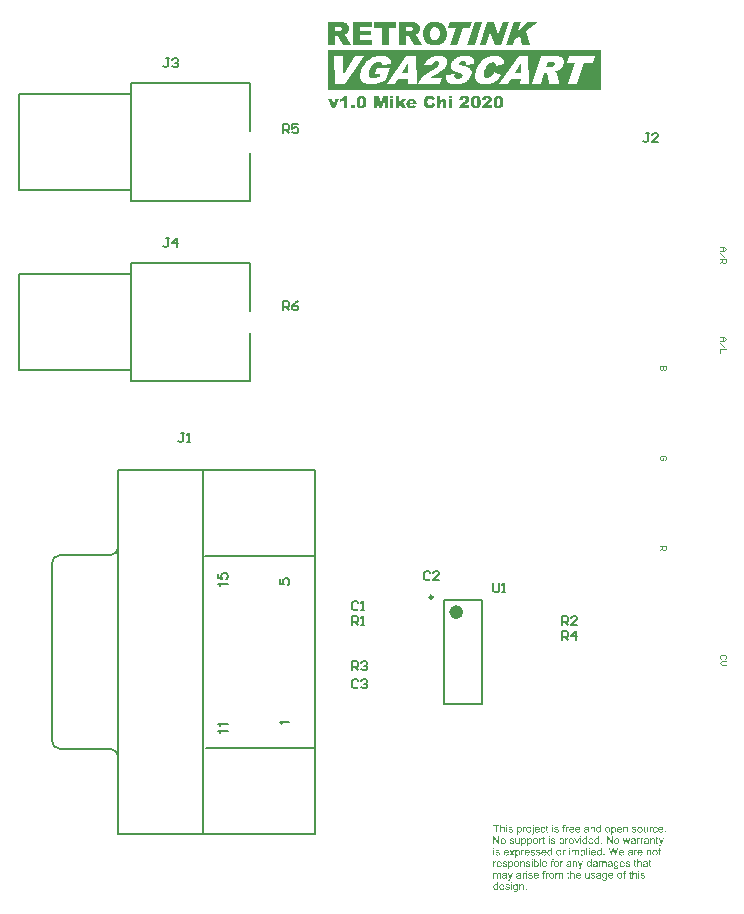
<source format=gto>
G04*
G04 #@! TF.GenerationSoftware,Altium Limited,Altium Designer,18.1.7 (191)*
G04*
G04 Layer_Color=65535*
%FSLAX25Y25*%
%MOIN*%
G70*
G01*
G75*
%ADD10C,0.00984*%
%ADD11C,0.02362*%
%ADD12C,0.00787*%
%ADD13C,0.00500*%
%ADD14C,0.00400*%
G36*
X138906Y27518D02*
X138950Y27514D01*
X139002Y27507D01*
X139054Y27500D01*
X139113Y27489D01*
X139065Y27215D01*
X139061D01*
X139050Y27218D01*
X139032Y27222D01*
X139006Y27226D01*
X138976D01*
X138946Y27230D01*
X138880Y27233D01*
X138858D01*
X138832Y27230D01*
X138802Y27226D01*
X138769Y27218D01*
X138735Y27207D01*
X138706Y27193D01*
X138680Y27170D01*
X138676Y27167D01*
X138673Y27159D01*
X138662Y27145D01*
X138650Y27119D01*
X138639Y27089D01*
X138632Y27052D01*
X138625Y27004D01*
X138621Y26945D01*
Y26774D01*
X138980D01*
Y26530D01*
X138621D01*
Y24917D01*
X138306D01*
Y26530D01*
X138029D01*
Y26774D01*
X138306D01*
Y26971D01*
Y26974D01*
Y26978D01*
Y27000D01*
X138310Y27033D01*
Y27074D01*
X138314Y27119D01*
X138321Y27167D01*
X138329Y27211D01*
X138340Y27248D01*
X138343Y27252D01*
X138347Y27270D01*
X138358Y27292D01*
X138377Y27318D01*
X138399Y27348D01*
X138425Y27381D01*
X138458Y27415D01*
X138499Y27444D01*
X138502Y27448D01*
X138521Y27455D01*
X138547Y27470D01*
X138584Y27485D01*
X138628Y27496D01*
X138684Y27511D01*
X138747Y27518D01*
X138821Y27522D01*
X138872D01*
X138906Y27518D01*
D02*
G37*
G36*
X134965Y27119D02*
X134651D01*
Y27477D01*
X134965D01*
Y27119D01*
D02*
G37*
G36*
X119643D02*
X119329D01*
Y27477D01*
X119643D01*
Y27119D01*
D02*
G37*
G36*
X128394Y27111D02*
X128079D01*
Y27477D01*
X128394D01*
Y27111D01*
D02*
G37*
G36*
X150868Y24917D02*
X150575D01*
Y25150D01*
X150572Y25146D01*
X150568Y25139D01*
X150557Y25124D01*
X150542Y25106D01*
X150524Y25087D01*
X150502Y25065D01*
X150476Y25039D01*
X150442Y25013D01*
X150409Y24987D01*
X150372Y24961D01*
X150328Y24939D01*
X150279Y24921D01*
X150231Y24902D01*
X150176Y24888D01*
X150117Y24880D01*
X150054Y24876D01*
X150032D01*
X150017Y24880D01*
X149972Y24884D01*
X149921Y24891D01*
X149858Y24906D01*
X149787Y24928D01*
X149717Y24958D01*
X149647Y24998D01*
X149643D01*
X149639Y25006D01*
X149617Y25021D01*
X149584Y25050D01*
X149543Y25087D01*
X149495Y25135D01*
X149447Y25195D01*
X149399Y25261D01*
X149358Y25339D01*
Y25343D01*
X149355Y25350D01*
X149351Y25361D01*
X149343Y25376D01*
X149336Y25398D01*
X149325Y25424D01*
X149318Y25450D01*
X149310Y25483D01*
X149292Y25557D01*
X149273Y25642D01*
X149262Y25738D01*
X149258Y25842D01*
Y25846D01*
Y25853D01*
Y25868D01*
Y25890D01*
X149262Y25912D01*
Y25942D01*
X149269Y26009D01*
X149281Y26086D01*
X149299Y26171D01*
X149321Y26260D01*
X149351Y26345D01*
Y26349D01*
X149355Y26356D01*
X149362Y26368D01*
X149369Y26382D01*
X149391Y26423D01*
X149421Y26475D01*
X149458Y26530D01*
X149506Y26586D01*
X149562Y26645D01*
X149628Y26693D01*
X149632D01*
X149636Y26697D01*
X149647Y26704D01*
X149662Y26712D01*
X149699Y26730D01*
X149750Y26756D01*
X149810Y26778D01*
X149880Y26797D01*
X149958Y26812D01*
X150039Y26815D01*
X150069D01*
X150098Y26812D01*
X150139Y26808D01*
X150187Y26797D01*
X150239Y26786D01*
X150291Y26767D01*
X150339Y26741D01*
X150346Y26737D01*
X150361Y26730D01*
X150383Y26712D01*
X150413Y26693D01*
X150450Y26667D01*
X150483Y26634D01*
X150520Y26601D01*
X150553Y26560D01*
Y27477D01*
X150868D01*
Y24917D01*
D02*
G37*
G36*
X155234Y26812D02*
X155260Y26808D01*
X155315Y26800D01*
X155382Y26786D01*
X155452Y26763D01*
X155522Y26730D01*
X155593Y26689D01*
X155596D01*
X155600Y26682D01*
X155622Y26667D01*
X155656Y26638D01*
X155696Y26601D01*
X155741Y26553D01*
X155785Y26493D01*
X155830Y26423D01*
X155867Y26345D01*
Y26342D01*
X155870Y26334D01*
X155874Y26323D01*
X155881Y26308D01*
X155889Y26286D01*
X155896Y26260D01*
X155915Y26201D01*
X155933Y26127D01*
X155948Y26046D01*
X155959Y25953D01*
X155963Y25857D01*
Y25853D01*
Y25846D01*
Y25831D01*
Y25809D01*
X155959Y25783D01*
Y25753D01*
X155952Y25687D01*
X155937Y25605D01*
X155918Y25520D01*
X155892Y25431D01*
X155859Y25343D01*
Y25339D01*
X155855Y25332D01*
X155848Y25320D01*
X155841Y25306D01*
X155815Y25265D01*
X155781Y25213D01*
X155741Y25158D01*
X155689Y25102D01*
X155630Y25047D01*
X155559Y24995D01*
X155556D01*
X155552Y24991D01*
X155541Y24984D01*
X155526Y24976D01*
X155489Y24958D01*
X155437Y24936D01*
X155374Y24913D01*
X155308Y24895D01*
X155230Y24880D01*
X155152Y24876D01*
X155127D01*
X155097Y24880D01*
X155060Y24884D01*
X155016Y24891D01*
X154967Y24902D01*
X154919Y24917D01*
X154871Y24939D01*
X154867Y24943D01*
X154849Y24950D01*
X154827Y24965D01*
X154797Y24987D01*
X154768Y25010D01*
X154731Y25039D01*
X154697Y25073D01*
X154668Y25109D01*
Y24207D01*
X154353D01*
Y26774D01*
X154638D01*
Y26530D01*
X154642Y26538D01*
X154657Y26553D01*
X154675Y26578D01*
X154705Y26608D01*
X154738Y26645D01*
X154775Y26678D01*
X154819Y26712D01*
X154864Y26741D01*
X154871Y26745D01*
X154886Y26752D01*
X154916Y26763D01*
X154953Y26778D01*
X154997Y26793D01*
X155049Y26804D01*
X155108Y26812D01*
X155175Y26815D01*
X155215D01*
X155234Y26812D01*
D02*
G37*
G36*
X123791Y26812D02*
X123817Y26808D01*
X123873Y26800D01*
X123939Y26786D01*
X124010Y26763D01*
X124080Y26730D01*
X124150Y26689D01*
X124154D01*
X124158Y26682D01*
X124180Y26667D01*
X124213Y26638D01*
X124254Y26601D01*
X124298Y26553D01*
X124343Y26493D01*
X124387Y26423D01*
X124424Y26345D01*
Y26342D01*
X124428Y26334D01*
X124431Y26323D01*
X124439Y26308D01*
X124446Y26286D01*
X124453Y26260D01*
X124472Y26201D01*
X124490Y26127D01*
X124505Y26046D01*
X124516Y25953D01*
X124520Y25857D01*
Y25853D01*
Y25846D01*
Y25831D01*
Y25809D01*
X124516Y25783D01*
Y25753D01*
X124509Y25687D01*
X124494Y25605D01*
X124476Y25520D01*
X124450Y25431D01*
X124416Y25343D01*
Y25339D01*
X124413Y25332D01*
X124405Y25320D01*
X124398Y25306D01*
X124372Y25265D01*
X124339Y25213D01*
X124298Y25158D01*
X124246Y25102D01*
X124187Y25047D01*
X124117Y24995D01*
X124113D01*
X124109Y24991D01*
X124098Y24984D01*
X124083Y24976D01*
X124047Y24958D01*
X123995Y24936D01*
X123932Y24913D01*
X123865Y24895D01*
X123787Y24880D01*
X123710Y24876D01*
X123684D01*
X123654Y24880D01*
X123617Y24884D01*
X123573Y24891D01*
X123525Y24902D01*
X123477Y24917D01*
X123429Y24939D01*
X123425Y24943D01*
X123406Y24950D01*
X123384Y24965D01*
X123355Y24987D01*
X123325Y25010D01*
X123288Y25039D01*
X123255Y25073D01*
X123225Y25109D01*
Y24207D01*
X122911D01*
Y26774D01*
X123196D01*
Y26530D01*
X123199Y26538D01*
X123214Y26553D01*
X123232Y26578D01*
X123262Y26608D01*
X123295Y26645D01*
X123332Y26678D01*
X123377Y26712D01*
X123421Y26741D01*
X123429Y26745D01*
X123443Y26752D01*
X123473Y26763D01*
X123510Y26778D01*
X123554Y26793D01*
X123606Y26804D01*
X123665Y26812D01*
X123732Y26815D01*
X123773D01*
X123791Y26812D01*
D02*
G37*
G36*
X159263Y26812D02*
X159304Y26808D01*
X159352Y26800D01*
X159404Y26789D01*
X159459Y26774D01*
X159511Y26752D01*
X159518Y26749D01*
X159533Y26741D01*
X159559Y26730D01*
X159589Y26712D01*
X159626Y26689D01*
X159659Y26660D01*
X159692Y26630D01*
X159722Y26593D01*
X159726Y26590D01*
X159733Y26575D01*
X159744Y26556D01*
X159763Y26530D01*
X159777Y26493D01*
X159792Y26456D01*
X159811Y26412D01*
X159822Y26364D01*
Y26360D01*
X159826Y26345D01*
X159829Y26323D01*
X159833Y26294D01*
Y26249D01*
X159837Y26197D01*
X159840Y26134D01*
Y26057D01*
Y24917D01*
X159526D01*
Y26042D01*
Y26046D01*
Y26049D01*
Y26075D01*
Y26109D01*
X159522Y26149D01*
X159518Y26197D01*
X159511Y26245D01*
X159500Y26290D01*
X159489Y26331D01*
Y26334D01*
X159481Y26345D01*
X159470Y26364D01*
X159459Y26386D01*
X159441Y26408D01*
X159418Y26434D01*
X159389Y26460D01*
X159356Y26482D01*
X159352Y26486D01*
X159341Y26493D01*
X159319Y26501D01*
X159293Y26512D01*
X159263Y26523D01*
X159226Y26534D01*
X159182Y26538D01*
X159137Y26541D01*
X159119D01*
X159104Y26538D01*
X159067Y26534D01*
X159019Y26527D01*
X158967Y26508D01*
X158908Y26486D01*
X158849Y26456D01*
X158793Y26412D01*
X158786Y26405D01*
X158771Y26386D01*
X158760Y26371D01*
X158749Y26353D01*
X158734Y26331D01*
X158723Y26305D01*
X158708Y26275D01*
X158693Y26238D01*
X158682Y26197D01*
X158671Y26153D01*
X158664Y26105D01*
X158656Y26053D01*
X158649Y25990D01*
Y25927D01*
Y24917D01*
X158334D01*
Y26774D01*
X158616D01*
Y26508D01*
X158619Y26512D01*
X158627Y26523D01*
X158638Y26538D01*
X158653Y26556D01*
X158675Y26578D01*
X158701Y26604D01*
X158730Y26634D01*
X158767Y26664D01*
X158804Y26689D01*
X158849Y26719D01*
X158897Y26745D01*
X158949Y26767D01*
X159008Y26786D01*
X159067Y26800D01*
X159134Y26812D01*
X159204Y26815D01*
X159233D01*
X159263Y26812D01*
D02*
G37*
G36*
X148315D02*
X148355Y26808D01*
X148404Y26800D01*
X148455Y26789D01*
X148511Y26774D01*
X148563Y26752D01*
X148570Y26749D01*
X148585Y26741D01*
X148611Y26730D01*
X148640Y26712D01*
X148677Y26689D01*
X148711Y26660D01*
X148744Y26630D01*
X148774Y26593D01*
X148777Y26590D01*
X148785Y26575D01*
X148796Y26556D01*
X148814Y26530D01*
X148829Y26493D01*
X148844Y26456D01*
X148862Y26412D01*
X148873Y26364D01*
Y26360D01*
X148877Y26345D01*
X148881Y26323D01*
X148885Y26294D01*
Y26249D01*
X148888Y26197D01*
X148892Y26134D01*
Y26057D01*
Y24917D01*
X148577D01*
Y26042D01*
Y26046D01*
Y26049D01*
Y26075D01*
Y26109D01*
X148574Y26149D01*
X148570Y26197D01*
X148563Y26245D01*
X148552Y26290D01*
X148540Y26331D01*
Y26334D01*
X148533Y26345D01*
X148522Y26364D01*
X148511Y26386D01*
X148492Y26408D01*
X148470Y26434D01*
X148441Y26460D01*
X148407Y26482D01*
X148404Y26486D01*
X148392Y26493D01*
X148370Y26501D01*
X148344Y26512D01*
X148315Y26523D01*
X148278Y26534D01*
X148233Y26538D01*
X148189Y26541D01*
X148170D01*
X148156Y26538D01*
X148119Y26534D01*
X148071Y26527D01*
X148019Y26508D01*
X147960Y26486D01*
X147900Y26456D01*
X147845Y26412D01*
X147837Y26405D01*
X147823Y26386D01*
X147812Y26371D01*
X147801Y26353D01*
X147786Y26331D01*
X147775Y26305D01*
X147760Y26275D01*
X147745Y26238D01*
X147734Y26197D01*
X147723Y26153D01*
X147715Y26105D01*
X147708Y26053D01*
X147701Y25990D01*
Y25927D01*
Y24917D01*
X147386D01*
Y26774D01*
X147667D01*
Y26508D01*
X147671Y26512D01*
X147678Y26523D01*
X147689Y26538D01*
X147704Y26556D01*
X147727Y26578D01*
X147752Y26604D01*
X147782Y26634D01*
X147819Y26664D01*
X147856Y26689D01*
X147900Y26719D01*
X147949Y26745D01*
X148000Y26767D01*
X148059Y26786D01*
X148119Y26800D01*
X148185Y26812D01*
X148256Y26815D01*
X148285D01*
X148315Y26812D01*
D02*
G37*
G36*
X167832D02*
X167873Y26804D01*
X167921Y26789D01*
X167973Y26771D01*
X168032Y26745D01*
X168095Y26712D01*
X167980Y26423D01*
X167977Y26427D01*
X167962Y26434D01*
X167940Y26445D01*
X167910Y26456D01*
X167877Y26467D01*
X167836Y26478D01*
X167795Y26486D01*
X167755Y26490D01*
X167736D01*
X167718Y26486D01*
X167692Y26482D01*
X167666Y26475D01*
X167632Y26464D01*
X167599Y26449D01*
X167570Y26427D01*
X167566Y26423D01*
X167555Y26416D01*
X167544Y26401D01*
X167525Y26382D01*
X167507Y26356D01*
X167488Y26327D01*
X167470Y26294D01*
X167455Y26253D01*
X167451Y26245D01*
X167447Y26223D01*
X167440Y26190D01*
X167429Y26145D01*
X167418Y26090D01*
X167411Y26027D01*
X167407Y25960D01*
X167403Y25886D01*
Y24917D01*
X167089D01*
Y26774D01*
X167374D01*
Y26493D01*
X167377Y26497D01*
X167392Y26523D01*
X167411Y26556D01*
X167440Y26597D01*
X167470Y26638D01*
X167503Y26682D01*
X167536Y26719D01*
X167570Y26749D01*
X167573Y26752D01*
X167584Y26760D01*
X167607Y26771D01*
X167629Y26782D01*
X167658Y26793D01*
X167695Y26804D01*
X167732Y26812D01*
X167773Y26815D01*
X167799D01*
X167832Y26812D01*
D02*
G37*
G36*
X139968Y26812D02*
X140008Y26804D01*
X140056Y26789D01*
X140108Y26771D01*
X140167Y26745D01*
X140230Y26712D01*
X140116Y26423D01*
X140112Y26427D01*
X140097Y26434D01*
X140075Y26445D01*
X140045Y26456D01*
X140012Y26467D01*
X139971Y26478D01*
X139931Y26486D01*
X139890Y26490D01*
X139871D01*
X139853Y26486D01*
X139827Y26482D01*
X139801Y26475D01*
X139768Y26464D01*
X139734Y26449D01*
X139705Y26427D01*
X139701Y26423D01*
X139690Y26416D01*
X139679Y26401D01*
X139661Y26382D01*
X139642Y26356D01*
X139623Y26327D01*
X139605Y26294D01*
X139590Y26253D01*
X139586Y26245D01*
X139583Y26223D01*
X139575Y26190D01*
X139564Y26145D01*
X139553Y26090D01*
X139546Y26027D01*
X139542Y25960D01*
X139538Y25886D01*
Y24917D01*
X139224D01*
Y26774D01*
X139509D01*
Y26493D01*
X139513Y26497D01*
X139527Y26523D01*
X139546Y26556D01*
X139575Y26597D01*
X139605Y26638D01*
X139638Y26682D01*
X139672Y26719D01*
X139705Y26749D01*
X139709Y26752D01*
X139720Y26760D01*
X139742Y26771D01*
X139764Y26782D01*
X139794Y26793D01*
X139831Y26804D01*
X139868Y26812D01*
X139908Y26815D01*
X139934D01*
X139968Y26812D01*
D02*
G37*
G36*
X125641D02*
X125682Y26804D01*
X125730Y26789D01*
X125782Y26771D01*
X125841Y26745D01*
X125904Y26712D01*
X125789Y26423D01*
X125786Y26427D01*
X125771Y26434D01*
X125749Y26445D01*
X125719Y26456D01*
X125686Y26467D01*
X125645Y26478D01*
X125604Y26486D01*
X125564Y26490D01*
X125545D01*
X125526Y26486D01*
X125501Y26482D01*
X125475Y26475D01*
X125441Y26464D01*
X125408Y26449D01*
X125379Y26427D01*
X125375Y26423D01*
X125364Y26416D01*
X125353Y26401D01*
X125334Y26382D01*
X125316Y26356D01*
X125297Y26327D01*
X125279Y26294D01*
X125264Y26253D01*
X125260Y26245D01*
X125256Y26223D01*
X125249Y26190D01*
X125238Y26145D01*
X125227Y26090D01*
X125219Y26027D01*
X125216Y25960D01*
X125212Y25886D01*
Y24917D01*
X124898D01*
Y26774D01*
X125182D01*
Y26493D01*
X125186Y26497D01*
X125201Y26523D01*
X125219Y26556D01*
X125249Y26597D01*
X125279Y26638D01*
X125312Y26682D01*
X125345Y26719D01*
X125379Y26749D01*
X125382Y26752D01*
X125393Y26760D01*
X125416Y26771D01*
X125438Y26782D01*
X125467Y26793D01*
X125504Y26804D01*
X125541Y26812D01*
X125582Y26815D01*
X125608D01*
X125641Y26812D01*
D02*
G37*
G36*
X162005Y26812D02*
X162060Y26808D01*
X162119Y26800D01*
X162182Y26786D01*
X162249Y26771D01*
X162312Y26749D01*
X162316D01*
X162319Y26745D01*
X162338Y26737D01*
X162367Y26723D01*
X162404Y26704D01*
X162445Y26678D01*
X162486Y26649D01*
X162523Y26615D01*
X162556Y26578D01*
X162560Y26575D01*
X162567Y26560D01*
X162582Y26534D01*
X162601Y26504D01*
X162619Y26460D01*
X162637Y26412D01*
X162652Y26356D01*
X162667Y26294D01*
X162360Y26253D01*
Y26260D01*
X162356Y26275D01*
X162349Y26301D01*
X162338Y26334D01*
X162319Y26368D01*
X162297Y26405D01*
X162271Y26441D01*
X162234Y26475D01*
X162231Y26478D01*
X162216Y26486D01*
X162194Y26501D01*
X162160Y26515D01*
X162123Y26530D01*
X162075Y26545D01*
X162016Y26553D01*
X161953Y26556D01*
X161916D01*
X161879Y26553D01*
X161831Y26549D01*
X161783Y26538D01*
X161731Y26527D01*
X161683Y26508D01*
X161642Y26482D01*
X161638Y26478D01*
X161627Y26471D01*
X161613Y26456D01*
X161598Y26434D01*
X161579Y26412D01*
X161565Y26382D01*
X161553Y26349D01*
X161550Y26316D01*
Y26312D01*
Y26305D01*
X161553Y26294D01*
Y26279D01*
X161565Y26242D01*
X161587Y26205D01*
X161590Y26201D01*
X161594Y26197D01*
X161601Y26186D01*
X161616Y26175D01*
X161631Y26164D01*
X161653Y26149D01*
X161679Y26138D01*
X161709Y26123D01*
X161713D01*
X161720Y26120D01*
X161735Y26116D01*
X161761Y26105D01*
X161798Y26094D01*
X161846Y26083D01*
X161875Y26072D01*
X161909Y26064D01*
X161946Y26053D01*
X161986Y26042D01*
X161990D01*
X162001Y26038D01*
X162020Y26035D01*
X162042Y26027D01*
X162068Y26020D01*
X162101Y26012D01*
X162171Y25990D01*
X162249Y25968D01*
X162327Y25942D01*
X162397Y25916D01*
X162427Y25905D01*
X162452Y25894D01*
X162460Y25890D01*
X162475Y25883D01*
X162497Y25872D01*
X162530Y25853D01*
X162564Y25831D01*
X162597Y25801D01*
X162630Y25768D01*
X162660Y25731D01*
X162663Y25727D01*
X162671Y25713D01*
X162686Y25690D01*
X162700Y25657D01*
X162712Y25616D01*
X162726Y25572D01*
X162734Y25520D01*
X162737Y25461D01*
Y25454D01*
Y25435D01*
X162734Y25405D01*
X162726Y25365D01*
X162715Y25320D01*
X162697Y25272D01*
X162674Y25217D01*
X162645Y25165D01*
X162641Y25158D01*
X162626Y25143D01*
X162608Y25117D01*
X162578Y25087D01*
X162538Y25054D01*
X162493Y25017D01*
X162441Y24984D01*
X162379Y24950D01*
X162375D01*
X162371Y24947D01*
X162349Y24939D01*
X162312Y24928D01*
X162264Y24913D01*
X162205Y24899D01*
X162138Y24888D01*
X162068Y24880D01*
X161986Y24876D01*
X161953D01*
X161927Y24880D01*
X161898D01*
X161861Y24884D01*
X161823Y24888D01*
X161783Y24895D01*
X161694Y24913D01*
X161601Y24939D01*
X161513Y24976D01*
X161472Y24998D01*
X161435Y25024D01*
X161431Y25028D01*
X161428Y25032D01*
X161405Y25054D01*
X161372Y25087D01*
X161335Y25139D01*
X161294Y25202D01*
X161254Y25276D01*
X161220Y25368D01*
X161195Y25472D01*
X161505Y25520D01*
Y25517D01*
Y25513D01*
X161513Y25491D01*
X161520Y25454D01*
X161535Y25413D01*
X161553Y25368D01*
X161576Y25320D01*
X161609Y25272D01*
X161650Y25232D01*
X161657Y25228D01*
X161672Y25217D01*
X161701Y25202D01*
X161738Y25183D01*
X161786Y25165D01*
X161842Y25150D01*
X161909Y25139D01*
X161986Y25135D01*
X162023D01*
X162060Y25139D01*
X162108Y25146D01*
X162160Y25158D01*
X162216Y25172D01*
X162264Y25191D01*
X162308Y25221D01*
X162312Y25224D01*
X162327Y25235D01*
X162341Y25254D01*
X162364Y25280D01*
X162382Y25309D01*
X162401Y25346D01*
X162412Y25383D01*
X162416Y25428D01*
Y25431D01*
Y25446D01*
X162412Y25465D01*
X162404Y25491D01*
X162393Y25517D01*
X162375Y25542D01*
X162353Y25572D01*
X162319Y25594D01*
X162316Y25598D01*
X162304Y25602D01*
X162286Y25613D01*
X162256Y25624D01*
X162212Y25639D01*
X162186Y25650D01*
X162156Y25657D01*
X162123Y25668D01*
X162086Y25679D01*
X162046Y25690D01*
X161997Y25701D01*
X161994D01*
X161983Y25705D01*
X161964Y25709D01*
X161942Y25716D01*
X161912Y25724D01*
X161879Y25735D01*
X161809Y25753D01*
X161727Y25779D01*
X161650Y25801D01*
X161576Y25827D01*
X161542Y25842D01*
X161516Y25853D01*
X161509Y25857D01*
X161494Y25864D01*
X161472Y25879D01*
X161442Y25898D01*
X161409Y25923D01*
X161376Y25953D01*
X161343Y25986D01*
X161313Y26027D01*
X161309Y26031D01*
X161302Y26046D01*
X161291Y26072D01*
X161280Y26101D01*
X161268Y26138D01*
X161257Y26182D01*
X161250Y26227D01*
X161246Y26279D01*
Y26286D01*
Y26301D01*
X161250Y26323D01*
X161254Y26356D01*
X161261Y26390D01*
X161268Y26430D01*
X161283Y26467D01*
X161302Y26508D01*
X161305Y26512D01*
X161313Y26527D01*
X161324Y26545D01*
X161343Y26571D01*
X161365Y26597D01*
X161391Y26630D01*
X161420Y26660D01*
X161457Y26686D01*
X161461Y26689D01*
X161472Y26693D01*
X161487Y26704D01*
X161509Y26715D01*
X161539Y26730D01*
X161572Y26745D01*
X161613Y26760D01*
X161657Y26774D01*
X161664Y26778D01*
X161679Y26782D01*
X161705Y26789D01*
X161738Y26797D01*
X161779Y26804D01*
X161823Y26808D01*
X161875Y26815D01*
X161964D01*
X162005Y26812D01*
D02*
G37*
G36*
X136131Y26812D02*
X136186Y26808D01*
X136245Y26800D01*
X136308Y26786D01*
X136375Y26771D01*
X136438Y26749D01*
X136442D01*
X136445Y26745D01*
X136464Y26737D01*
X136493Y26723D01*
X136530Y26704D01*
X136571Y26678D01*
X136612Y26649D01*
X136649Y26615D01*
X136682Y26578D01*
X136686Y26575D01*
X136693Y26560D01*
X136708Y26534D01*
X136726Y26504D01*
X136745Y26460D01*
X136763Y26412D01*
X136778Y26356D01*
X136793Y26294D01*
X136486Y26253D01*
Y26260D01*
X136482Y26275D01*
X136475Y26301D01*
X136464Y26334D01*
X136445Y26368D01*
X136423Y26405D01*
X136397Y26441D01*
X136360Y26475D01*
X136356Y26478D01*
X136342Y26486D01*
X136319Y26501D01*
X136286Y26515D01*
X136249Y26530D01*
X136201Y26545D01*
X136142Y26553D01*
X136079Y26556D01*
X136042D01*
X136005Y26553D01*
X135957Y26549D01*
X135909Y26538D01*
X135857Y26527D01*
X135809Y26508D01*
X135768Y26482D01*
X135764Y26478D01*
X135753Y26471D01*
X135739Y26456D01*
X135724Y26434D01*
X135705Y26412D01*
X135690Y26382D01*
X135679Y26349D01*
X135676Y26316D01*
Y26312D01*
Y26305D01*
X135679Y26294D01*
Y26279D01*
X135690Y26242D01*
X135713Y26205D01*
X135716Y26201D01*
X135720Y26197D01*
X135727Y26186D01*
X135742Y26175D01*
X135757Y26164D01*
X135779Y26149D01*
X135805Y26138D01*
X135835Y26123D01*
X135838D01*
X135846Y26120D01*
X135861Y26116D01*
X135887Y26105D01*
X135924Y26094D01*
X135972Y26083D01*
X136001Y26072D01*
X136035Y26064D01*
X136072Y26053D01*
X136112Y26042D01*
X136116D01*
X136127Y26038D01*
X136145Y26035D01*
X136168Y26027D01*
X136194Y26020D01*
X136227Y26012D01*
X136297Y25990D01*
X136375Y25968D01*
X136453Y25942D01*
X136523Y25916D01*
X136553Y25905D01*
X136578Y25894D01*
X136586Y25890D01*
X136601Y25883D01*
X136623Y25872D01*
X136656Y25853D01*
X136689Y25831D01*
X136723Y25801D01*
X136756Y25768D01*
X136786Y25731D01*
X136789Y25727D01*
X136797Y25713D01*
X136811Y25690D01*
X136826Y25657D01*
X136837Y25616D01*
X136852Y25572D01*
X136860Y25520D01*
X136863Y25461D01*
Y25454D01*
Y25435D01*
X136860Y25405D01*
X136852Y25365D01*
X136841Y25320D01*
X136823Y25272D01*
X136800Y25217D01*
X136771Y25165D01*
X136767Y25158D01*
X136752Y25143D01*
X136734Y25117D01*
X136704Y25087D01*
X136663Y25054D01*
X136619Y25017D01*
X136567Y24984D01*
X136504Y24950D01*
X136501D01*
X136497Y24947D01*
X136475Y24939D01*
X136438Y24928D01*
X136390Y24913D01*
X136330Y24899D01*
X136264Y24888D01*
X136194Y24880D01*
X136112Y24876D01*
X136079D01*
X136053Y24880D01*
X136023D01*
X135986Y24884D01*
X135949Y24888D01*
X135909Y24895D01*
X135820Y24913D01*
X135727Y24939D01*
X135639Y24976D01*
X135598Y24998D01*
X135561Y25024D01*
X135557Y25028D01*
X135554Y25032D01*
X135531Y25054D01*
X135498Y25087D01*
X135461Y25139D01*
X135420Y25202D01*
X135380Y25276D01*
X135346Y25368D01*
X135320Y25472D01*
X135631Y25520D01*
Y25517D01*
Y25513D01*
X135639Y25491D01*
X135646Y25454D01*
X135661Y25413D01*
X135679Y25368D01*
X135702Y25320D01*
X135735Y25272D01*
X135775Y25232D01*
X135783Y25228D01*
X135798Y25217D01*
X135827Y25202D01*
X135864Y25183D01*
X135912Y25165D01*
X135968Y25150D01*
X136035Y25139D01*
X136112Y25135D01*
X136149D01*
X136186Y25139D01*
X136234Y25146D01*
X136286Y25158D01*
X136342Y25172D01*
X136390Y25191D01*
X136434Y25221D01*
X136438Y25224D01*
X136453Y25235D01*
X136467Y25254D01*
X136490Y25280D01*
X136508Y25309D01*
X136527Y25346D01*
X136538Y25383D01*
X136541Y25428D01*
Y25431D01*
Y25446D01*
X136538Y25465D01*
X136530Y25491D01*
X136519Y25517D01*
X136501Y25542D01*
X136478Y25572D01*
X136445Y25594D01*
X136442Y25598D01*
X136430Y25602D01*
X136412Y25613D01*
X136382Y25624D01*
X136338Y25639D01*
X136312Y25650D01*
X136282Y25657D01*
X136249Y25668D01*
X136212Y25679D01*
X136171Y25690D01*
X136123Y25701D01*
X136120D01*
X136109Y25705D01*
X136090Y25709D01*
X136068Y25716D01*
X136038Y25724D01*
X136005Y25735D01*
X135935Y25753D01*
X135853Y25779D01*
X135775Y25801D01*
X135702Y25827D01*
X135668Y25842D01*
X135642Y25853D01*
X135635Y25857D01*
X135620Y25864D01*
X135598Y25879D01*
X135568Y25898D01*
X135535Y25923D01*
X135502Y25953D01*
X135468Y25986D01*
X135439Y26027D01*
X135435Y26031D01*
X135428Y26046D01*
X135417Y26072D01*
X135406Y26101D01*
X135394Y26138D01*
X135383Y26182D01*
X135376Y26227D01*
X135372Y26279D01*
Y26286D01*
Y26301D01*
X135376Y26323D01*
X135380Y26356D01*
X135387Y26390D01*
X135394Y26430D01*
X135409Y26467D01*
X135428Y26508D01*
X135431Y26512D01*
X135439Y26527D01*
X135450Y26545D01*
X135468Y26571D01*
X135491Y26597D01*
X135517Y26630D01*
X135546Y26660D01*
X135583Y26686D01*
X135587Y26689D01*
X135598Y26693D01*
X135613Y26704D01*
X135635Y26715D01*
X135664Y26730D01*
X135698Y26745D01*
X135739Y26760D01*
X135783Y26774D01*
X135790Y26778D01*
X135805Y26782D01*
X135831Y26789D01*
X135864Y26797D01*
X135905Y26804D01*
X135949Y26808D01*
X136001Y26815D01*
X136090D01*
X136131Y26812D01*
D02*
G37*
G36*
X120809D02*
X120864Y26808D01*
X120924Y26800D01*
X120987Y26786D01*
X121053Y26771D01*
X121116Y26749D01*
X121120D01*
X121124Y26745D01*
X121142Y26737D01*
X121172Y26723D01*
X121209Y26704D01*
X121249Y26678D01*
X121290Y26649D01*
X121327Y26615D01*
X121360Y26578D01*
X121364Y26575D01*
X121371Y26560D01*
X121386Y26534D01*
X121405Y26504D01*
X121423Y26460D01*
X121442Y26412D01*
X121457Y26356D01*
X121471Y26294D01*
X121164Y26253D01*
Y26260D01*
X121160Y26275D01*
X121153Y26301D01*
X121142Y26334D01*
X121124Y26368D01*
X121101Y26405D01*
X121075Y26441D01*
X121038Y26475D01*
X121035Y26478D01*
X121020Y26486D01*
X120998Y26501D01*
X120964Y26515D01*
X120927Y26530D01*
X120879Y26545D01*
X120820Y26553D01*
X120757Y26556D01*
X120720D01*
X120683Y26553D01*
X120635Y26549D01*
X120587Y26538D01*
X120535Y26527D01*
X120487Y26508D01*
X120446Y26482D01*
X120443Y26478D01*
X120432Y26471D01*
X120417Y26456D01*
X120402Y26434D01*
X120384Y26412D01*
X120369Y26382D01*
X120358Y26349D01*
X120354Y26316D01*
Y26312D01*
Y26305D01*
X120358Y26294D01*
Y26279D01*
X120369Y26242D01*
X120391Y26205D01*
X120395Y26201D01*
X120398Y26197D01*
X120406Y26186D01*
X120421Y26175D01*
X120435Y26164D01*
X120457Y26149D01*
X120483Y26138D01*
X120513Y26123D01*
X120517D01*
X120524Y26120D01*
X120539Y26116D01*
X120565Y26105D01*
X120602Y26094D01*
X120650Y26083D01*
X120679Y26072D01*
X120713Y26064D01*
X120750Y26053D01*
X120791Y26042D01*
X120794D01*
X120805Y26038D01*
X120824Y26035D01*
X120846Y26027D01*
X120872Y26020D01*
X120905Y26012D01*
X120975Y25990D01*
X121053Y25968D01*
X121131Y25942D01*
X121201Y25916D01*
X121231Y25905D01*
X121257Y25894D01*
X121264Y25890D01*
X121279Y25883D01*
X121301Y25872D01*
X121334Y25853D01*
X121368Y25831D01*
X121401Y25801D01*
X121434Y25768D01*
X121464Y25731D01*
X121468Y25727D01*
X121475Y25713D01*
X121490Y25690D01*
X121505Y25657D01*
X121516Y25616D01*
X121530Y25572D01*
X121538Y25520D01*
X121542Y25461D01*
Y25454D01*
Y25435D01*
X121538Y25405D01*
X121530Y25365D01*
X121519Y25320D01*
X121501Y25272D01*
X121479Y25217D01*
X121449Y25165D01*
X121445Y25158D01*
X121431Y25143D01*
X121412Y25117D01*
X121382Y25087D01*
X121342Y25054D01*
X121297Y25017D01*
X121246Y24984D01*
X121183Y24950D01*
X121179D01*
X121175Y24947D01*
X121153Y24939D01*
X121116Y24928D01*
X121068Y24913D01*
X121009Y24899D01*
X120942Y24888D01*
X120872Y24880D01*
X120791Y24876D01*
X120757D01*
X120731Y24880D01*
X120702D01*
X120665Y24884D01*
X120628Y24888D01*
X120587Y24895D01*
X120498Y24913D01*
X120406Y24939D01*
X120317Y24976D01*
X120276Y24998D01*
X120239Y25024D01*
X120236Y25028D01*
X120232Y25032D01*
X120210Y25054D01*
X120176Y25087D01*
X120139Y25139D01*
X120099Y25202D01*
X120058Y25276D01*
X120025Y25368D01*
X119999Y25472D01*
X120309Y25520D01*
Y25517D01*
Y25513D01*
X120317Y25491D01*
X120324Y25454D01*
X120339Y25413D01*
X120358Y25368D01*
X120380Y25320D01*
X120413Y25272D01*
X120454Y25232D01*
X120461Y25228D01*
X120476Y25217D01*
X120506Y25202D01*
X120543Y25183D01*
X120591Y25165D01*
X120646Y25150D01*
X120713Y25139D01*
X120791Y25135D01*
X120827D01*
X120864Y25139D01*
X120913Y25146D01*
X120964Y25158D01*
X121020Y25172D01*
X121068Y25191D01*
X121112Y25221D01*
X121116Y25224D01*
X121131Y25235D01*
X121146Y25254D01*
X121168Y25280D01*
X121186Y25309D01*
X121205Y25346D01*
X121216Y25383D01*
X121220Y25428D01*
Y25431D01*
Y25446D01*
X121216Y25465D01*
X121209Y25491D01*
X121197Y25517D01*
X121179Y25542D01*
X121157Y25572D01*
X121124Y25594D01*
X121120Y25598D01*
X121109Y25602D01*
X121090Y25613D01*
X121061Y25624D01*
X121016Y25639D01*
X120990Y25650D01*
X120961Y25657D01*
X120927Y25668D01*
X120890Y25679D01*
X120850Y25690D01*
X120802Y25701D01*
X120798D01*
X120787Y25705D01*
X120768Y25709D01*
X120746Y25716D01*
X120717Y25724D01*
X120683Y25735D01*
X120613Y25753D01*
X120531Y25779D01*
X120454Y25801D01*
X120380Y25827D01*
X120346Y25842D01*
X120321Y25853D01*
X120313Y25857D01*
X120298Y25864D01*
X120276Y25879D01*
X120247Y25898D01*
X120213Y25923D01*
X120180Y25953D01*
X120147Y25986D01*
X120117Y26027D01*
X120113Y26031D01*
X120106Y26046D01*
X120095Y26072D01*
X120084Y26101D01*
X120073Y26138D01*
X120062Y26182D01*
X120054Y26227D01*
X120051Y26279D01*
Y26286D01*
Y26301D01*
X120054Y26323D01*
X120058Y26356D01*
X120065Y26390D01*
X120073Y26430D01*
X120088Y26467D01*
X120106Y26508D01*
X120110Y26512D01*
X120117Y26527D01*
X120128Y26545D01*
X120147Y26571D01*
X120169Y26597D01*
X120195Y26630D01*
X120224Y26660D01*
X120261Y26686D01*
X120265Y26689D01*
X120276Y26693D01*
X120291Y26704D01*
X120313Y26715D01*
X120343Y26730D01*
X120376Y26745D01*
X120417Y26760D01*
X120461Y26774D01*
X120469Y26778D01*
X120483Y26782D01*
X120509Y26789D01*
X120543Y26797D01*
X120583Y26804D01*
X120628Y26808D01*
X120679Y26815D01*
X120768D01*
X120809Y26812D01*
D02*
G37*
G36*
X169087Y26812D02*
X169109D01*
X169138Y26808D01*
X169209Y26797D01*
X169286Y26778D01*
X169368Y26749D01*
X169449Y26712D01*
X169527Y26660D01*
X169531D01*
X169534Y26652D01*
X169556Y26630D01*
X169590Y26597D01*
X169631Y26549D01*
X169671Y26490D01*
X169712Y26416D01*
X169749Y26331D01*
X169775Y26231D01*
X169468Y26182D01*
Y26186D01*
X169464Y26190D01*
X169460Y26212D01*
X169449Y26245D01*
X169431Y26286D01*
X169412Y26331D01*
X169383Y26379D01*
X169349Y26423D01*
X169312Y26460D01*
X169309Y26464D01*
X169294Y26475D01*
X169268Y26490D01*
X169238Y26508D01*
X169198Y26527D01*
X169153Y26541D01*
X169101Y26553D01*
X169046Y26556D01*
X169024D01*
X169005Y26553D01*
X168965Y26549D01*
X168909Y26534D01*
X168850Y26515D01*
X168783Y26486D01*
X168720Y26441D01*
X168691Y26416D01*
X168661Y26386D01*
Y26382D01*
X168654Y26379D01*
X168646Y26368D01*
X168639Y26353D01*
X168628Y26334D01*
X168613Y26312D01*
X168602Y26286D01*
X168587Y26256D01*
X168572Y26219D01*
X168561Y26179D01*
X168546Y26134D01*
X168535Y26086D01*
X168528Y26035D01*
X168520Y25975D01*
X168513Y25912D01*
Y25846D01*
Y25842D01*
Y25831D01*
Y25809D01*
X168517Y25787D01*
Y25753D01*
X168520Y25720D01*
X168532Y25639D01*
X168546Y25550D01*
X168572Y25457D01*
X168606Y25376D01*
X168628Y25335D01*
X168654Y25302D01*
X168661Y25295D01*
X168680Y25276D01*
X168713Y25250D01*
X168754Y25221D01*
X168809Y25187D01*
X168872Y25161D01*
X168946Y25143D01*
X168987Y25139D01*
X169027Y25135D01*
X169035D01*
X169057Y25139D01*
X169094Y25143D01*
X169135Y25150D01*
X169183Y25161D01*
X169235Y25183D01*
X169286Y25209D01*
X169334Y25246D01*
X169342Y25250D01*
X169353Y25269D01*
X169375Y25295D01*
X169401Y25335D01*
X169427Y25383D01*
X169457Y25442D01*
X169479Y25517D01*
X169494Y25598D01*
X169804Y25557D01*
Y25554D01*
X169801Y25542D01*
X169797Y25528D01*
X169793Y25505D01*
X169786Y25476D01*
X169779Y25446D01*
X169753Y25372D01*
X169719Y25295D01*
X169671Y25209D01*
X169612Y25128D01*
X169579Y25091D01*
X169542Y25054D01*
X169538Y25050D01*
X169531Y25047D01*
X169519Y25039D01*
X169505Y25028D01*
X169486Y25013D01*
X169460Y24998D01*
X169431Y24984D01*
X169401Y24965D01*
X169327Y24932D01*
X169238Y24906D01*
X169142Y24884D01*
X169087Y24880D01*
X169031Y24876D01*
X168994D01*
X168968Y24880D01*
X168935Y24884D01*
X168898Y24891D01*
X168857Y24899D01*
X168813Y24906D01*
X168713Y24936D01*
X168665Y24958D01*
X168613Y24980D01*
X168561Y25010D01*
X168513Y25043D01*
X168465Y25080D01*
X168421Y25124D01*
X168417Y25128D01*
X168410Y25135D01*
X168398Y25150D01*
X168384Y25169D01*
X168369Y25195D01*
X168347Y25228D01*
X168328Y25265D01*
X168306Y25306D01*
X168284Y25354D01*
X168265Y25409D01*
X168243Y25465D01*
X168228Y25531D01*
X168213Y25598D01*
X168202Y25676D01*
X168195Y25753D01*
X168191Y25838D01*
Y25842D01*
Y25853D01*
Y25868D01*
Y25890D01*
X168195Y25916D01*
Y25946D01*
X168199Y25979D01*
X168202Y26016D01*
X168213Y26097D01*
X168232Y26186D01*
X168254Y26275D01*
X168287Y26364D01*
Y26368D01*
X168291Y26375D01*
X168298Y26386D01*
X168306Y26401D01*
X168328Y26441D01*
X168361Y26490D01*
X168406Y26545D01*
X168458Y26601D01*
X168520Y26656D01*
X168591Y26700D01*
X168595D01*
X168602Y26704D01*
X168613Y26712D01*
X168628Y26719D01*
X168646Y26726D01*
X168668Y26737D01*
X168724Y26760D01*
X168787Y26778D01*
X168865Y26797D01*
X168946Y26812D01*
X169035Y26815D01*
X169064D01*
X169087Y26812D01*
D02*
G37*
G36*
X131672Y26812D02*
X131694D01*
X131724Y26808D01*
X131794Y26797D01*
X131872Y26778D01*
X131953Y26749D01*
X132035Y26712D01*
X132113Y26660D01*
X132116D01*
X132120Y26652D01*
X132142Y26630D01*
X132175Y26597D01*
X132216Y26549D01*
X132257Y26490D01*
X132298Y26416D01*
X132334Y26331D01*
X132360Y26231D01*
X132053Y26182D01*
Y26186D01*
X132050Y26190D01*
X132046Y26212D01*
X132035Y26245D01*
X132016Y26286D01*
X131998Y26331D01*
X131968Y26379D01*
X131935Y26423D01*
X131898Y26460D01*
X131894Y26464D01*
X131879Y26475D01*
X131853Y26490D01*
X131824Y26508D01*
X131783Y26527D01*
X131739Y26541D01*
X131687Y26553D01*
X131632Y26556D01*
X131609D01*
X131591Y26553D01*
X131550Y26549D01*
X131495Y26534D01*
X131435Y26515D01*
X131369Y26486D01*
X131306Y26441D01*
X131276Y26416D01*
X131247Y26386D01*
Y26382D01*
X131239Y26379D01*
X131232Y26368D01*
X131225Y26353D01*
X131213Y26334D01*
X131199Y26312D01*
X131187Y26286D01*
X131173Y26256D01*
X131158Y26219D01*
X131147Y26179D01*
X131132Y26134D01*
X131121Y26086D01*
X131114Y26035D01*
X131106Y25975D01*
X131099Y25912D01*
Y25846D01*
Y25842D01*
Y25831D01*
Y25809D01*
X131102Y25787D01*
Y25753D01*
X131106Y25720D01*
X131117Y25639D01*
X131132Y25550D01*
X131158Y25457D01*
X131191Y25376D01*
X131213Y25335D01*
X131239Y25302D01*
X131247Y25295D01*
X131265Y25276D01*
X131298Y25250D01*
X131339Y25221D01*
X131395Y25187D01*
X131458Y25161D01*
X131532Y25143D01*
X131572Y25139D01*
X131613Y25135D01*
X131620D01*
X131643Y25139D01*
X131680Y25143D01*
X131720Y25150D01*
X131768Y25161D01*
X131820Y25183D01*
X131872Y25209D01*
X131920Y25246D01*
X131928Y25250D01*
X131939Y25269D01*
X131961Y25295D01*
X131987Y25335D01*
X132013Y25383D01*
X132042Y25442D01*
X132064Y25517D01*
X132079Y25598D01*
X132390Y25557D01*
Y25554D01*
X132386Y25542D01*
X132383Y25528D01*
X132379Y25505D01*
X132371Y25476D01*
X132364Y25446D01*
X132338Y25372D01*
X132305Y25295D01*
X132257Y25209D01*
X132198Y25128D01*
X132164Y25091D01*
X132127Y25054D01*
X132124Y25050D01*
X132116Y25047D01*
X132105Y25039D01*
X132090Y25028D01*
X132072Y25013D01*
X132046Y24998D01*
X132016Y24984D01*
X131987Y24965D01*
X131913Y24932D01*
X131824Y24906D01*
X131728Y24884D01*
X131672Y24880D01*
X131617Y24876D01*
X131580D01*
X131554Y24880D01*
X131520Y24884D01*
X131483Y24891D01*
X131443Y24899D01*
X131398Y24906D01*
X131298Y24936D01*
X131250Y24958D01*
X131199Y24980D01*
X131147Y25010D01*
X131099Y25043D01*
X131051Y25080D01*
X131006Y25124D01*
X131002Y25128D01*
X130995Y25135D01*
X130984Y25150D01*
X130969Y25169D01*
X130954Y25195D01*
X130932Y25228D01*
X130914Y25265D01*
X130892Y25306D01*
X130869Y25354D01*
X130851Y25409D01*
X130829Y25465D01*
X130814Y25531D01*
X130799Y25598D01*
X130788Y25676D01*
X130780Y25753D01*
X130777Y25838D01*
Y25842D01*
Y25853D01*
Y25868D01*
Y25890D01*
X130780Y25916D01*
Y25946D01*
X130784Y25979D01*
X130788Y26016D01*
X130799Y26097D01*
X130817Y26186D01*
X130840Y26275D01*
X130873Y26364D01*
Y26368D01*
X130877Y26375D01*
X130884Y26386D01*
X130892Y26401D01*
X130914Y26441D01*
X130947Y26490D01*
X130991Y26545D01*
X131043Y26601D01*
X131106Y26656D01*
X131176Y26700D01*
X131180D01*
X131187Y26704D01*
X131199Y26712D01*
X131213Y26719D01*
X131232Y26726D01*
X131254Y26737D01*
X131310Y26760D01*
X131372Y26778D01*
X131450Y26797D01*
X131532Y26812D01*
X131620Y26815D01*
X131650D01*
X131672Y26812D01*
D02*
G37*
G36*
X166600Y24917D02*
X166319D01*
Y25187D01*
X166315Y25183D01*
X166308Y25172D01*
X166297Y25158D01*
X166278Y25139D01*
X166256Y25117D01*
X166230Y25087D01*
X166201Y25061D01*
X166164Y25032D01*
X166123Y25002D01*
X166078Y24976D01*
X166030Y24950D01*
X165979Y24925D01*
X165919Y24906D01*
X165860Y24891D01*
X165794Y24880D01*
X165727Y24876D01*
X165701D01*
X165668Y24880D01*
X165627Y24884D01*
X165579Y24891D01*
X165527Y24902D01*
X165475Y24917D01*
X165420Y24939D01*
X165412Y24943D01*
X165398Y24950D01*
X165372Y24965D01*
X165342Y24984D01*
X165305Y25006D01*
X165272Y25032D01*
X165239Y25061D01*
X165209Y25095D01*
X165205Y25098D01*
X165198Y25113D01*
X165187Y25132D01*
X165172Y25161D01*
X165154Y25195D01*
X165139Y25235D01*
X165124Y25280D01*
X165113Y25328D01*
Y25332D01*
X165109Y25346D01*
X165105Y25368D01*
Y25398D01*
X165102Y25442D01*
X165098Y25491D01*
X165094Y25554D01*
Y25624D01*
Y26774D01*
X165409D01*
Y25742D01*
Y25738D01*
Y25731D01*
Y25720D01*
Y25701D01*
Y25661D01*
X165412Y25609D01*
Y25554D01*
X165416Y25498D01*
X165420Y25450D01*
X165427Y25409D01*
Y25405D01*
X165435Y25391D01*
X165442Y25368D01*
X165453Y25339D01*
X165472Y25309D01*
X165494Y25276D01*
X165520Y25246D01*
X165553Y25217D01*
X165557Y25213D01*
X165572Y25206D01*
X165590Y25195D01*
X165620Y25183D01*
X165653Y25169D01*
X165694Y25158D01*
X165738Y25150D01*
X165790Y25146D01*
X165816D01*
X165842Y25150D01*
X165875Y25154D01*
X165916Y25165D01*
X165960Y25176D01*
X166008Y25195D01*
X166056Y25217D01*
X166064Y25221D01*
X166078Y25232D01*
X166101Y25246D01*
X166127Y25269D01*
X166156Y25298D01*
X166186Y25332D01*
X166212Y25368D01*
X166234Y25413D01*
X166238Y25420D01*
X166241Y25435D01*
X166249Y25465D01*
X166260Y25505D01*
X166271Y25557D01*
X166278Y25620D01*
X166282Y25694D01*
X166286Y25779D01*
Y26774D01*
X166600D01*
Y24917D01*
D02*
G37*
G36*
X172513D02*
X172154D01*
Y25276D01*
X172513D01*
Y24917D01*
D02*
G37*
G36*
X146261Y26812D02*
X146317Y26808D01*
X146380Y26800D01*
X146443Y26789D01*
X146505Y26774D01*
X146565Y26756D01*
X146572Y26752D01*
X146591Y26745D01*
X146616Y26734D01*
X146650Y26719D01*
X146687Y26697D01*
X146724Y26675D01*
X146757Y26645D01*
X146787Y26615D01*
X146790Y26612D01*
X146798Y26601D01*
X146809Y26582D01*
X146824Y26560D01*
X146842Y26527D01*
X146857Y26493D01*
X146872Y26453D01*
X146883Y26405D01*
Y26401D01*
X146887Y26390D01*
X146890Y26368D01*
X146894Y26338D01*
Y26297D01*
X146898Y26249D01*
X146901Y26186D01*
Y26116D01*
Y25694D01*
Y25690D01*
Y25676D01*
Y25653D01*
Y25624D01*
Y25591D01*
Y25550D01*
X146905Y25461D01*
Y25368D01*
X146909Y25276D01*
X146913Y25235D01*
Y25198D01*
X146916Y25165D01*
X146920Y25139D01*
Y25135D01*
X146924Y25121D01*
X146927Y25098D01*
X146938Y25069D01*
X146946Y25036D01*
X146961Y24998D01*
X146979Y24958D01*
X146998Y24917D01*
X146668D01*
X146665Y24921D01*
X146661Y24936D01*
X146653Y24954D01*
X146642Y24984D01*
X146631Y25017D01*
X146624Y25058D01*
X146616Y25102D01*
X146609Y25150D01*
X146605D01*
X146602Y25143D01*
X146580Y25124D01*
X146546Y25098D01*
X146502Y25065D01*
X146446Y25032D01*
X146391Y24995D01*
X146332Y24961D01*
X146269Y24936D01*
X146261Y24932D01*
X146239Y24928D01*
X146206Y24917D01*
X146165Y24906D01*
X146113Y24895D01*
X146054Y24888D01*
X145987Y24880D01*
X145921Y24876D01*
X145891D01*
X145869Y24880D01*
X145843D01*
X145814Y24884D01*
X145747Y24895D01*
X145673Y24913D01*
X145592Y24939D01*
X145518Y24976D01*
X145451Y25024D01*
X145444Y25032D01*
X145425Y25050D01*
X145399Y25084D01*
X145370Y25128D01*
X145340Y25183D01*
X145314Y25246D01*
X145296Y25324D01*
X145292Y25361D01*
X145288Y25405D01*
Y25413D01*
Y25428D01*
X145292Y25454D01*
X145296Y25487D01*
X145303Y25528D01*
X145314Y25568D01*
X145329Y25613D01*
X145347Y25653D01*
X145351Y25657D01*
X145359Y25672D01*
X145373Y25694D01*
X145392Y25720D01*
X145414Y25750D01*
X145444Y25779D01*
X145473Y25809D01*
X145510Y25835D01*
X145514Y25838D01*
X145529Y25846D01*
X145547Y25861D01*
X145577Y25875D01*
X145610Y25890D01*
X145651Y25909D01*
X145692Y25923D01*
X145740Y25938D01*
X145743D01*
X145758Y25942D01*
X145780Y25949D01*
X145810Y25953D01*
X145847Y25960D01*
X145895Y25968D01*
X145950Y25979D01*
X146017Y25986D01*
X146021D01*
X146036Y25990D01*
X146054D01*
X146080Y25994D01*
X146110Y25997D01*
X146147Y26005D01*
X146187Y26009D01*
X146232Y26016D01*
X146320Y26035D01*
X146417Y26053D01*
X146502Y26075D01*
X146543Y26086D01*
X146580Y26097D01*
Y26101D01*
Y26109D01*
X146583Y26131D01*
Y26157D01*
Y26171D01*
Y26179D01*
Y26182D01*
Y26186D01*
Y26208D01*
X146580Y26245D01*
X146572Y26286D01*
X146561Y26331D01*
X146543Y26375D01*
X146520Y26416D01*
X146491Y26449D01*
X146487Y26453D01*
X146468Y26467D01*
X146439Y26482D01*
X146402Y26504D01*
X146350Y26523D01*
X146291Y26541D01*
X146217Y26553D01*
X146132Y26556D01*
X146095D01*
X146058Y26553D01*
X146006Y26545D01*
X145954Y26538D01*
X145899Y26523D01*
X145847Y26504D01*
X145802Y26478D01*
X145799Y26475D01*
X145784Y26464D01*
X145765Y26445D01*
X145743Y26416D01*
X145721Y26379D01*
X145695Y26331D01*
X145673Y26271D01*
X145651Y26205D01*
X145344Y26245D01*
Y26249D01*
X145347Y26253D01*
Y26264D01*
X145351Y26279D01*
X145362Y26312D01*
X145377Y26360D01*
X145396Y26408D01*
X145418Y26460D01*
X145447Y26512D01*
X145481Y26560D01*
X145484Y26564D01*
X145499Y26578D01*
X145521Y26601D01*
X145551Y26630D01*
X145592Y26660D01*
X145640Y26689D01*
X145695Y26723D01*
X145758Y26749D01*
X145762D01*
X145765Y26752D01*
X145777Y26756D01*
X145791Y26760D01*
X145828Y26771D01*
X145880Y26782D01*
X145939Y26793D01*
X146013Y26804D01*
X146091Y26812D01*
X146180Y26815D01*
X146221D01*
X146261Y26812D01*
D02*
G37*
G36*
X134965Y24917D02*
X134651D01*
Y26774D01*
X134965D01*
Y24917D01*
D02*
G37*
G36*
X119643D02*
X119329D01*
Y26774D01*
X119643D01*
Y24917D01*
D02*
G37*
G36*
X117653Y26560D02*
X117657Y26564D01*
X117664Y26571D01*
X117675Y26582D01*
X117694Y26601D01*
X117712Y26619D01*
X117738Y26641D01*
X117771Y26664D01*
X117805Y26689D01*
X117842Y26712D01*
X117882Y26734D01*
X117979Y26774D01*
X118030Y26793D01*
X118086Y26804D01*
X118145Y26812D01*
X118204Y26815D01*
X118237D01*
X118278Y26812D01*
X118326Y26804D01*
X118382Y26797D01*
X118441Y26782D01*
X118500Y26760D01*
X118559Y26734D01*
X118567Y26730D01*
X118585Y26719D01*
X118611Y26700D01*
X118644Y26675D01*
X118678Y26641D01*
X118715Y26604D01*
X118748Y26560D01*
X118778Y26508D01*
X118781Y26501D01*
X118789Y26482D01*
X118800Y26449D01*
X118811Y26401D01*
X118822Y26342D01*
X118833Y26271D01*
X118841Y26186D01*
X118844Y26090D01*
Y24917D01*
X118530D01*
Y26094D01*
Y26097D01*
Y26105D01*
Y26116D01*
Y26131D01*
X118526Y26171D01*
X118519Y26223D01*
X118504Y26279D01*
X118485Y26334D01*
X118459Y26390D01*
X118426Y26434D01*
X118422Y26438D01*
X118408Y26453D01*
X118386Y26471D01*
X118352Y26490D01*
X118312Y26512D01*
X118263Y26527D01*
X118204Y26541D01*
X118138Y26545D01*
X118115D01*
X118089Y26541D01*
X118052Y26538D01*
X118016Y26527D01*
X117971Y26515D01*
X117927Y26497D01*
X117879Y26471D01*
X117875Y26467D01*
X117860Y26456D01*
X117838Y26441D01*
X117812Y26419D01*
X117782Y26390D01*
X117753Y26356D01*
X117727Y26316D01*
X117705Y26271D01*
X117701Y26264D01*
X117697Y26249D01*
X117690Y26219D01*
X117679Y26182D01*
X117668Y26134D01*
X117660Y26075D01*
X117657Y26009D01*
X117653Y25931D01*
Y24917D01*
X117338D01*
Y27477D01*
X117653D01*
Y26560D01*
D02*
G37*
G36*
X117028Y27174D02*
X116184D01*
Y24917D01*
X115844D01*
Y27174D01*
X115000D01*
Y27477D01*
X117028D01*
Y27174D01*
D02*
G37*
G36*
X133026Y26774D02*
X133345D01*
Y26530D01*
X133026D01*
Y25439D01*
Y25431D01*
Y25417D01*
Y25394D01*
X133030Y25368D01*
X133034Y25309D01*
X133037Y25283D01*
X133041Y25265D01*
X133045Y25258D01*
X133056Y25243D01*
X133071Y25224D01*
X133097Y25206D01*
X133104Y25202D01*
X133123Y25195D01*
X133156Y25187D01*
X133204Y25183D01*
X133241D01*
X133259Y25187D01*
X133285D01*
X133315Y25191D01*
X133345Y25195D01*
X133385Y24917D01*
X133378D01*
X133363Y24913D01*
X133337Y24910D01*
X133304Y24906D01*
X133267Y24899D01*
X133226Y24895D01*
X133145Y24891D01*
X133115D01*
X133086Y24895D01*
X133049Y24899D01*
X133004Y24902D01*
X132960Y24913D01*
X132919Y24925D01*
X132878Y24943D01*
X132875Y24947D01*
X132864Y24954D01*
X132849Y24965D01*
X132827Y24984D01*
X132808Y25002D01*
X132786Y25028D01*
X132764Y25054D01*
X132749Y25087D01*
Y25091D01*
X132741Y25106D01*
X132738Y25132D01*
X132730Y25169D01*
X132723Y25217D01*
X132719Y25246D01*
Y25280D01*
X132716Y25320D01*
X132712Y25361D01*
Y25405D01*
Y25457D01*
Y26530D01*
X132479D01*
Y26774D01*
X132712D01*
Y27233D01*
X133026Y27422D01*
Y26774D01*
D02*
G37*
G36*
X170896Y26812D02*
X170925Y26808D01*
X170963Y26800D01*
X171003Y26793D01*
X171051Y26782D01*
X171096Y26771D01*
X171148Y26752D01*
X171196Y26734D01*
X171247Y26708D01*
X171299Y26678D01*
X171351Y26645D01*
X171399Y26604D01*
X171443Y26560D01*
X171447Y26556D01*
X171455Y26549D01*
X171466Y26534D01*
X171481Y26512D01*
X171499Y26486D01*
X171518Y26456D01*
X171540Y26419D01*
X171562Y26375D01*
X171584Y26327D01*
X171606Y26275D01*
X171625Y26216D01*
X171643Y26153D01*
X171658Y26083D01*
X171669Y26009D01*
X171677Y25931D01*
X171680Y25846D01*
Y25842D01*
Y25827D01*
Y25801D01*
X171677Y25764D01*
X170289D01*
Y25761D01*
Y25750D01*
X170293Y25735D01*
Y25713D01*
X170297Y25687D01*
X170304Y25657D01*
X170315Y25591D01*
X170337Y25517D01*
X170367Y25435D01*
X170407Y25361D01*
X170459Y25295D01*
X170463D01*
X170467Y25287D01*
X170489Y25269D01*
X170522Y25243D01*
X170567Y25217D01*
X170626Y25187D01*
X170692Y25161D01*
X170766Y25143D01*
X170807Y25139D01*
X170852Y25135D01*
X170881D01*
X170914Y25139D01*
X170955Y25146D01*
X171000Y25158D01*
X171051Y25172D01*
X171099Y25195D01*
X171148Y25224D01*
X171151Y25228D01*
X171170Y25243D01*
X171192Y25265D01*
X171218Y25295D01*
X171247Y25335D01*
X171281Y25387D01*
X171314Y25446D01*
X171344Y25517D01*
X171669Y25476D01*
Y25472D01*
X171666Y25465D01*
X171662Y25450D01*
X171654Y25428D01*
X171643Y25405D01*
X171632Y25376D01*
X171603Y25313D01*
X171566Y25243D01*
X171514Y25169D01*
X171455Y25098D01*
X171381Y25032D01*
X171377D01*
X171370Y25024D01*
X171358Y25017D01*
X171344Y25006D01*
X171321Y24995D01*
X171299Y24984D01*
X171270Y24969D01*
X171236Y24954D01*
X171199Y24939D01*
X171162Y24925D01*
X171070Y24902D01*
X170966Y24884D01*
X170852Y24876D01*
X170811D01*
X170785Y24880D01*
X170752Y24884D01*
X170711Y24891D01*
X170667Y24899D01*
X170618Y24906D01*
X170515Y24936D01*
X170459Y24958D01*
X170407Y24980D01*
X170352Y25010D01*
X170300Y25043D01*
X170252Y25080D01*
X170204Y25124D01*
X170200Y25128D01*
X170193Y25135D01*
X170182Y25150D01*
X170167Y25172D01*
X170149Y25198D01*
X170130Y25228D01*
X170108Y25265D01*
X170086Y25306D01*
X170063Y25354D01*
X170041Y25405D01*
X170023Y25465D01*
X170004Y25528D01*
X169989Y25594D01*
X169978Y25668D01*
X169971Y25746D01*
X169967Y25827D01*
Y25831D01*
Y25850D01*
Y25872D01*
X169971Y25905D01*
X169975Y25946D01*
X169978Y25990D01*
X169986Y26042D01*
X169997Y26094D01*
X170026Y26212D01*
X170045Y26271D01*
X170067Y26334D01*
X170097Y26393D01*
X170130Y26449D01*
X170167Y26504D01*
X170208Y26556D01*
X170211Y26560D01*
X170219Y26567D01*
X170234Y26578D01*
X170252Y26597D01*
X170274Y26615D01*
X170304Y26638D01*
X170337Y26664D01*
X170378Y26686D01*
X170419Y26712D01*
X170467Y26734D01*
X170519Y26756D01*
X170574Y26774D01*
X170633Y26793D01*
X170696Y26804D01*
X170763Y26812D01*
X170833Y26815D01*
X170870D01*
X170896Y26812D01*
D02*
G37*
G36*
X163925D02*
X163958Y26808D01*
X163995Y26800D01*
X164036Y26793D01*
X164084Y26786D01*
X164184Y26752D01*
X164236Y26734D01*
X164288Y26708D01*
X164339Y26682D01*
X164391Y26645D01*
X164439Y26608D01*
X164488Y26564D01*
X164491Y26560D01*
X164499Y26553D01*
X164510Y26538D01*
X164524Y26519D01*
X164543Y26493D01*
X164565Y26460D01*
X164587Y26423D01*
X164610Y26382D01*
X164632Y26338D01*
X164654Y26282D01*
X164676Y26227D01*
X164695Y26164D01*
X164709Y26097D01*
X164721Y26027D01*
X164728Y25953D01*
X164732Y25872D01*
Y25868D01*
Y25857D01*
Y25838D01*
Y25813D01*
X164728Y25783D01*
X164724Y25746D01*
Y25709D01*
X164717Y25668D01*
X164706Y25576D01*
X164684Y25483D01*
X164658Y25391D01*
X164621Y25306D01*
Y25302D01*
X164617Y25298D01*
X164610Y25287D01*
X164602Y25272D01*
X164576Y25235D01*
X164543Y25191D01*
X164499Y25139D01*
X164443Y25087D01*
X164380Y25036D01*
X164306Y24987D01*
X164303D01*
X164299Y24984D01*
X164288Y24976D01*
X164269Y24969D01*
X164251Y24961D01*
X164228Y24954D01*
X164173Y24932D01*
X164110Y24913D01*
X164032Y24895D01*
X163951Y24880D01*
X163862Y24876D01*
X163825D01*
X163796Y24880D01*
X163762Y24884D01*
X163725Y24891D01*
X163681Y24899D01*
X163637Y24906D01*
X163537Y24936D01*
X163481Y24958D01*
X163429Y24980D01*
X163377Y25010D01*
X163326Y25043D01*
X163278Y25080D01*
X163230Y25124D01*
X163226Y25128D01*
X163218Y25135D01*
X163207Y25150D01*
X163192Y25172D01*
X163174Y25198D01*
X163155Y25228D01*
X163133Y25265D01*
X163111Y25309D01*
X163089Y25357D01*
X163067Y25413D01*
X163048Y25472D01*
X163030Y25535D01*
X163015Y25605D01*
X163004Y25679D01*
X162996Y25761D01*
X162993Y25846D01*
Y25853D01*
Y25868D01*
X162996Y25894D01*
Y25931D01*
X163000Y25972D01*
X163007Y26023D01*
X163015Y26075D01*
X163030Y26134D01*
X163045Y26194D01*
X163063Y26256D01*
X163085Y26323D01*
X163115Y26386D01*
X163144Y26445D01*
X163185Y26504D01*
X163226Y26560D01*
X163278Y26608D01*
X163281Y26612D01*
X163289Y26615D01*
X163303Y26627D01*
X163322Y26641D01*
X163344Y26656D01*
X163374Y26675D01*
X163403Y26693D01*
X163440Y26712D01*
X163481Y26730D01*
X163525Y26749D01*
X163625Y26782D01*
X163740Y26808D01*
X163799Y26812D01*
X163862Y26815D01*
X163899D01*
X163925Y26812D01*
D02*
G37*
G36*
X157165D02*
X157195Y26808D01*
X157232Y26800D01*
X157273Y26793D01*
X157321Y26782D01*
X157365Y26771D01*
X157417Y26752D01*
X157465Y26734D01*
X157517Y26708D01*
X157569Y26678D01*
X157620Y26645D01*
X157668Y26604D01*
X157713Y26560D01*
X157717Y26556D01*
X157724Y26549D01*
X157735Y26534D01*
X157750Y26512D01*
X157768Y26486D01*
X157787Y26456D01*
X157809Y26419D01*
X157831Y26375D01*
X157853Y26327D01*
X157876Y26275D01*
X157894Y26216D01*
X157913Y26153D01*
X157927Y26083D01*
X157939Y26009D01*
X157946Y25931D01*
X157950Y25846D01*
Y25842D01*
Y25827D01*
Y25801D01*
X157946Y25764D01*
X156558D01*
Y25761D01*
Y25750D01*
X156562Y25735D01*
Y25713D01*
X156566Y25687D01*
X156573Y25657D01*
X156584Y25591D01*
X156606Y25517D01*
X156636Y25435D01*
X156677Y25361D01*
X156729Y25295D01*
X156732D01*
X156736Y25287D01*
X156758Y25269D01*
X156791Y25243D01*
X156836Y25217D01*
X156895Y25187D01*
X156962Y25161D01*
X157036Y25143D01*
X157076Y25139D01*
X157121Y25135D01*
X157150D01*
X157184Y25139D01*
X157224Y25146D01*
X157269Y25158D01*
X157321Y25172D01*
X157369Y25195D01*
X157417Y25224D01*
X157421Y25228D01*
X157439Y25243D01*
X157461Y25265D01*
X157487Y25295D01*
X157517Y25335D01*
X157550Y25387D01*
X157583Y25446D01*
X157613Y25517D01*
X157939Y25476D01*
Y25472D01*
X157935Y25465D01*
X157931Y25450D01*
X157924Y25428D01*
X157913Y25405D01*
X157902Y25376D01*
X157872Y25313D01*
X157835Y25243D01*
X157783Y25169D01*
X157724Y25098D01*
X157650Y25032D01*
X157646D01*
X157639Y25024D01*
X157628Y25017D01*
X157613Y25006D01*
X157591Y24995D01*
X157569Y24984D01*
X157539Y24969D01*
X157506Y24954D01*
X157469Y24939D01*
X157432Y24925D01*
X157339Y24902D01*
X157236Y24884D01*
X157121Y24876D01*
X157080D01*
X157054Y24880D01*
X157021Y24884D01*
X156980Y24891D01*
X156936Y24899D01*
X156888Y24906D01*
X156784Y24936D01*
X156729Y24958D01*
X156677Y24980D01*
X156621Y25010D01*
X156570Y25043D01*
X156521Y25080D01*
X156473Y25124D01*
X156470Y25128D01*
X156462Y25135D01*
X156451Y25150D01*
X156436Y25172D01*
X156418Y25198D01*
X156399Y25228D01*
X156377Y25265D01*
X156355Y25306D01*
X156333Y25354D01*
X156310Y25405D01*
X156292Y25465D01*
X156273Y25528D01*
X156259Y25594D01*
X156248Y25668D01*
X156240Y25746D01*
X156237Y25827D01*
Y25831D01*
Y25850D01*
Y25872D01*
X156240Y25905D01*
X156244Y25946D01*
X156248Y25990D01*
X156255Y26042D01*
X156266Y26094D01*
X156296Y26212D01*
X156314Y26271D01*
X156336Y26334D01*
X156366Y26393D01*
X156399Y26449D01*
X156436Y26504D01*
X156477Y26556D01*
X156481Y26560D01*
X156488Y26567D01*
X156503Y26578D01*
X156521Y26597D01*
X156544Y26615D01*
X156573Y26638D01*
X156606Y26664D01*
X156647Y26686D01*
X156688Y26712D01*
X156736Y26734D01*
X156788Y26756D01*
X156843Y26774D01*
X156903Y26793D01*
X156965Y26804D01*
X157032Y26812D01*
X157102Y26815D01*
X157139D01*
X157165Y26812D01*
D02*
G37*
G36*
X153177D02*
X153210Y26808D01*
X153247Y26800D01*
X153288Y26793D01*
X153336Y26786D01*
X153436Y26752D01*
X153487Y26734D01*
X153539Y26708D01*
X153591Y26682D01*
X153643Y26645D01*
X153691Y26608D01*
X153739Y26564D01*
X153743Y26560D01*
X153750Y26553D01*
X153761Y26538D01*
X153776Y26519D01*
X153795Y26493D01*
X153817Y26460D01*
X153839Y26423D01*
X153861Y26382D01*
X153883Y26338D01*
X153905Y26282D01*
X153928Y26227D01*
X153946Y26164D01*
X153961Y26097D01*
X153972Y26027D01*
X153980Y25953D01*
X153983Y25872D01*
Y25868D01*
Y25857D01*
Y25838D01*
Y25813D01*
X153980Y25783D01*
X153976Y25746D01*
Y25709D01*
X153968Y25668D01*
X153957Y25576D01*
X153935Y25483D01*
X153909Y25391D01*
X153872Y25306D01*
Y25302D01*
X153868Y25298D01*
X153861Y25287D01*
X153854Y25272D01*
X153828Y25235D01*
X153795Y25191D01*
X153750Y25139D01*
X153695Y25087D01*
X153632Y25036D01*
X153558Y24987D01*
X153554D01*
X153550Y24984D01*
X153539Y24976D01*
X153521Y24969D01*
X153502Y24961D01*
X153480Y24954D01*
X153425Y24932D01*
X153362Y24913D01*
X153284Y24895D01*
X153202Y24880D01*
X153114Y24876D01*
X153077D01*
X153047Y24880D01*
X153014Y24884D01*
X152977Y24891D01*
X152932Y24899D01*
X152888Y24906D01*
X152788Y24936D01*
X152733Y24958D01*
X152681Y24980D01*
X152629Y25010D01*
X152577Y25043D01*
X152529Y25080D01*
X152481Y25124D01*
X152477Y25128D01*
X152470Y25135D01*
X152459Y25150D01*
X152444Y25172D01*
X152426Y25198D01*
X152407Y25228D01*
X152385Y25265D01*
X152363Y25309D01*
X152340Y25357D01*
X152318Y25413D01*
X152300Y25472D01*
X152281Y25535D01*
X152266Y25605D01*
X152255Y25679D01*
X152248Y25761D01*
X152244Y25846D01*
Y25853D01*
Y25868D01*
X152248Y25894D01*
Y25931D01*
X152252Y25972D01*
X152259Y26023D01*
X152266Y26075D01*
X152281Y26134D01*
X152296Y26194D01*
X152314Y26256D01*
X152337Y26323D01*
X152366Y26386D01*
X152396Y26445D01*
X152437Y26504D01*
X152477Y26560D01*
X152529Y26608D01*
X152533Y26612D01*
X152540Y26615D01*
X152555Y26627D01*
X152574Y26641D01*
X152596Y26656D01*
X152625Y26675D01*
X152655Y26693D01*
X152692Y26712D01*
X152733Y26730D01*
X152777Y26749D01*
X152877Y26782D01*
X152992Y26808D01*
X153051Y26812D01*
X153114Y26815D01*
X153151D01*
X153177Y26812D01*
D02*
G37*
G36*
X143231Y26812D02*
X143261Y26808D01*
X143298Y26800D01*
X143338Y26793D01*
X143386Y26782D01*
X143431Y26771D01*
X143483Y26752D01*
X143531Y26734D01*
X143582Y26708D01*
X143634Y26678D01*
X143686Y26645D01*
X143734Y26604D01*
X143779Y26560D01*
X143782Y26556D01*
X143790Y26549D01*
X143801Y26534D01*
X143816Y26512D01*
X143834Y26486D01*
X143853Y26456D01*
X143875Y26419D01*
X143897Y26375D01*
X143919Y26327D01*
X143941Y26275D01*
X143960Y26216D01*
X143978Y26153D01*
X143993Y26083D01*
X144004Y26009D01*
X144012Y25931D01*
X144015Y25846D01*
Y25842D01*
Y25827D01*
Y25801D01*
X144012Y25764D01*
X142624Y25764D01*
Y25761D01*
Y25750D01*
X142628Y25735D01*
Y25713D01*
X142632Y25687D01*
X142639Y25657D01*
X142650Y25591D01*
X142672Y25517D01*
X142702Y25435D01*
X142743Y25361D01*
X142794Y25295D01*
X142798D01*
X142802Y25287D01*
X142824Y25269D01*
X142857Y25243D01*
X142902Y25217D01*
X142961Y25187D01*
X143027Y25161D01*
X143102Y25143D01*
X143142Y25139D01*
X143187Y25135D01*
X143216D01*
X143249Y25139D01*
X143290Y25146D01*
X143335Y25158D01*
X143386Y25172D01*
X143435Y25195D01*
X143483Y25224D01*
X143486Y25228D01*
X143505Y25243D01*
X143527Y25265D01*
X143553Y25295D01*
X143582Y25335D01*
X143616Y25387D01*
X143649Y25446D01*
X143679Y25517D01*
X144004Y25476D01*
Y25472D01*
X144001Y25465D01*
X143997Y25450D01*
X143990Y25428D01*
X143978Y25405D01*
X143967Y25376D01*
X143938Y25313D01*
X143901Y25243D01*
X143849Y25169D01*
X143790Y25098D01*
X143716Y25032D01*
X143712D01*
X143705Y25024D01*
X143693Y25017D01*
X143679Y25006D01*
X143657Y24995D01*
X143634Y24984D01*
X143605Y24969D01*
X143571Y24954D01*
X143534Y24939D01*
X143497Y24925D01*
X143405Y24902D01*
X143301Y24884D01*
X143187Y24876D01*
X143146D01*
X143120Y24880D01*
X143087Y24884D01*
X143046Y24891D01*
X143002Y24899D01*
X142954Y24906D01*
X142850Y24936D01*
X142794Y24958D01*
X142743Y24980D01*
X142687Y25010D01*
X142635Y25043D01*
X142587Y25080D01*
X142539Y25124D01*
X142535Y25128D01*
X142528Y25135D01*
X142517Y25150D01*
X142502Y25172D01*
X142484Y25198D01*
X142465Y25228D01*
X142443Y25265D01*
X142421Y25306D01*
X142399Y25354D01*
X142376Y25405D01*
X142358Y25465D01*
X142339Y25528D01*
X142324Y25594D01*
X142313Y25668D01*
X142306Y25746D01*
X142302Y25827D01*
Y25831D01*
Y25850D01*
Y25872D01*
X142306Y25905D01*
X142310Y25946D01*
X142313Y25990D01*
X142321Y26042D01*
X142332Y26094D01*
X142361Y26212D01*
X142380Y26271D01*
X142402Y26334D01*
X142432Y26393D01*
X142465Y26449D01*
X142502Y26504D01*
X142543Y26556D01*
X142546Y26560D01*
X142554Y26567D01*
X142569Y26578D01*
X142587Y26597D01*
X142609Y26615D01*
X142639Y26638D01*
X142672Y26664D01*
X142713Y26686D01*
X142754Y26712D01*
X142802Y26734D01*
X142854Y26756D01*
X142909Y26774D01*
X142968Y26793D01*
X143031Y26804D01*
X143098Y26812D01*
X143168Y26815D01*
X143205D01*
X143231Y26812D01*
D02*
G37*
G36*
X141240D02*
X141270Y26808D01*
X141307Y26800D01*
X141348Y26793D01*
X141396Y26782D01*
X141440Y26771D01*
X141492Y26752D01*
X141540Y26734D01*
X141592Y26708D01*
X141644Y26678D01*
X141695Y26645D01*
X141744Y26604D01*
X141788Y26560D01*
X141792Y26556D01*
X141799Y26549D01*
X141810Y26534D01*
X141825Y26512D01*
X141843Y26486D01*
X141862Y26456D01*
X141884Y26419D01*
X141906Y26375D01*
X141929Y26327D01*
X141951Y26275D01*
X141969Y26216D01*
X141988Y26153D01*
X142003Y26083D01*
X142014Y26009D01*
X142021Y25931D01*
X142025Y25846D01*
Y25842D01*
Y25827D01*
Y25801D01*
X142021Y25764D01*
X140634D01*
Y25761D01*
Y25750D01*
X140637Y25735D01*
Y25713D01*
X140641Y25687D01*
X140648Y25657D01*
X140659Y25591D01*
X140682Y25517D01*
X140711Y25435D01*
X140752Y25361D01*
X140804Y25295D01*
X140807D01*
X140811Y25287D01*
X140833Y25269D01*
X140867Y25243D01*
X140911Y25217D01*
X140970Y25187D01*
X141037Y25161D01*
X141111Y25143D01*
X141152Y25139D01*
X141196Y25135D01*
X141226D01*
X141259Y25139D01*
X141300Y25146D01*
X141344Y25158D01*
X141396Y25172D01*
X141444Y25195D01*
X141492Y25224D01*
X141496Y25228D01*
X141514Y25243D01*
X141536Y25265D01*
X141562Y25295D01*
X141592Y25335D01*
X141625Y25387D01*
X141658Y25446D01*
X141688Y25517D01*
X142014Y25476D01*
Y25472D01*
X142010Y25465D01*
X142006Y25450D01*
X141999Y25428D01*
X141988Y25405D01*
X141977Y25376D01*
X141947Y25313D01*
X141910Y25243D01*
X141858Y25169D01*
X141799Y25098D01*
X141725Y25032D01*
X141721D01*
X141714Y25024D01*
X141703Y25017D01*
X141688Y25006D01*
X141666Y24995D01*
X141644Y24984D01*
X141614Y24969D01*
X141581Y24954D01*
X141544Y24939D01*
X141507Y24925D01*
X141414Y24902D01*
X141311Y24884D01*
X141196Y24876D01*
X141155D01*
X141129Y24880D01*
X141096Y24884D01*
X141055Y24891D01*
X141011Y24899D01*
X140963Y24906D01*
X140859Y24936D01*
X140804Y24958D01*
X140752Y24980D01*
X140697Y25010D01*
X140645Y25043D01*
X140597Y25080D01*
X140549Y25124D01*
X140545Y25128D01*
X140537Y25135D01*
X140526Y25150D01*
X140512Y25172D01*
X140493Y25198D01*
X140474Y25228D01*
X140452Y25265D01*
X140430Y25306D01*
X140408Y25354D01*
X140386Y25405D01*
X140367Y25465D01*
X140349Y25528D01*
X140334Y25594D01*
X140323Y25668D01*
X140315Y25746D01*
X140312Y25827D01*
Y25831D01*
Y25850D01*
Y25872D01*
X140315Y25905D01*
X140319Y25946D01*
X140323Y25990D01*
X140330Y26042D01*
X140341Y26094D01*
X140371Y26212D01*
X140389Y26271D01*
X140412Y26334D01*
X140441Y26393D01*
X140474Y26449D01*
X140512Y26504D01*
X140552Y26556D01*
X140556Y26560D01*
X140563Y26567D01*
X140578Y26578D01*
X140597Y26597D01*
X140619Y26615D01*
X140648Y26638D01*
X140682Y26664D01*
X140722Y26686D01*
X140763Y26712D01*
X140811Y26734D01*
X140863Y26756D01*
X140919Y26774D01*
X140978Y26793D01*
X141041Y26804D01*
X141107Y26812D01*
X141177Y26815D01*
X141215D01*
X141240Y26812D01*
D02*
G37*
G36*
X129700D02*
X129730Y26808D01*
X129767Y26800D01*
X129807Y26793D01*
X129856Y26782D01*
X129900Y26771D01*
X129952Y26752D01*
X130000Y26734D01*
X130052Y26708D01*
X130103Y26678D01*
X130155Y26645D01*
X130203Y26604D01*
X130248Y26560D01*
X130251Y26556D01*
X130259Y26549D01*
X130270Y26534D01*
X130285Y26512D01*
X130303Y26486D01*
X130322Y26456D01*
X130344Y26419D01*
X130366Y26375D01*
X130388Y26327D01*
X130411Y26275D01*
X130429Y26216D01*
X130447Y26153D01*
X130462Y26083D01*
X130473Y26009D01*
X130481Y25931D01*
X130484Y25846D01*
Y25842D01*
Y25827D01*
Y25801D01*
X130481Y25764D01*
X129093D01*
Y25761D01*
Y25750D01*
X129097Y25735D01*
Y25713D01*
X129101Y25687D01*
X129108Y25657D01*
X129119Y25591D01*
X129141Y25517D01*
X129171Y25435D01*
X129212Y25361D01*
X129263Y25295D01*
X129267D01*
X129271Y25287D01*
X129293Y25269D01*
X129326Y25243D01*
X129371Y25217D01*
X129430Y25187D01*
X129497Y25161D01*
X129571Y25143D01*
X129611Y25139D01*
X129656Y25135D01*
X129685D01*
X129719Y25139D01*
X129759Y25146D01*
X129804Y25158D01*
X129856Y25172D01*
X129904Y25195D01*
X129952Y25224D01*
X129955Y25228D01*
X129974Y25243D01*
X129996Y25265D01*
X130022Y25295D01*
X130052Y25335D01*
X130085Y25387D01*
X130118Y25446D01*
X130148Y25517D01*
X130473Y25476D01*
Y25472D01*
X130470Y25465D01*
X130466Y25450D01*
X130459Y25428D01*
X130447Y25405D01*
X130436Y25376D01*
X130407Y25313D01*
X130370Y25243D01*
X130318Y25169D01*
X130259Y25098D01*
X130185Y25032D01*
X130181D01*
X130174Y25024D01*
X130163Y25017D01*
X130148Y25006D01*
X130126Y24995D01*
X130103Y24984D01*
X130074Y24969D01*
X130041Y24954D01*
X130003Y24939D01*
X129966Y24925D01*
X129874Y24902D01*
X129770Y24884D01*
X129656Y24876D01*
X129615D01*
X129589Y24880D01*
X129556Y24884D01*
X129515Y24891D01*
X129471Y24899D01*
X129423Y24906D01*
X129319Y24936D01*
X129263Y24958D01*
X129212Y24980D01*
X129156Y25010D01*
X129104Y25043D01*
X129056Y25080D01*
X129008Y25124D01*
X129005Y25128D01*
X128997Y25135D01*
X128986Y25150D01*
X128971Y25172D01*
X128953Y25198D01*
X128934Y25228D01*
X128912Y25265D01*
X128890Y25306D01*
X128868Y25354D01*
X128845Y25405D01*
X128827Y25465D01*
X128808Y25528D01*
X128794Y25594D01*
X128782Y25668D01*
X128775Y25746D01*
X128771Y25827D01*
Y25831D01*
Y25850D01*
Y25872D01*
X128775Y25905D01*
X128779Y25946D01*
X128782Y25990D01*
X128790Y26042D01*
X128801Y26094D01*
X128831Y26212D01*
X128849Y26271D01*
X128871Y26334D01*
X128901Y26393D01*
X128934Y26449D01*
X128971Y26504D01*
X129012Y26556D01*
X129016Y26560D01*
X129023Y26567D01*
X129038Y26578D01*
X129056Y26597D01*
X129078Y26615D01*
X129108Y26638D01*
X129141Y26664D01*
X129182Y26686D01*
X129223Y26712D01*
X129271Y26734D01*
X129323Y26756D01*
X129378Y26774D01*
X129437Y26793D01*
X129500Y26804D01*
X129567Y26812D01*
X129637Y26815D01*
X129674D01*
X129700Y26812D01*
D02*
G37*
G36*
X126907D02*
X126940Y26808D01*
X126977Y26800D01*
X127018Y26793D01*
X127066Y26786D01*
X127166Y26752D01*
X127217Y26734D01*
X127269Y26708D01*
X127321Y26682D01*
X127373Y26645D01*
X127421Y26608D01*
X127469Y26564D01*
X127473Y26560D01*
X127480Y26553D01*
X127491Y26538D01*
X127506Y26519D01*
X127524Y26493D01*
X127547Y26460D01*
X127569Y26423D01*
X127591Y26382D01*
X127613Y26338D01*
X127636Y26282D01*
X127658Y26227D01*
X127676Y26164D01*
X127691Y26097D01*
X127702Y26027D01*
X127709Y25953D01*
X127713Y25872D01*
Y25868D01*
Y25857D01*
Y25838D01*
Y25813D01*
X127709Y25783D01*
X127706Y25746D01*
Y25709D01*
X127698Y25668D01*
X127687Y25576D01*
X127665Y25483D01*
X127639Y25391D01*
X127602Y25306D01*
Y25302D01*
X127599Y25298D01*
X127591Y25287D01*
X127584Y25272D01*
X127558Y25235D01*
X127524Y25191D01*
X127480Y25139D01*
X127425Y25087D01*
X127362Y25036D01*
X127288Y24987D01*
X127284D01*
X127280Y24984D01*
X127269Y24976D01*
X127251Y24969D01*
X127232Y24961D01*
X127210Y24954D01*
X127155Y24932D01*
X127092Y24913D01*
X127014Y24895D01*
X126933Y24880D01*
X126844Y24876D01*
X126807D01*
X126777Y24880D01*
X126744Y24884D01*
X126707Y24891D01*
X126662Y24899D01*
X126618Y24906D01*
X126518Y24936D01*
X126463Y24958D01*
X126411Y24980D01*
X126359Y25010D01*
X126307Y25043D01*
X126259Y25080D01*
X126211Y25124D01*
X126207Y25128D01*
X126200Y25135D01*
X126189Y25150D01*
X126174Y25172D01*
X126155Y25198D01*
X126137Y25228D01*
X126115Y25265D01*
X126093Y25309D01*
X126070Y25357D01*
X126048Y25413D01*
X126030Y25472D01*
X126011Y25535D01*
X125996Y25605D01*
X125985Y25679D01*
X125978Y25761D01*
X125974Y25846D01*
Y25853D01*
Y25868D01*
X125978Y25894D01*
Y25931D01*
X125982Y25972D01*
X125989Y26023D01*
X125996Y26075D01*
X126011Y26134D01*
X126026Y26194D01*
X126044Y26256D01*
X126067Y26323D01*
X126096Y26386D01*
X126126Y26445D01*
X126167Y26504D01*
X126207Y26560D01*
X126259Y26608D01*
X126263Y26612D01*
X126270Y26615D01*
X126285Y26627D01*
X126304Y26641D01*
X126326Y26656D01*
X126355Y26675D01*
X126385Y26693D01*
X126422Y26712D01*
X126463Y26730D01*
X126507Y26749D01*
X126607Y26782D01*
X126722Y26808D01*
X126781Y26812D01*
X126844Y26815D01*
X126881D01*
X126907Y26812D01*
D02*
G37*
G36*
X128394Y24821D02*
Y24817D01*
Y24806D01*
Y24788D01*
Y24765D01*
X128390Y24736D01*
Y24706D01*
X128383Y24632D01*
X128372Y24554D01*
X128357Y24473D01*
X128335Y24403D01*
X128320Y24370D01*
X128305Y24344D01*
Y24340D01*
X128302Y24336D01*
X128283Y24318D01*
X128253Y24288D01*
X128216Y24255D01*
X128165Y24221D01*
X128098Y24196D01*
X128020Y24173D01*
X127976Y24170D01*
X127928Y24166D01*
X127906D01*
X127883Y24170D01*
X127850D01*
X127813Y24173D01*
X127772Y24181D01*
X127684Y24203D01*
X127743Y24469D01*
X127746D01*
X127758Y24466D01*
X127776Y24462D01*
X127795Y24458D01*
X127843Y24447D01*
X127865Y24443D01*
X127902D01*
X127920Y24447D01*
X127943Y24451D01*
X127965Y24458D01*
X127987Y24473D01*
X128013Y24488D01*
X128031Y24510D01*
X128035Y24514D01*
X128039Y24525D01*
X128046Y24543D01*
X128057Y24573D01*
X128065Y24614D01*
X128068Y24643D01*
X128072Y24669D01*
X128076Y24702D01*
Y24743D01*
X128079Y24784D01*
Y24828D01*
Y26774D01*
X128394D01*
Y24821D01*
D02*
G37*
G36*
X144326Y23295D02*
X144012D01*
Y23654D01*
X144326D01*
Y23295D01*
D02*
G37*
G36*
X133781Y23295D02*
X133467D01*
Y23654D01*
X133781D01*
Y23295D01*
D02*
G37*
G36*
X150279Y21093D02*
X149987D01*
Y21327D01*
X149984Y21323D01*
X149980Y21316D01*
X149969Y21301D01*
X149954Y21282D01*
X149935Y21264D01*
X149913Y21241D01*
X149887Y21216D01*
X149854Y21190D01*
X149821Y21164D01*
X149784Y21138D01*
X149739Y21116D01*
X149691Y21097D01*
X149643Y21079D01*
X149588Y21064D01*
X149528Y21057D01*
X149466Y21053D01*
X149443D01*
X149428Y21057D01*
X149384Y21060D01*
X149332Y21068D01*
X149269Y21082D01*
X149199Y21105D01*
X149129Y21134D01*
X149058Y21175D01*
X149055D01*
X149051Y21182D01*
X149029Y21197D01*
X148996Y21227D01*
X148955Y21264D01*
X148907Y21312D01*
X148859Y21371D01*
X148811Y21438D01*
X148770Y21515D01*
Y21519D01*
X148766Y21526D01*
X148763Y21538D01*
X148755Y21552D01*
X148748Y21575D01*
X148737Y21600D01*
X148729Y21626D01*
X148722Y21660D01*
X148703Y21734D01*
X148685Y21819D01*
X148674Y21915D01*
X148670Y22018D01*
Y22022D01*
Y22030D01*
Y22044D01*
Y22067D01*
X148674Y22089D01*
Y22118D01*
X148681Y22185D01*
X148692Y22263D01*
X148711Y22348D01*
X148733Y22437D01*
X148763Y22522D01*
Y22525D01*
X148766Y22533D01*
X148774Y22544D01*
X148781Y22559D01*
X148803Y22599D01*
X148833Y22651D01*
X148870Y22707D01*
X148918Y22762D01*
X148973Y22821D01*
X149040Y22870D01*
X149044D01*
X149047Y22873D01*
X149058Y22881D01*
X149073Y22888D01*
X149110Y22907D01*
X149162Y22932D01*
X149221Y22955D01*
X149292Y22973D01*
X149369Y22988D01*
X149451Y22992D01*
X149480D01*
X149510Y22988D01*
X149551Y22984D01*
X149599Y22973D01*
X149651Y22962D01*
X149702Y22943D01*
X149750Y22918D01*
X149758Y22914D01*
X149773Y22907D01*
X149795Y22888D01*
X149824Y22870D01*
X149861Y22844D01*
X149895Y22810D01*
X149932Y22777D01*
X149965Y22736D01*
Y23654D01*
X150279D01*
Y21093D01*
D02*
G37*
G36*
X146298D02*
X146006D01*
Y21327D01*
X146002Y21323D01*
X145999Y21316D01*
X145987Y21301D01*
X145973Y21282D01*
X145954Y21264D01*
X145932Y21241D01*
X145906Y21216D01*
X145873Y21190D01*
X145840Y21164D01*
X145802Y21138D01*
X145758Y21116D01*
X145710Y21097D01*
X145662Y21079D01*
X145606Y21064D01*
X145547Y21057D01*
X145484Y21053D01*
X145462D01*
X145447Y21057D01*
X145403Y21060D01*
X145351Y21068D01*
X145288Y21082D01*
X145218Y21105D01*
X145148Y21134D01*
X145077Y21175D01*
X145074D01*
X145070Y21182D01*
X145048Y21197D01*
X145014Y21227D01*
X144974Y21264D01*
X144926Y21312D01*
X144878Y21371D01*
X144829Y21438D01*
X144789Y21515D01*
Y21519D01*
X144785Y21526D01*
X144781Y21538D01*
X144774Y21552D01*
X144766Y21575D01*
X144755Y21600D01*
X144748Y21626D01*
X144741Y21660D01*
X144722Y21734D01*
X144704Y21819D01*
X144693Y21915D01*
X144689Y22018D01*
Y22022D01*
Y22030D01*
Y22044D01*
Y22067D01*
X144693Y22089D01*
Y22118D01*
X144700Y22185D01*
X144711Y22263D01*
X144729Y22348D01*
X144752Y22437D01*
X144781Y22522D01*
Y22525D01*
X144785Y22533D01*
X144792Y22544D01*
X144800Y22559D01*
X144822Y22599D01*
X144852Y22651D01*
X144889Y22707D01*
X144937Y22762D01*
X144992Y22821D01*
X145059Y22870D01*
X145062D01*
X145066Y22873D01*
X145077Y22881D01*
X145092Y22888D01*
X145129Y22907D01*
X145181Y22932D01*
X145240Y22955D01*
X145310Y22973D01*
X145388Y22988D01*
X145469Y22992D01*
X145499D01*
X145529Y22988D01*
X145569Y22984D01*
X145617Y22973D01*
X145669Y22962D01*
X145721Y22943D01*
X145769Y22918D01*
X145777Y22914D01*
X145791Y22907D01*
X145814Y22888D01*
X145843Y22870D01*
X145880Y22844D01*
X145914Y22810D01*
X145950Y22777D01*
X145984Y22736D01*
Y23654D01*
X146298D01*
Y21093D01*
D02*
G37*
G36*
X137929Y22988D02*
X137955Y22984D01*
X138010Y22977D01*
X138077Y22962D01*
X138147Y22940D01*
X138217Y22907D01*
X138288Y22866D01*
X138292D01*
X138295Y22858D01*
X138317Y22844D01*
X138351Y22814D01*
X138391Y22777D01*
X138436Y22729D01*
X138480Y22670D01*
X138525Y22599D01*
X138562Y22522D01*
Y22518D01*
X138565Y22511D01*
X138569Y22500D01*
X138576Y22485D01*
X138584Y22463D01*
X138591Y22437D01*
X138610Y22377D01*
X138628Y22303D01*
X138643Y22222D01*
X138654Y22129D01*
X138658Y22033D01*
Y22030D01*
Y22022D01*
Y22007D01*
Y21985D01*
X138654Y21959D01*
Y21930D01*
X138647Y21863D01*
X138632Y21782D01*
X138613Y21697D01*
X138587Y21608D01*
X138554Y21519D01*
Y21515D01*
X138550Y21508D01*
X138543Y21497D01*
X138536Y21482D01*
X138510Y21441D01*
X138477Y21389D01*
X138436Y21334D01*
X138384Y21279D01*
X138325Y21223D01*
X138254Y21171D01*
X138251D01*
X138247Y21168D01*
X138236Y21160D01*
X138221Y21153D01*
X138184Y21134D01*
X138132Y21112D01*
X138069Y21090D01*
X138003Y21071D01*
X137925Y21057D01*
X137847Y21053D01*
X137822D01*
X137792Y21057D01*
X137755Y21060D01*
X137711Y21068D01*
X137662Y21079D01*
X137614Y21093D01*
X137566Y21116D01*
X137563Y21119D01*
X137544Y21127D01*
X137522Y21142D01*
X137492Y21164D01*
X137463Y21186D01*
X137426Y21216D01*
X137392Y21249D01*
X137363Y21286D01*
Y20383D01*
X137048D01*
Y22951D01*
X137333D01*
Y22707D01*
X137337Y22714D01*
X137352Y22729D01*
X137370Y22755D01*
X137400Y22784D01*
X137433Y22821D01*
X137470Y22855D01*
X137514Y22888D01*
X137559Y22918D01*
X137566Y22921D01*
X137581Y22929D01*
X137611Y22940D01*
X137648Y22955D01*
X137692Y22969D01*
X137744Y22980D01*
X137803Y22988D01*
X137870Y22992D01*
X137910D01*
X137929Y22988D01*
D02*
G37*
G36*
X127184D02*
X127210Y22984D01*
X127266Y22977D01*
X127332Y22962D01*
X127402Y22940D01*
X127473Y22907D01*
X127543Y22866D01*
X127547D01*
X127550Y22858D01*
X127573Y22844D01*
X127606Y22814D01*
X127647Y22777D01*
X127691Y22729D01*
X127735Y22670D01*
X127780Y22599D01*
X127817Y22522D01*
Y22518D01*
X127821Y22511D01*
X127824Y22500D01*
X127832Y22485D01*
X127839Y22463D01*
X127846Y22437D01*
X127865Y22377D01*
X127883Y22303D01*
X127898Y22222D01*
X127909Y22129D01*
X127913Y22033D01*
Y22030D01*
Y22022D01*
Y22007D01*
Y21985D01*
X127909Y21959D01*
Y21930D01*
X127902Y21863D01*
X127887Y21782D01*
X127869Y21697D01*
X127843Y21608D01*
X127809Y21519D01*
Y21515D01*
X127806Y21508D01*
X127798Y21497D01*
X127791Y21482D01*
X127765Y21441D01*
X127732Y21389D01*
X127691Y21334D01*
X127639Y21279D01*
X127580Y21223D01*
X127510Y21171D01*
X127506D01*
X127502Y21168D01*
X127491Y21160D01*
X127476Y21153D01*
X127439Y21134D01*
X127388Y21112D01*
X127325Y21090D01*
X127258Y21071D01*
X127180Y21057D01*
X127103Y21053D01*
X127077D01*
X127047Y21057D01*
X127010Y21060D01*
X126966Y21068D01*
X126918Y21079D01*
X126870Y21093D01*
X126821Y21116D01*
X126818Y21119D01*
X126799Y21127D01*
X126777Y21142D01*
X126748Y21164D01*
X126718Y21186D01*
X126681Y21216D01*
X126648Y21249D01*
X126618Y21286D01*
Y20383D01*
X126304D01*
Y22951D01*
X126588D01*
Y22707D01*
X126592Y22714D01*
X126607Y22729D01*
X126625Y22755D01*
X126655Y22784D01*
X126688Y22821D01*
X126725Y22855D01*
X126770Y22888D01*
X126814Y22918D01*
X126821Y22921D01*
X126836Y22929D01*
X126866Y22940D01*
X126903Y22955D01*
X126947Y22969D01*
X126999Y22980D01*
X127058Y22988D01*
X127125Y22992D01*
X127166D01*
X127184Y22988D01*
D02*
G37*
G36*
X125194D02*
X125219Y22984D01*
X125275Y22977D01*
X125341Y22962D01*
X125412Y22940D01*
X125482Y22907D01*
X125552Y22866D01*
X125556D01*
X125560Y22858D01*
X125582Y22844D01*
X125615Y22814D01*
X125656Y22777D01*
X125700Y22729D01*
X125745Y22670D01*
X125789Y22599D01*
X125826Y22522D01*
Y22518D01*
X125830Y22511D01*
X125834Y22500D01*
X125841Y22485D01*
X125848Y22463D01*
X125856Y22437D01*
X125874Y22377D01*
X125893Y22303D01*
X125908Y22222D01*
X125919Y22129D01*
X125922Y22033D01*
Y22030D01*
Y22022D01*
Y22007D01*
Y21985D01*
X125919Y21959D01*
Y21930D01*
X125911Y21863D01*
X125897Y21782D01*
X125878Y21697D01*
X125852Y21608D01*
X125819Y21519D01*
Y21515D01*
X125815Y21508D01*
X125808Y21497D01*
X125800Y21482D01*
X125774Y21441D01*
X125741Y21389D01*
X125700Y21334D01*
X125649Y21279D01*
X125589Y21223D01*
X125519Y21171D01*
X125515D01*
X125512Y21168D01*
X125501Y21160D01*
X125486Y21153D01*
X125449Y21134D01*
X125397Y21112D01*
X125334Y21090D01*
X125268Y21071D01*
X125190Y21057D01*
X125112Y21053D01*
X125086D01*
X125057Y21057D01*
X125020Y21060D01*
X124975Y21068D01*
X124927Y21079D01*
X124879Y21093D01*
X124831Y21116D01*
X124827Y21119D01*
X124809Y21127D01*
X124786Y21142D01*
X124757Y21164D01*
X124727Y21186D01*
X124690Y21216D01*
X124657Y21249D01*
X124627Y21286D01*
Y20383D01*
X124313D01*
Y22951D01*
X124598D01*
Y22707D01*
X124601Y22714D01*
X124616Y22729D01*
X124635Y22755D01*
X124664Y22784D01*
X124698Y22821D01*
X124735Y22855D01*
X124779Y22888D01*
X124823Y22918D01*
X124831Y22921D01*
X124846Y22929D01*
X124875Y22940D01*
X124912Y22955D01*
X124957Y22969D01*
X125008Y22980D01*
X125068Y22988D01*
X125134Y22992D01*
X125175D01*
X125194Y22988D01*
D02*
G37*
G36*
X168213Y22988D02*
X168254Y22984D01*
X168302Y22977D01*
X168354Y22966D01*
X168410Y22951D01*
X168461Y22929D01*
X168469Y22925D01*
X168483Y22918D01*
X168509Y22907D01*
X168539Y22888D01*
X168576Y22866D01*
X168609Y22836D01*
X168643Y22807D01*
X168672Y22770D01*
X168676Y22766D01*
X168683Y22751D01*
X168694Y22733D01*
X168713Y22707D01*
X168728Y22670D01*
X168743Y22633D01*
X168761Y22588D01*
X168772Y22540D01*
Y22536D01*
X168776Y22522D01*
X168780Y22500D01*
X168783Y22470D01*
Y22425D01*
X168787Y22374D01*
X168791Y22311D01*
Y22233D01*
Y21093D01*
X168476D01*
Y22218D01*
Y22222D01*
Y22226D01*
Y22252D01*
Y22285D01*
X168472Y22326D01*
X168469Y22374D01*
X168461Y22422D01*
X168450Y22466D01*
X168439Y22507D01*
Y22511D01*
X168432Y22522D01*
X168421Y22540D01*
X168410Y22562D01*
X168391Y22585D01*
X168369Y22611D01*
X168339Y22636D01*
X168306Y22659D01*
X168302Y22662D01*
X168291Y22670D01*
X168269Y22677D01*
X168243Y22688D01*
X168213Y22699D01*
X168176Y22710D01*
X168132Y22714D01*
X168088Y22718D01*
X168069D01*
X168054Y22714D01*
X168017Y22710D01*
X167969Y22703D01*
X167917Y22684D01*
X167858Y22662D01*
X167799Y22633D01*
X167744Y22588D01*
X167736Y22581D01*
X167721Y22562D01*
X167710Y22548D01*
X167699Y22529D01*
X167684Y22507D01*
X167673Y22481D01*
X167658Y22451D01*
X167644Y22414D01*
X167632Y22374D01*
X167621Y22329D01*
X167614Y22281D01*
X167607Y22229D01*
X167599Y22166D01*
Y22104D01*
Y21093D01*
X167285D01*
Y22951D01*
X167566D01*
Y22684D01*
X167570Y22688D01*
X167577Y22699D01*
X167588Y22714D01*
X167603Y22733D01*
X167625Y22755D01*
X167651Y22781D01*
X167681Y22810D01*
X167718Y22840D01*
X167755Y22866D01*
X167799Y22895D01*
X167847Y22921D01*
X167899Y22943D01*
X167958Y22962D01*
X168017Y22977D01*
X168084Y22988D01*
X168154Y22992D01*
X168184D01*
X168213Y22988D01*
D02*
G37*
G36*
X164843D02*
X164883Y22980D01*
X164931Y22966D01*
X164983Y22947D01*
X165042Y22921D01*
X165105Y22888D01*
X164991Y22599D01*
X164987Y22603D01*
X164972Y22611D01*
X164950Y22622D01*
X164920Y22633D01*
X164887Y22644D01*
X164846Y22655D01*
X164806Y22662D01*
X164765Y22666D01*
X164746D01*
X164728Y22662D01*
X164702Y22659D01*
X164676Y22651D01*
X164643Y22640D01*
X164610Y22625D01*
X164580Y22603D01*
X164576Y22599D01*
X164565Y22592D01*
X164554Y22577D01*
X164536Y22559D01*
X164517Y22533D01*
X164499Y22503D01*
X164480Y22470D01*
X164465Y22429D01*
X164462Y22422D01*
X164458Y22400D01*
X164451Y22366D01*
X164439Y22322D01*
X164428Y22266D01*
X164421Y22204D01*
X164417Y22137D01*
X164413Y22063D01*
Y21093D01*
X164099D01*
Y22951D01*
X164384D01*
Y22670D01*
X164388Y22673D01*
X164402Y22699D01*
X164421Y22733D01*
X164451Y22773D01*
X164480Y22814D01*
X164513Y22858D01*
X164547Y22895D01*
X164580Y22925D01*
X164584Y22929D01*
X164595Y22936D01*
X164617Y22947D01*
X164639Y22958D01*
X164669Y22969D01*
X164706Y22980D01*
X164743Y22988D01*
X164784Y22992D01*
X164809D01*
X164843Y22988D01*
D02*
G37*
G36*
X163651D02*
X163692Y22980D01*
X163740Y22966D01*
X163792Y22947D01*
X163851Y22921D01*
X163914Y22888D01*
X163799Y22599D01*
X163796Y22603D01*
X163781Y22611D01*
X163759Y22622D01*
X163729Y22633D01*
X163696Y22644D01*
X163655Y22655D01*
X163614Y22662D01*
X163574Y22666D01*
X163555D01*
X163537Y22662D01*
X163511Y22659D01*
X163485Y22651D01*
X163452Y22640D01*
X163418Y22625D01*
X163389Y22603D01*
X163385Y22599D01*
X163374Y22592D01*
X163363Y22577D01*
X163344Y22559D01*
X163326Y22533D01*
X163307Y22503D01*
X163289Y22470D01*
X163274Y22429D01*
X163270Y22422D01*
X163267Y22400D01*
X163259Y22366D01*
X163248Y22322D01*
X163237Y22266D01*
X163230Y22204D01*
X163226Y22137D01*
X163222Y22063D01*
Y21093D01*
X162908D01*
Y22951D01*
X163192D01*
Y22670D01*
X163196Y22673D01*
X163211Y22699D01*
X163230Y22733D01*
X163259Y22773D01*
X163289Y22814D01*
X163322Y22858D01*
X163355Y22895D01*
X163389Y22925D01*
X163392Y22929D01*
X163403Y22936D01*
X163426Y22947D01*
X163448Y22958D01*
X163477Y22969D01*
X163514Y22980D01*
X163551Y22988D01*
X163592Y22992D01*
X163618D01*
X163651Y22988D01*
D02*
G37*
G36*
X139779Y22988D02*
X139820Y22980D01*
X139868Y22966D01*
X139919Y22947D01*
X139979Y22921D01*
X140042Y22888D01*
X139927Y22599D01*
X139923Y22603D01*
X139908Y22611D01*
X139886Y22622D01*
X139857Y22633D01*
X139823Y22644D01*
X139783Y22655D01*
X139742Y22662D01*
X139701Y22666D01*
X139683D01*
X139664Y22662D01*
X139638Y22659D01*
X139612Y22651D01*
X139579Y22640D01*
X139546Y22625D01*
X139516Y22603D01*
X139513Y22599D01*
X139501Y22592D01*
X139490Y22577D01*
X139472Y22559D01*
X139453Y22533D01*
X139435Y22503D01*
X139416Y22470D01*
X139401Y22429D01*
X139398Y22422D01*
X139394Y22400D01*
X139387Y22366D01*
X139376Y22322D01*
X139365Y22266D01*
X139357Y22204D01*
X139353Y22137D01*
X139350Y22063D01*
Y21093D01*
X139035D01*
Y22951D01*
X139320D01*
Y22670D01*
X139324Y22673D01*
X139339Y22699D01*
X139357Y22733D01*
X139387Y22773D01*
X139416Y22814D01*
X139450Y22858D01*
X139483Y22895D01*
X139516Y22925D01*
X139520Y22929D01*
X139531Y22936D01*
X139553Y22947D01*
X139575Y22958D01*
X139605Y22969D01*
X139642Y22980D01*
X139679Y22988D01*
X139720Y22992D01*
X139746D01*
X139779Y22988D01*
D02*
G37*
G36*
X131025D02*
X131065Y22980D01*
X131114Y22966D01*
X131165Y22947D01*
X131225Y22921D01*
X131287Y22888D01*
X131173Y22599D01*
X131169Y22603D01*
X131154Y22611D01*
X131132Y22622D01*
X131102Y22633D01*
X131069Y22644D01*
X131028Y22655D01*
X130988Y22662D01*
X130947Y22666D01*
X130929D01*
X130910Y22662D01*
X130884Y22659D01*
X130858Y22651D01*
X130825Y22640D01*
X130792Y22625D01*
X130762Y22603D01*
X130758Y22599D01*
X130747Y22592D01*
X130736Y22577D01*
X130718Y22559D01*
X130699Y22533D01*
X130681Y22503D01*
X130662Y22470D01*
X130647Y22429D01*
X130644Y22422D01*
X130640Y22400D01*
X130632Y22366D01*
X130621Y22322D01*
X130610Y22266D01*
X130603Y22204D01*
X130599Y22137D01*
X130596Y22063D01*
Y21093D01*
X130281D01*
Y22951D01*
X130566D01*
Y22670D01*
X130570Y22673D01*
X130584Y22699D01*
X130603Y22733D01*
X130632Y22773D01*
X130662Y22814D01*
X130695Y22858D01*
X130729Y22895D01*
X130762Y22925D01*
X130766Y22929D01*
X130777Y22936D01*
X130799Y22947D01*
X130821Y22958D01*
X130851Y22969D01*
X130888Y22980D01*
X130925Y22988D01*
X130965Y22992D01*
X130991D01*
X131025Y22988D01*
D02*
G37*
G36*
X134947D02*
X135002Y22984D01*
X135061Y22977D01*
X135124Y22962D01*
X135191Y22947D01*
X135254Y22925D01*
X135257D01*
X135261Y22921D01*
X135280Y22914D01*
X135309Y22899D01*
X135346Y22881D01*
X135387Y22855D01*
X135428Y22825D01*
X135465Y22792D01*
X135498Y22755D01*
X135502Y22751D01*
X135509Y22736D01*
X135524Y22710D01*
X135542Y22681D01*
X135561Y22636D01*
X135579Y22588D01*
X135594Y22533D01*
X135609Y22470D01*
X135302Y22429D01*
Y22437D01*
X135298Y22451D01*
X135291Y22477D01*
X135280Y22511D01*
X135261Y22544D01*
X135239Y22581D01*
X135213Y22618D01*
X135176Y22651D01*
X135172Y22655D01*
X135158Y22662D01*
X135135Y22677D01*
X135102Y22692D01*
X135065Y22707D01*
X135017Y22722D01*
X134958Y22729D01*
X134895Y22733D01*
X134858D01*
X134821Y22729D01*
X134773Y22725D01*
X134725Y22714D01*
X134673Y22703D01*
X134625Y22684D01*
X134584Y22659D01*
X134580Y22655D01*
X134569Y22648D01*
X134555Y22633D01*
X134540Y22611D01*
X134521Y22588D01*
X134506Y22559D01*
X134495Y22525D01*
X134492Y22492D01*
Y22488D01*
Y22481D01*
X134495Y22470D01*
Y22455D01*
X134506Y22418D01*
X134529Y22381D01*
X134532Y22377D01*
X134536Y22374D01*
X134543Y22363D01*
X134558Y22352D01*
X134573Y22340D01*
X134595Y22326D01*
X134621Y22314D01*
X134651Y22300D01*
X134654D01*
X134662Y22296D01*
X134677Y22292D01*
X134703Y22281D01*
X134739Y22270D01*
X134788Y22259D01*
X134817Y22248D01*
X134851Y22241D01*
X134888Y22229D01*
X134928Y22218D01*
X134932D01*
X134943Y22215D01*
X134961Y22211D01*
X134984Y22204D01*
X135010Y22196D01*
X135043Y22189D01*
X135113Y22166D01*
X135191Y22144D01*
X135269Y22118D01*
X135339Y22093D01*
X135369Y22081D01*
X135394Y22070D01*
X135402Y22067D01*
X135417Y22059D01*
X135439Y22048D01*
X135472Y22030D01*
X135505Y22007D01*
X135539Y21978D01*
X135572Y21945D01*
X135602Y21907D01*
X135605Y21904D01*
X135613Y21889D01*
X135627Y21867D01*
X135642Y21834D01*
X135653Y21793D01*
X135668Y21748D01*
X135676Y21697D01*
X135679Y21637D01*
Y21630D01*
Y21611D01*
X135676Y21582D01*
X135668Y21541D01*
X135657Y21497D01*
X135639Y21449D01*
X135616Y21393D01*
X135587Y21341D01*
X135583Y21334D01*
X135568Y21319D01*
X135550Y21293D01*
X135520Y21264D01*
X135479Y21230D01*
X135435Y21193D01*
X135383Y21160D01*
X135320Y21127D01*
X135317D01*
X135313Y21123D01*
X135291Y21116D01*
X135254Y21105D01*
X135206Y21090D01*
X135146Y21075D01*
X135080Y21064D01*
X135010Y21057D01*
X134928Y21053D01*
X134895D01*
X134869Y21057D01*
X134839D01*
X134802Y21060D01*
X134765Y21064D01*
X134725Y21071D01*
X134636Y21090D01*
X134543Y21116D01*
X134455Y21153D01*
X134414Y21175D01*
X134377Y21201D01*
X134373Y21204D01*
X134370Y21208D01*
X134347Y21230D01*
X134314Y21264D01*
X134277Y21316D01*
X134236Y21378D01*
X134196Y21452D01*
X134162Y21545D01*
X134136Y21648D01*
X134447Y21697D01*
Y21693D01*
Y21689D01*
X134455Y21667D01*
X134462Y21630D01*
X134477Y21589D01*
X134495Y21545D01*
X134518Y21497D01*
X134551Y21449D01*
X134591Y21408D01*
X134599Y21404D01*
X134614Y21393D01*
X134643Y21378D01*
X134680Y21360D01*
X134728Y21341D01*
X134784Y21327D01*
X134851Y21316D01*
X134928Y21312D01*
X134965D01*
X135002Y21316D01*
X135050Y21323D01*
X135102Y21334D01*
X135158Y21349D01*
X135206Y21367D01*
X135250Y21397D01*
X135254Y21401D01*
X135269Y21412D01*
X135283Y21430D01*
X135306Y21456D01*
X135324Y21486D01*
X135343Y21523D01*
X135354Y21560D01*
X135357Y21604D01*
Y21608D01*
Y21623D01*
X135354Y21641D01*
X135346Y21667D01*
X135335Y21693D01*
X135317Y21719D01*
X135294Y21748D01*
X135261Y21771D01*
X135257Y21774D01*
X135246Y21778D01*
X135228Y21789D01*
X135198Y21800D01*
X135154Y21815D01*
X135128Y21826D01*
X135098Y21834D01*
X135065Y21845D01*
X135028Y21856D01*
X134987Y21867D01*
X134939Y21878D01*
X134936D01*
X134924Y21882D01*
X134906Y21885D01*
X134884Y21893D01*
X134854Y21900D01*
X134821Y21911D01*
X134751Y21930D01*
X134669Y21956D01*
X134591Y21978D01*
X134518Y22004D01*
X134484Y22018D01*
X134458Y22030D01*
X134451Y22033D01*
X134436Y22041D01*
X134414Y22055D01*
X134384Y22074D01*
X134351Y22100D01*
X134318Y22129D01*
X134284Y22163D01*
X134255Y22204D01*
X134251Y22207D01*
X134244Y22222D01*
X134233Y22248D01*
X134221Y22277D01*
X134210Y22314D01*
X134199Y22359D01*
X134192Y22403D01*
X134188Y22455D01*
Y22463D01*
Y22477D01*
X134192Y22500D01*
X134196Y22533D01*
X134203Y22566D01*
X134210Y22607D01*
X134225Y22644D01*
X134244Y22684D01*
X134247Y22688D01*
X134255Y22703D01*
X134266Y22722D01*
X134284Y22747D01*
X134307Y22773D01*
X134333Y22807D01*
X134362Y22836D01*
X134399Y22862D01*
X134403Y22866D01*
X134414Y22870D01*
X134429Y22881D01*
X134451Y22892D01*
X134481Y22907D01*
X134514Y22921D01*
X134555Y22936D01*
X134599Y22951D01*
X134606Y22955D01*
X134621Y22958D01*
X134647Y22966D01*
X134680Y22973D01*
X134721Y22980D01*
X134765Y22984D01*
X134817Y22992D01*
X134906D01*
X134947Y22988D01*
D02*
G37*
G36*
X121216D02*
X121272Y22984D01*
X121331Y22977D01*
X121394Y22962D01*
X121460Y22947D01*
X121523Y22925D01*
X121527D01*
X121530Y22921D01*
X121549Y22914D01*
X121579Y22899D01*
X121616Y22881D01*
X121656Y22855D01*
X121697Y22825D01*
X121734Y22792D01*
X121767Y22755D01*
X121771Y22751D01*
X121778Y22736D01*
X121793Y22710D01*
X121812Y22681D01*
X121830Y22636D01*
X121849Y22588D01*
X121863Y22533D01*
X121878Y22470D01*
X121571Y22429D01*
Y22437D01*
X121567Y22451D01*
X121560Y22477D01*
X121549Y22511D01*
X121530Y22544D01*
X121508Y22581D01*
X121482Y22618D01*
X121445Y22651D01*
X121442Y22655D01*
X121427Y22662D01*
X121405Y22677D01*
X121371Y22692D01*
X121334Y22707D01*
X121286Y22722D01*
X121227Y22729D01*
X121164Y22733D01*
X121127D01*
X121090Y22729D01*
X121042Y22725D01*
X120994Y22714D01*
X120942Y22703D01*
X120894Y22684D01*
X120853Y22659D01*
X120850Y22655D01*
X120839Y22648D01*
X120824Y22633D01*
X120809Y22611D01*
X120791Y22588D01*
X120776Y22559D01*
X120765Y22525D01*
X120761Y22492D01*
Y22488D01*
Y22481D01*
X120765Y22470D01*
Y22455D01*
X120776Y22418D01*
X120798Y22381D01*
X120802Y22377D01*
X120805Y22374D01*
X120813Y22363D01*
X120827Y22352D01*
X120842Y22340D01*
X120864Y22326D01*
X120890Y22314D01*
X120920Y22300D01*
X120924D01*
X120931Y22296D01*
X120946Y22292D01*
X120972Y22281D01*
X121009Y22270D01*
X121057Y22259D01*
X121087Y22248D01*
X121120Y22241D01*
X121157Y22229D01*
X121197Y22218D01*
X121201D01*
X121212Y22215D01*
X121231Y22211D01*
X121253Y22204D01*
X121279Y22196D01*
X121312Y22189D01*
X121382Y22166D01*
X121460Y22144D01*
X121538Y22118D01*
X121608Y22093D01*
X121638Y22081D01*
X121664Y22070D01*
X121671Y22067D01*
X121686Y22059D01*
X121708Y22048D01*
X121741Y22030D01*
X121775Y22007D01*
X121808Y21978D01*
X121841Y21945D01*
X121871Y21907D01*
X121875Y21904D01*
X121882Y21889D01*
X121897Y21867D01*
X121912Y21834D01*
X121923Y21793D01*
X121938Y21748D01*
X121945Y21697D01*
X121949Y21637D01*
Y21630D01*
Y21611D01*
X121945Y21582D01*
X121938Y21541D01*
X121926Y21497D01*
X121908Y21449D01*
X121886Y21393D01*
X121856Y21341D01*
X121852Y21334D01*
X121838Y21319D01*
X121819Y21293D01*
X121790Y21264D01*
X121749Y21230D01*
X121704Y21193D01*
X121653Y21160D01*
X121590Y21127D01*
X121586D01*
X121582Y21123D01*
X121560Y21116D01*
X121523Y21105D01*
X121475Y21090D01*
X121416Y21075D01*
X121349Y21064D01*
X121279Y21057D01*
X121197Y21053D01*
X121164D01*
X121138Y21057D01*
X121109D01*
X121072Y21060D01*
X121035Y21064D01*
X120994Y21071D01*
X120905Y21090D01*
X120813Y21116D01*
X120724Y21153D01*
X120683Y21175D01*
X120646Y21201D01*
X120642Y21204D01*
X120639Y21208D01*
X120617Y21230D01*
X120583Y21264D01*
X120546Y21316D01*
X120506Y21378D01*
X120465Y21452D01*
X120432Y21545D01*
X120406Y21648D01*
X120717Y21697D01*
Y21693D01*
Y21689D01*
X120724Y21667D01*
X120731Y21630D01*
X120746Y21589D01*
X120765Y21545D01*
X120787Y21497D01*
X120820Y21449D01*
X120861Y21408D01*
X120868Y21404D01*
X120883Y21393D01*
X120913Y21378D01*
X120950Y21360D01*
X120998Y21341D01*
X121053Y21327D01*
X121120Y21316D01*
X121197Y21312D01*
X121235D01*
X121272Y21316D01*
X121320Y21323D01*
X121371Y21334D01*
X121427Y21349D01*
X121475Y21367D01*
X121519Y21397D01*
X121523Y21401D01*
X121538Y21412D01*
X121553Y21430D01*
X121575Y21456D01*
X121593Y21486D01*
X121612Y21523D01*
X121623Y21560D01*
X121627Y21604D01*
Y21608D01*
Y21623D01*
X121623Y21641D01*
X121616Y21667D01*
X121605Y21693D01*
X121586Y21719D01*
X121564Y21748D01*
X121530Y21771D01*
X121527Y21774D01*
X121516Y21778D01*
X121497Y21789D01*
X121468Y21800D01*
X121423Y21815D01*
X121397Y21826D01*
X121368Y21834D01*
X121334Y21845D01*
X121297Y21856D01*
X121257Y21867D01*
X121209Y21878D01*
X121205D01*
X121194Y21882D01*
X121175Y21885D01*
X121153Y21893D01*
X121124Y21900D01*
X121090Y21911D01*
X121020Y21930D01*
X120939Y21956D01*
X120861Y21978D01*
X120787Y22004D01*
X120754Y22018D01*
X120728Y22030D01*
X120720Y22033D01*
X120705Y22041D01*
X120683Y22055D01*
X120654Y22074D01*
X120620Y22100D01*
X120587Y22129D01*
X120554Y22163D01*
X120524Y22204D01*
X120520Y22207D01*
X120513Y22222D01*
X120502Y22248D01*
X120491Y22277D01*
X120480Y22314D01*
X120469Y22359D01*
X120461Y22403D01*
X120457Y22455D01*
Y22463D01*
Y22477D01*
X120461Y22500D01*
X120465Y22533D01*
X120472Y22566D01*
X120480Y22607D01*
X120494Y22644D01*
X120513Y22684D01*
X120517Y22688D01*
X120524Y22703D01*
X120535Y22722D01*
X120554Y22747D01*
X120576Y22773D01*
X120602Y22807D01*
X120631Y22836D01*
X120668Y22862D01*
X120672Y22866D01*
X120683Y22870D01*
X120698Y22881D01*
X120720Y22892D01*
X120750Y22907D01*
X120783Y22921D01*
X120824Y22936D01*
X120868Y22951D01*
X120876Y22955D01*
X120890Y22958D01*
X120916Y22966D01*
X120950Y22973D01*
X120990Y22980D01*
X121035Y22984D01*
X121087Y22992D01*
X121175D01*
X121216Y22988D01*
D02*
G37*
G36*
X154823Y21093D02*
X154472D01*
X153132Y23103D01*
Y21093D01*
X152807D01*
Y23654D01*
X153154D01*
X154498Y21641D01*
Y23654D01*
X154823D01*
Y21093D01*
D02*
G37*
G36*
X117016Y21093D02*
X116665D01*
X115326Y23103D01*
Y21093D01*
X115000D01*
Y23654D01*
X115348D01*
X116691Y21641D01*
Y23654D01*
X117016D01*
Y21093D01*
D02*
G37*
G36*
X160070Y21093D02*
X159748D01*
X159452Y22204D01*
X159378Y22522D01*
X159004Y21093D01*
X158671D01*
X158109Y22951D01*
X158438D01*
X158734Y21878D01*
X158838Y21478D01*
Y21482D01*
X158841Y21489D01*
X158845Y21508D01*
X158849Y21519D01*
X158852Y21538D01*
X158856Y21560D01*
X158863Y21586D01*
X158871Y21615D01*
X158882Y21652D01*
X158893Y21693D01*
X158904Y21741D01*
X158919Y21797D01*
X158934Y21859D01*
X159230Y22951D01*
X159552D01*
X159829Y21870D01*
X159922Y21515D01*
X160029Y21874D01*
X160347Y22951D01*
X160654D01*
X160070Y21093D01*
D02*
G37*
G36*
X143024Y21093D02*
X142724D01*
X142025Y22951D01*
X142358D01*
X142757Y21837D01*
Y21834D01*
X142761Y21830D01*
X142765Y21819D01*
X142769Y21808D01*
X142780Y21771D01*
X142794Y21723D01*
X142813Y21667D01*
X142835Y21604D01*
X142854Y21534D01*
X142876Y21463D01*
X142879Y21471D01*
X142883Y21489D01*
X142894Y21519D01*
X142905Y21563D01*
X142924Y21611D01*
X142942Y21674D01*
X142968Y21741D01*
X142994Y21815D01*
X143405Y22951D01*
X143730Y22951D01*
X143024Y21093D01*
D02*
G37*
G36*
X171085Y21064D02*
Y21060D01*
X171081Y21049D01*
X171073Y21034D01*
X171066Y21016D01*
X171055Y20990D01*
X171044Y20960D01*
X171018Y20897D01*
X170992Y20827D01*
X170963Y20757D01*
X170933Y20694D01*
X170918Y20668D01*
X170907Y20642D01*
X170903Y20635D01*
X170892Y20616D01*
X170874Y20590D01*
X170852Y20557D01*
X170822Y20520D01*
X170789Y20483D01*
X170755Y20446D01*
X170715Y20416D01*
X170711Y20413D01*
X170696Y20405D01*
X170674Y20394D01*
X170641Y20379D01*
X170604Y20365D01*
X170559Y20354D01*
X170511Y20346D01*
X170456Y20342D01*
X170441D01*
X170422Y20346D01*
X170396D01*
X170367Y20354D01*
X170334Y20361D01*
X170297Y20368D01*
X170256Y20383D01*
X170222Y20675D01*
X170226D01*
X170241Y20672D01*
X170259Y20668D01*
X170282Y20661D01*
X170341Y20650D01*
X170400Y20646D01*
X170419D01*
X170437Y20650D01*
X170459D01*
X170515Y20661D01*
X170541Y20672D01*
X170567Y20683D01*
X170570D01*
X170578Y20690D01*
X170589Y20698D01*
X170604Y20709D01*
X170637Y20738D01*
X170667Y20779D01*
Y20783D01*
X170674Y20790D01*
X170681Y20805D01*
X170689Y20827D01*
X170703Y20857D01*
X170718Y20901D01*
X170740Y20953D01*
X170763Y21016D01*
Y21020D01*
X170770Y21034D01*
X170777Y21060D01*
X170792Y21093D01*
X170089Y22951D01*
X170422D01*
X170811Y21874D01*
Y21870D01*
X170815Y21867D01*
X170818Y21856D01*
X170822Y21837D01*
X170829Y21819D01*
X170837Y21797D01*
X170855Y21745D01*
X170877Y21682D01*
X170900Y21608D01*
X170922Y21530D01*
X170944Y21445D01*
Y21449D01*
X170948Y21456D01*
X170951Y21467D01*
X170955Y21482D01*
X170959Y21500D01*
X170966Y21523D01*
X170981Y21578D01*
X171000Y21641D01*
X171025Y21715D01*
X171048Y21789D01*
X171077Y21867D01*
X171477Y22951D01*
X171791D01*
X171085Y21064D01*
D02*
G37*
G36*
X123821Y21093D02*
X123540D01*
Y21364D01*
X123536Y21360D01*
X123529Y21349D01*
X123517Y21334D01*
X123499Y21316D01*
X123477Y21293D01*
X123451Y21264D01*
X123421Y21238D01*
X123384Y21208D01*
X123344Y21179D01*
X123299Y21153D01*
X123251Y21127D01*
X123199Y21101D01*
X123140Y21082D01*
X123081Y21068D01*
X123014Y21057D01*
X122948Y21053D01*
X122922D01*
X122888Y21057D01*
X122848Y21060D01*
X122800Y21068D01*
X122748Y21079D01*
X122696Y21093D01*
X122641Y21116D01*
X122633Y21119D01*
X122618Y21127D01*
X122592Y21142D01*
X122563Y21160D01*
X122526Y21182D01*
X122493Y21208D01*
X122459Y21238D01*
X122430Y21271D01*
X122426Y21275D01*
X122418Y21290D01*
X122407Y21308D01*
X122393Y21338D01*
X122374Y21371D01*
X122359Y21412D01*
X122345Y21456D01*
X122333Y21504D01*
Y21508D01*
X122330Y21523D01*
X122326Y21545D01*
Y21575D01*
X122322Y21619D01*
X122319Y21667D01*
X122315Y21730D01*
Y21800D01*
Y22951D01*
X122629D01*
Y21919D01*
Y21915D01*
Y21907D01*
Y21896D01*
Y21878D01*
Y21837D01*
X122633Y21785D01*
Y21730D01*
X122637Y21674D01*
X122641Y21626D01*
X122648Y21586D01*
Y21582D01*
X122655Y21567D01*
X122663Y21545D01*
X122674Y21515D01*
X122692Y21486D01*
X122714Y21452D01*
X122740Y21423D01*
X122774Y21393D01*
X122777Y21389D01*
X122792Y21382D01*
X122811Y21371D01*
X122840Y21360D01*
X122874Y21345D01*
X122914Y21334D01*
X122959Y21327D01*
X123011Y21323D01*
X123036D01*
X123062Y21327D01*
X123096Y21330D01*
X123136Y21341D01*
X123181Y21352D01*
X123229Y21371D01*
X123277Y21393D01*
X123284Y21397D01*
X123299Y21408D01*
X123321Y21423D01*
X123347Y21445D01*
X123377Y21475D01*
X123406Y21508D01*
X123432Y21545D01*
X123454Y21589D01*
X123458Y21597D01*
X123462Y21611D01*
X123469Y21641D01*
X123480Y21682D01*
X123492Y21734D01*
X123499Y21797D01*
X123503Y21870D01*
X123506Y21956D01*
Y22951D01*
X123821D01*
Y21093D01*
D02*
G37*
G36*
X166160Y22988D02*
X166215Y22984D01*
X166278Y22977D01*
X166341Y22966D01*
X166404Y22951D01*
X166463Y22932D01*
X166471Y22929D01*
X166489Y22921D01*
X166515Y22910D01*
X166548Y22895D01*
X166585Y22873D01*
X166622Y22851D01*
X166656Y22821D01*
X166685Y22792D01*
X166689Y22788D01*
X166696Y22777D01*
X166708Y22759D01*
X166722Y22736D01*
X166741Y22703D01*
X166756Y22670D01*
X166770Y22629D01*
X166781Y22581D01*
Y22577D01*
X166785Y22566D01*
X166789Y22544D01*
X166793Y22514D01*
Y22474D01*
X166796Y22425D01*
X166800Y22363D01*
Y22292D01*
Y21870D01*
Y21867D01*
Y21852D01*
Y21830D01*
Y21800D01*
Y21767D01*
Y21726D01*
X166804Y21637D01*
Y21545D01*
X166807Y21452D01*
X166811Y21412D01*
Y21375D01*
X166815Y21341D01*
X166818Y21316D01*
Y21312D01*
X166822Y21297D01*
X166826Y21275D01*
X166837Y21245D01*
X166844Y21212D01*
X166859Y21175D01*
X166878Y21134D01*
X166896Y21093D01*
X166567D01*
X166563Y21097D01*
X166560Y21112D01*
X166552Y21131D01*
X166541Y21160D01*
X166530Y21193D01*
X166523Y21234D01*
X166515Y21279D01*
X166508Y21327D01*
X166504D01*
X166500Y21319D01*
X166478Y21301D01*
X166445Y21275D01*
X166400Y21241D01*
X166345Y21208D01*
X166289Y21171D01*
X166230Y21138D01*
X166167Y21112D01*
X166160Y21108D01*
X166138Y21105D01*
X166104Y21093D01*
X166064Y21082D01*
X166012Y21071D01*
X165953Y21064D01*
X165886Y21057D01*
X165820Y21053D01*
X165790D01*
X165768Y21057D01*
X165742D01*
X165712Y21060D01*
X165646Y21071D01*
X165572Y21090D01*
X165490Y21116D01*
X165416Y21153D01*
X165350Y21201D01*
X165342Y21208D01*
X165324Y21227D01*
X165298Y21260D01*
X165268Y21304D01*
X165239Y21360D01*
X165213Y21423D01*
X165194Y21500D01*
X165190Y21538D01*
X165187Y21582D01*
Y21589D01*
Y21604D01*
X165190Y21630D01*
X165194Y21663D01*
X165202Y21704D01*
X165213Y21745D01*
X165227Y21789D01*
X165246Y21830D01*
X165250Y21834D01*
X165257Y21848D01*
X165272Y21870D01*
X165290Y21896D01*
X165313Y21926D01*
X165342Y21956D01*
X165372Y21985D01*
X165409Y22011D01*
X165412Y22015D01*
X165427Y22022D01*
X165446Y22037D01*
X165475Y22052D01*
X165509Y22067D01*
X165549Y22085D01*
X165590Y22100D01*
X165638Y22115D01*
X165642D01*
X165657Y22118D01*
X165679Y22126D01*
X165708Y22129D01*
X165745Y22137D01*
X165794Y22144D01*
X165849Y22155D01*
X165916Y22163D01*
X165919D01*
X165934Y22166D01*
X165953D01*
X165979Y22170D01*
X166008Y22174D01*
X166045Y22181D01*
X166086Y22185D01*
X166130Y22192D01*
X166219Y22211D01*
X166315Y22229D01*
X166400Y22252D01*
X166441Y22263D01*
X166478Y22274D01*
Y22277D01*
Y22285D01*
X166482Y22307D01*
Y22333D01*
Y22348D01*
Y22355D01*
Y22359D01*
Y22363D01*
Y22385D01*
X166478Y22422D01*
X166471Y22463D01*
X166460Y22507D01*
X166441Y22551D01*
X166419Y22592D01*
X166389Y22625D01*
X166386Y22629D01*
X166367Y22644D01*
X166338Y22659D01*
X166300Y22681D01*
X166249Y22699D01*
X166190Y22718D01*
X166115Y22729D01*
X166030Y22733D01*
X165993D01*
X165956Y22729D01*
X165905Y22722D01*
X165853Y22714D01*
X165797Y22699D01*
X165745Y22681D01*
X165701Y22655D01*
X165697Y22651D01*
X165683Y22640D01*
X165664Y22622D01*
X165642Y22592D01*
X165620Y22555D01*
X165594Y22507D01*
X165572Y22448D01*
X165549Y22381D01*
X165242Y22422D01*
Y22425D01*
X165246Y22429D01*
Y22440D01*
X165250Y22455D01*
X165261Y22488D01*
X165276Y22536D01*
X165294Y22585D01*
X165316Y22636D01*
X165346Y22688D01*
X165379Y22736D01*
X165383Y22740D01*
X165398Y22755D01*
X165420Y22777D01*
X165450Y22807D01*
X165490Y22836D01*
X165538Y22866D01*
X165594Y22899D01*
X165657Y22925D01*
X165660D01*
X165664Y22929D01*
X165675Y22932D01*
X165690Y22936D01*
X165727Y22947D01*
X165779Y22958D01*
X165838Y22969D01*
X165912Y22980D01*
X165990Y22988D01*
X166078Y22992D01*
X166119D01*
X166160Y22988D01*
D02*
G37*
G36*
X161786D02*
X161842Y22984D01*
X161905Y22977D01*
X161968Y22966D01*
X162031Y22951D01*
X162090Y22932D01*
X162097Y22929D01*
X162116Y22921D01*
X162142Y22910D01*
X162175Y22895D01*
X162212Y22873D01*
X162249Y22851D01*
X162282Y22821D01*
X162312Y22792D01*
X162316Y22788D01*
X162323Y22777D01*
X162334Y22759D01*
X162349Y22736D01*
X162367Y22703D01*
X162382Y22670D01*
X162397Y22629D01*
X162408Y22581D01*
Y22577D01*
X162412Y22566D01*
X162416Y22544D01*
X162419Y22514D01*
Y22474D01*
X162423Y22425D01*
X162427Y22363D01*
Y22292D01*
Y21870D01*
Y21867D01*
Y21852D01*
Y21830D01*
Y21800D01*
Y21767D01*
Y21726D01*
X162430Y21637D01*
Y21545D01*
X162434Y21452D01*
X162438Y21412D01*
Y21375D01*
X162441Y21341D01*
X162445Y21316D01*
Y21312D01*
X162449Y21297D01*
X162452Y21275D01*
X162464Y21245D01*
X162471Y21212D01*
X162486Y21175D01*
X162504Y21134D01*
X162523Y21093D01*
X162194D01*
X162190Y21097D01*
X162186Y21112D01*
X162179Y21131D01*
X162168Y21160D01*
X162156Y21193D01*
X162149Y21234D01*
X162142Y21279D01*
X162134Y21327D01*
X162131D01*
X162127Y21319D01*
X162105Y21301D01*
X162071Y21275D01*
X162027Y21241D01*
X161971Y21208D01*
X161916Y21171D01*
X161857Y21138D01*
X161794Y21112D01*
X161786Y21108D01*
X161764Y21105D01*
X161731Y21093D01*
X161690Y21082D01*
X161638Y21071D01*
X161579Y21064D01*
X161513Y21057D01*
X161446Y21053D01*
X161416D01*
X161394Y21057D01*
X161368D01*
X161339Y21060D01*
X161272Y21071D01*
X161198Y21090D01*
X161117Y21116D01*
X161043Y21153D01*
X160976Y21201D01*
X160969Y21208D01*
X160950Y21227D01*
X160924Y21260D01*
X160895Y21304D01*
X160865Y21360D01*
X160839Y21423D01*
X160821Y21500D01*
X160817Y21538D01*
X160813Y21582D01*
Y21589D01*
Y21604D01*
X160817Y21630D01*
X160821Y21663D01*
X160828Y21704D01*
X160839Y21745D01*
X160854Y21789D01*
X160873Y21830D01*
X160876Y21834D01*
X160884Y21848D01*
X160898Y21870D01*
X160917Y21896D01*
X160939Y21926D01*
X160969Y21956D01*
X160998Y21985D01*
X161035Y22011D01*
X161039Y22015D01*
X161054Y22022D01*
X161072Y22037D01*
X161102Y22052D01*
X161135Y22067D01*
X161176Y22085D01*
X161217Y22100D01*
X161265Y22115D01*
X161268D01*
X161283Y22118D01*
X161305Y22126D01*
X161335Y22129D01*
X161372Y22137D01*
X161420Y22144D01*
X161476Y22155D01*
X161542Y22163D01*
X161546D01*
X161561Y22166D01*
X161579D01*
X161605Y22170D01*
X161635Y22174D01*
X161672Y22181D01*
X161713Y22185D01*
X161757Y22192D01*
X161846Y22211D01*
X161942Y22229D01*
X162027Y22252D01*
X162068Y22263D01*
X162105Y22274D01*
Y22277D01*
Y22285D01*
X162108Y22307D01*
Y22333D01*
Y22348D01*
Y22355D01*
Y22359D01*
Y22363D01*
Y22385D01*
X162105Y22422D01*
X162097Y22463D01*
X162086Y22507D01*
X162068Y22551D01*
X162046Y22592D01*
X162016Y22625D01*
X162012Y22629D01*
X161994Y22644D01*
X161964Y22659D01*
X161927Y22681D01*
X161875Y22699D01*
X161816Y22718D01*
X161742Y22729D01*
X161657Y22733D01*
X161620D01*
X161583Y22729D01*
X161531Y22722D01*
X161479Y22714D01*
X161424Y22699D01*
X161372Y22681D01*
X161328Y22655D01*
X161324Y22651D01*
X161309Y22640D01*
X161291Y22622D01*
X161268Y22592D01*
X161246Y22555D01*
X161220Y22507D01*
X161198Y22448D01*
X161176Y22381D01*
X160869Y22422D01*
Y22425D01*
X160873Y22429D01*
Y22440D01*
X160876Y22455D01*
X160887Y22488D01*
X160902Y22536D01*
X160921Y22585D01*
X160943Y22636D01*
X160972Y22688D01*
X161006Y22736D01*
X161010Y22740D01*
X161024Y22755D01*
X161047Y22777D01*
X161076Y22807D01*
X161117Y22836D01*
X161165Y22866D01*
X161220Y22899D01*
X161283Y22925D01*
X161287D01*
X161291Y22929D01*
X161302Y22932D01*
X161317Y22936D01*
X161354Y22947D01*
X161405Y22958D01*
X161465Y22969D01*
X161539Y22980D01*
X161616Y22988D01*
X161705Y22992D01*
X161746D01*
X161786Y22988D01*
D02*
G37*
G36*
X151227Y21093D02*
X150868D01*
Y21452D01*
X151227D01*
Y21093D01*
D02*
G37*
G36*
X144326D02*
X144012D01*
Y22951D01*
X144326D01*
Y21093D01*
D02*
G37*
G36*
X133781Y21093D02*
X133467D01*
Y22951D01*
X133781D01*
Y21093D01*
D02*
G37*
G36*
X169642Y22951D02*
X169960D01*
Y22707D01*
X169642D01*
Y21615D01*
Y21608D01*
Y21593D01*
Y21571D01*
X169645Y21545D01*
X169649Y21486D01*
X169653Y21460D01*
X169656Y21441D01*
X169660Y21434D01*
X169671Y21419D01*
X169686Y21401D01*
X169712Y21382D01*
X169719Y21378D01*
X169738Y21371D01*
X169771Y21364D01*
X169819Y21360D01*
X169856D01*
X169875Y21364D01*
X169901D01*
X169930Y21367D01*
X169960Y21371D01*
X170001Y21093D01*
X169993D01*
X169978Y21090D01*
X169952Y21086D01*
X169919Y21082D01*
X169882Y21075D01*
X169841Y21071D01*
X169760Y21068D01*
X169730D01*
X169701Y21071D01*
X169664Y21075D01*
X169619Y21079D01*
X169575Y21090D01*
X169534Y21101D01*
X169494Y21119D01*
X169490Y21123D01*
X169479Y21131D01*
X169464Y21142D01*
X169442Y21160D01*
X169423Y21179D01*
X169401Y21204D01*
X169379Y21230D01*
X169364Y21264D01*
Y21267D01*
X169357Y21282D01*
X169353Y21308D01*
X169346Y21345D01*
X169338Y21393D01*
X169334Y21423D01*
Y21456D01*
X169331Y21497D01*
X169327Y21538D01*
Y21582D01*
Y21634D01*
Y22707D01*
X169094D01*
Y22951D01*
X169327D01*
Y23410D01*
X169642Y23598D01*
Y22951D01*
D02*
G37*
G36*
X131842Y22951D02*
X132161D01*
Y22707D01*
X131842D01*
Y21615D01*
Y21608D01*
Y21593D01*
Y21571D01*
X131846Y21545D01*
X131850Y21486D01*
X131853Y21460D01*
X131857Y21441D01*
X131861Y21434D01*
X131872Y21419D01*
X131887Y21401D01*
X131913Y21382D01*
X131920Y21378D01*
X131939Y21371D01*
X131972Y21364D01*
X132020Y21360D01*
X132057D01*
X132076Y21364D01*
X132101D01*
X132131Y21367D01*
X132161Y21371D01*
X132201Y21093D01*
X132194D01*
X132179Y21090D01*
X132153Y21086D01*
X132120Y21082D01*
X132083Y21075D01*
X132042Y21071D01*
X131961Y21068D01*
X131931D01*
X131902Y21071D01*
X131865Y21075D01*
X131820Y21079D01*
X131776Y21090D01*
X131735Y21101D01*
X131694Y21119D01*
X131691Y21123D01*
X131680Y21131D01*
X131665Y21142D01*
X131643Y21160D01*
X131624Y21179D01*
X131602Y21204D01*
X131580Y21230D01*
X131565Y21264D01*
Y21267D01*
X131558Y21282D01*
X131554Y21308D01*
X131546Y21345D01*
X131539Y21393D01*
X131535Y21423D01*
Y21456D01*
X131532Y21497D01*
X131528Y21538D01*
Y21582D01*
Y21634D01*
Y22707D01*
X131295D01*
Y22951D01*
X131528D01*
Y23410D01*
X131842Y23598D01*
Y22951D01*
D02*
G37*
G36*
X156166Y22988D02*
X156200Y22984D01*
X156237Y22977D01*
X156277Y22969D01*
X156325Y22962D01*
X156425Y22929D01*
X156477Y22910D01*
X156529Y22884D01*
X156581Y22858D01*
X156632Y22821D01*
X156681Y22784D01*
X156729Y22740D01*
X156732Y22736D01*
X156740Y22729D01*
X156751Y22714D01*
X156766Y22696D01*
X156784Y22670D01*
X156806Y22636D01*
X156828Y22599D01*
X156851Y22559D01*
X156873Y22514D01*
X156895Y22459D01*
X156917Y22403D01*
X156936Y22340D01*
X156951Y22274D01*
X156962Y22204D01*
X156969Y22129D01*
X156973Y22048D01*
Y22044D01*
Y22033D01*
Y22015D01*
Y21989D01*
X156969Y21959D01*
X156965Y21922D01*
Y21885D01*
X156958Y21845D01*
X156947Y21752D01*
X156925Y21660D01*
X156899Y21567D01*
X156862Y21482D01*
Y21478D01*
X156858Y21475D01*
X156851Y21463D01*
X156843Y21449D01*
X156817Y21412D01*
X156784Y21367D01*
X156740Y21316D01*
X156684Y21264D01*
X156621Y21212D01*
X156547Y21164D01*
X156544D01*
X156540Y21160D01*
X156529Y21153D01*
X156510Y21145D01*
X156492Y21138D01*
X156470Y21131D01*
X156414Y21108D01*
X156351Y21090D01*
X156273Y21071D01*
X156192Y21057D01*
X156103Y21053D01*
X156066D01*
X156037Y21057D01*
X156003Y21060D01*
X155966Y21068D01*
X155922Y21075D01*
X155878Y21082D01*
X155778Y21112D01*
X155722Y21134D01*
X155670Y21156D01*
X155619Y21186D01*
X155567Y21219D01*
X155519Y21256D01*
X155471Y21301D01*
X155467Y21304D01*
X155459Y21312D01*
X155448Y21327D01*
X155434Y21349D01*
X155415Y21375D01*
X155397Y21404D01*
X155374Y21441D01*
X155352Y21486D01*
X155330Y21534D01*
X155308Y21589D01*
X155289Y21648D01*
X155271Y21711D01*
X155256Y21782D01*
X155245Y21856D01*
X155237Y21937D01*
X155234Y22022D01*
Y22030D01*
Y22044D01*
X155237Y22070D01*
Y22107D01*
X155241Y22148D01*
X155249Y22200D01*
X155256Y22252D01*
X155271Y22311D01*
X155286Y22370D01*
X155304Y22433D01*
X155326Y22500D01*
X155356Y22562D01*
X155385Y22622D01*
X155426Y22681D01*
X155467Y22736D01*
X155519Y22784D01*
X155522Y22788D01*
X155530Y22792D01*
X155545Y22803D01*
X155563Y22818D01*
X155585Y22832D01*
X155615Y22851D01*
X155645Y22870D01*
X155682Y22888D01*
X155722Y22907D01*
X155767Y22925D01*
X155867Y22958D01*
X155981Y22984D01*
X156040Y22988D01*
X156103Y22992D01*
X156140D01*
X156166Y22988D01*
D02*
G37*
G36*
X147619D02*
X147649Y22984D01*
X147686Y22977D01*
X147727Y22969D01*
X147775Y22958D01*
X147819Y22947D01*
X147871Y22929D01*
X147919Y22910D01*
X147971Y22884D01*
X148022Y22855D01*
X148074Y22821D01*
X148122Y22781D01*
X148167Y22736D01*
X148170Y22733D01*
X148178Y22725D01*
X148189Y22710D01*
X148204Y22688D01*
X148222Y22662D01*
X148241Y22633D01*
X148263Y22596D01*
X148285Y22551D01*
X148307Y22503D01*
X148330Y22451D01*
X148348Y22392D01*
X148367Y22329D01*
X148381Y22259D01*
X148392Y22185D01*
X148400Y22107D01*
X148404Y22022D01*
Y22018D01*
Y22004D01*
Y21978D01*
X148400Y21941D01*
X147012D01*
Y21937D01*
Y21926D01*
X147016Y21911D01*
Y21889D01*
X147020Y21863D01*
X147027Y21834D01*
X147038Y21767D01*
X147061Y21693D01*
X147090Y21611D01*
X147131Y21538D01*
X147183Y21471D01*
X147186D01*
X147190Y21463D01*
X147212Y21445D01*
X147246Y21419D01*
X147290Y21393D01*
X147349Y21364D01*
X147416Y21338D01*
X147490Y21319D01*
X147530Y21316D01*
X147575Y21312D01*
X147604D01*
X147638Y21316D01*
X147678Y21323D01*
X147723Y21334D01*
X147775Y21349D01*
X147823Y21371D01*
X147871Y21401D01*
X147874Y21404D01*
X147893Y21419D01*
X147915Y21441D01*
X147941Y21471D01*
X147971Y21512D01*
X148004Y21563D01*
X148037Y21623D01*
X148067Y21693D01*
X148392Y21652D01*
Y21648D01*
X148389Y21641D01*
X148385Y21626D01*
X148378Y21604D01*
X148367Y21582D01*
X148355Y21552D01*
X148326Y21489D01*
X148289Y21419D01*
X148237Y21345D01*
X148178Y21275D01*
X148104Y21208D01*
X148100D01*
X148093Y21201D01*
X148082Y21193D01*
X148067Y21182D01*
X148045Y21171D01*
X148022Y21160D01*
X147993Y21145D01*
X147960Y21131D01*
X147923Y21116D01*
X147886Y21101D01*
X147793Y21079D01*
X147689Y21060D01*
X147575Y21053D01*
X147534D01*
X147508Y21057D01*
X147475Y21060D01*
X147434Y21068D01*
X147390Y21075D01*
X147342Y21082D01*
X147238Y21112D01*
X147183Y21134D01*
X147131Y21156D01*
X147075Y21186D01*
X147023Y21219D01*
X146975Y21256D01*
X146927Y21301D01*
X146924Y21304D01*
X146916Y21312D01*
X146905Y21327D01*
X146890Y21349D01*
X146872Y21375D01*
X146853Y21404D01*
X146831Y21441D01*
X146809Y21482D01*
X146787Y21530D01*
X146765Y21582D01*
X146746Y21641D01*
X146728Y21704D01*
X146713Y21771D01*
X146702Y21845D01*
X146694Y21922D01*
X146690Y22004D01*
Y22007D01*
Y22026D01*
Y22048D01*
X146694Y22081D01*
X146698Y22122D01*
X146702Y22166D01*
X146709Y22218D01*
X146720Y22270D01*
X146750Y22388D01*
X146768Y22448D01*
X146790Y22511D01*
X146820Y22570D01*
X146853Y22625D01*
X146890Y22681D01*
X146931Y22733D01*
X146935Y22736D01*
X146942Y22744D01*
X146957Y22755D01*
X146975Y22773D01*
X146998Y22792D01*
X147027Y22814D01*
X147061Y22840D01*
X147101Y22862D01*
X147142Y22888D01*
X147190Y22910D01*
X147242Y22932D01*
X147297Y22951D01*
X147356Y22969D01*
X147419Y22980D01*
X147486Y22988D01*
X147556Y22992D01*
X147593D01*
X147619Y22988D01*
D02*
G37*
G36*
X141044Y22988D02*
X141078Y22984D01*
X141115Y22977D01*
X141155Y22969D01*
X141203Y22962D01*
X141303Y22929D01*
X141355Y22910D01*
X141407Y22884D01*
X141459Y22858D01*
X141510Y22821D01*
X141559Y22784D01*
X141607Y22740D01*
X141610Y22736D01*
X141618Y22729D01*
X141629Y22714D01*
X141644Y22696D01*
X141662Y22670D01*
X141684Y22636D01*
X141707Y22599D01*
X141729Y22559D01*
X141751Y22514D01*
X141773Y22459D01*
X141795Y22403D01*
X141814Y22340D01*
X141829Y22274D01*
X141840Y22204D01*
X141847Y22129D01*
X141851Y22048D01*
Y22044D01*
Y22033D01*
Y22015D01*
Y21989D01*
X141847Y21959D01*
X141843Y21922D01*
Y21885D01*
X141836Y21845D01*
X141825Y21752D01*
X141803Y21660D01*
X141777Y21567D01*
X141740Y21482D01*
Y21478D01*
X141736Y21475D01*
X141729Y21463D01*
X141721Y21449D01*
X141695Y21412D01*
X141662Y21367D01*
X141618Y21316D01*
X141562Y21264D01*
X141499Y21212D01*
X141425Y21164D01*
X141422D01*
X141418Y21160D01*
X141407Y21153D01*
X141388Y21145D01*
X141370Y21138D01*
X141348Y21131D01*
X141292Y21108D01*
X141229Y21090D01*
X141152Y21071D01*
X141070Y21057D01*
X140981Y21053D01*
X140944D01*
X140915Y21057D01*
X140882Y21060D01*
X140845Y21068D01*
X140800Y21075D01*
X140756Y21082D01*
X140656Y21112D01*
X140600Y21134D01*
X140549Y21156D01*
X140497Y21186D01*
X140445Y21219D01*
X140397Y21256D01*
X140349Y21301D01*
X140345Y21304D01*
X140338Y21312D01*
X140326Y21327D01*
X140312Y21349D01*
X140293Y21375D01*
X140275Y21404D01*
X140252Y21441D01*
X140230Y21486D01*
X140208Y21534D01*
X140186Y21589D01*
X140167Y21648D01*
X140149Y21711D01*
X140134Y21782D01*
X140123Y21856D01*
X140116Y21937D01*
X140112Y22022D01*
Y22030D01*
Y22044D01*
X140116Y22070D01*
Y22107D01*
X140119Y22148D01*
X140127Y22200D01*
X140134Y22252D01*
X140149Y22311D01*
X140164Y22370D01*
X140182Y22433D01*
X140204Y22500D01*
X140234Y22562D01*
X140264Y22622D01*
X140304Y22681D01*
X140345Y22736D01*
X140397Y22784D01*
X140401Y22788D01*
X140408Y22792D01*
X140423Y22803D01*
X140441Y22818D01*
X140463Y22832D01*
X140493Y22851D01*
X140523Y22870D01*
X140560Y22888D01*
X140600Y22907D01*
X140645Y22925D01*
X140745Y22958D01*
X140859Y22984D01*
X140919Y22988D01*
X140981Y22992D01*
X141018D01*
X141044Y22988D01*
D02*
G37*
G36*
X129108D02*
X129141Y22984D01*
X129178Y22977D01*
X129219Y22969D01*
X129267Y22962D01*
X129367Y22929D01*
X129419Y22910D01*
X129471Y22884D01*
X129523Y22858D01*
X129574Y22821D01*
X129622Y22784D01*
X129671Y22740D01*
X129674Y22736D01*
X129682Y22729D01*
X129693Y22714D01*
X129708Y22696D01*
X129726Y22670D01*
X129748Y22636D01*
X129770Y22599D01*
X129793Y22559D01*
X129815Y22514D01*
X129837Y22459D01*
X129859Y22403D01*
X129878Y22340D01*
X129893Y22274D01*
X129904Y22204D01*
X129911Y22129D01*
X129915Y22048D01*
Y22044D01*
Y22033D01*
Y22015D01*
Y21989D01*
X129911Y21959D01*
X129907Y21922D01*
Y21885D01*
X129900Y21845D01*
X129889Y21752D01*
X129867Y21660D01*
X129841Y21567D01*
X129804Y21482D01*
Y21478D01*
X129800Y21475D01*
X129793Y21463D01*
X129785Y21449D01*
X129759Y21412D01*
X129726Y21367D01*
X129682Y21316D01*
X129626Y21264D01*
X129563Y21212D01*
X129489Y21164D01*
X129485D01*
X129482Y21160D01*
X129471Y21153D01*
X129452Y21145D01*
X129434Y21138D01*
X129411Y21131D01*
X129356Y21108D01*
X129293Y21090D01*
X129215Y21071D01*
X129134Y21057D01*
X129045Y21053D01*
X129008D01*
X128979Y21057D01*
X128945Y21060D01*
X128908Y21068D01*
X128864Y21075D01*
X128820Y21082D01*
X128720Y21112D01*
X128664Y21134D01*
X128612Y21156D01*
X128560Y21186D01*
X128509Y21219D01*
X128461Y21256D01*
X128412Y21301D01*
X128409Y21304D01*
X128401Y21312D01*
X128390Y21327D01*
X128375Y21349D01*
X128357Y21375D01*
X128339Y21404D01*
X128316Y21441D01*
X128294Y21486D01*
X128272Y21534D01*
X128250Y21589D01*
X128231Y21648D01*
X128213Y21711D01*
X128198Y21782D01*
X128187Y21856D01*
X128179Y21937D01*
X128176Y22022D01*
Y22030D01*
Y22044D01*
X128179Y22070D01*
Y22107D01*
X128183Y22148D01*
X128191Y22200D01*
X128198Y22252D01*
X128213Y22311D01*
X128227Y22370D01*
X128246Y22433D01*
X128268Y22500D01*
X128298Y22562D01*
X128327Y22622D01*
X128368Y22681D01*
X128409Y22736D01*
X128461Y22784D01*
X128464Y22788D01*
X128472Y22792D01*
X128487Y22803D01*
X128505Y22818D01*
X128527Y22832D01*
X128557Y22851D01*
X128586Y22870D01*
X128623Y22888D01*
X128664Y22907D01*
X128709Y22925D01*
X128808Y22958D01*
X128923Y22984D01*
X128982Y22988D01*
X129045Y22992D01*
X129082D01*
X129108Y22988D01*
D02*
G37*
G36*
X118360D02*
X118393Y22984D01*
X118430Y22977D01*
X118471Y22969D01*
X118519Y22962D01*
X118619Y22929D01*
X118670Y22910D01*
X118722Y22884D01*
X118774Y22858D01*
X118826Y22821D01*
X118874Y22784D01*
X118922Y22740D01*
X118926Y22736D01*
X118933Y22729D01*
X118944Y22714D01*
X118959Y22696D01*
X118977Y22670D01*
X119000Y22636D01*
X119022Y22599D01*
X119044Y22559D01*
X119066Y22514D01*
X119088Y22459D01*
X119111Y22403D01*
X119129Y22340D01*
X119144Y22274D01*
X119155Y22204D01*
X119162Y22129D01*
X119166Y22048D01*
Y22044D01*
Y22033D01*
Y22015D01*
Y21989D01*
X119162Y21959D01*
X119159Y21922D01*
Y21885D01*
X119151Y21845D01*
X119140Y21752D01*
X119118Y21660D01*
X119092Y21567D01*
X119055Y21482D01*
Y21478D01*
X119052Y21475D01*
X119044Y21463D01*
X119037Y21449D01*
X119011Y21412D01*
X118977Y21367D01*
X118933Y21316D01*
X118878Y21264D01*
X118815Y21212D01*
X118741Y21164D01*
X118737D01*
X118733Y21160D01*
X118722Y21153D01*
X118704Y21145D01*
X118685Y21138D01*
X118663Y21131D01*
X118607Y21108D01*
X118545Y21090D01*
X118467Y21071D01*
X118386Y21057D01*
X118297Y21053D01*
X118260D01*
X118230Y21057D01*
X118197Y21060D01*
X118160Y21068D01*
X118115Y21075D01*
X118071Y21082D01*
X117971Y21112D01*
X117916Y21134D01*
X117864Y21156D01*
X117812Y21186D01*
X117760Y21219D01*
X117712Y21256D01*
X117664Y21301D01*
X117660Y21304D01*
X117653Y21312D01*
X117642Y21327D01*
X117627Y21349D01*
X117608Y21375D01*
X117590Y21404D01*
X117568Y21441D01*
X117546Y21486D01*
X117523Y21534D01*
X117501Y21589D01*
X117483Y21648D01*
X117464Y21711D01*
X117449Y21782D01*
X117438Y21856D01*
X117431Y21937D01*
X117427Y22022D01*
Y22030D01*
Y22044D01*
X117431Y22070D01*
Y22107D01*
X117435Y22148D01*
X117442Y22200D01*
X117449Y22252D01*
X117464Y22311D01*
X117479Y22370D01*
X117498Y22433D01*
X117520Y22500D01*
X117549Y22562D01*
X117579Y22622D01*
X117620Y22681D01*
X117660Y22736D01*
X117712Y22784D01*
X117716Y22788D01*
X117723Y22792D01*
X117738Y22803D01*
X117756Y22818D01*
X117779Y22832D01*
X117808Y22851D01*
X117838Y22870D01*
X117875Y22888D01*
X117916Y22907D01*
X117960Y22925D01*
X118060Y22958D01*
X118175Y22984D01*
X118234Y22988D01*
X118297Y22992D01*
X118334D01*
X118360Y22988D01*
D02*
G37*
G36*
X147149Y19471D02*
X146835D01*
Y19830D01*
X147149D01*
Y19471D01*
D02*
G37*
G36*
X140585Y19471D02*
X140271D01*
Y19830D01*
X140585D01*
Y19471D01*
D02*
G37*
G36*
X115314D02*
X115000D01*
Y19830D01*
X115314D01*
Y19471D01*
D02*
G37*
G36*
X151112Y17270D02*
X150820D01*
Y17503D01*
X150816Y17499D01*
X150812Y17492D01*
X150801Y17477D01*
X150786Y17459D01*
X150768Y17440D01*
X150746Y17418D01*
X150720Y17392D01*
X150687Y17366D01*
X150653Y17340D01*
X150616Y17314D01*
X150572Y17292D01*
X150524Y17274D01*
X150476Y17255D01*
X150420Y17240D01*
X150361Y17233D01*
X150298Y17229D01*
X150276D01*
X150261Y17233D01*
X150217Y17237D01*
X150165Y17244D01*
X150102Y17259D01*
X150032Y17281D01*
X149961Y17311D01*
X149891Y17351D01*
X149887D01*
X149884Y17359D01*
X149861Y17374D01*
X149828Y17403D01*
X149787Y17440D01*
X149739Y17488D01*
X149691Y17548D01*
X149643Y17614D01*
X149602Y17692D01*
Y17695D01*
X149599Y17703D01*
X149595Y17714D01*
X149588Y17729D01*
X149580Y17751D01*
X149569Y17777D01*
X149562Y17803D01*
X149554Y17836D01*
X149536Y17910D01*
X149517Y17995D01*
X149506Y18091D01*
X149503Y18195D01*
Y18199D01*
Y18206D01*
Y18221D01*
Y18243D01*
X149506Y18265D01*
Y18295D01*
X149514Y18361D01*
X149525Y18439D01*
X149543Y18524D01*
X149565Y18613D01*
X149595Y18698D01*
Y18702D01*
X149599Y18709D01*
X149606Y18720D01*
X149613Y18735D01*
X149636Y18776D01*
X149665Y18828D01*
X149702Y18883D01*
X149750Y18939D01*
X149806Y18998D01*
X149873Y19046D01*
X149876D01*
X149880Y19050D01*
X149891Y19057D01*
X149906Y19064D01*
X149943Y19083D01*
X149995Y19109D01*
X150054Y19131D01*
X150124Y19150D01*
X150202Y19164D01*
X150283Y19168D01*
X150313D01*
X150342Y19164D01*
X150383Y19161D01*
X150431Y19150D01*
X150483Y19139D01*
X150535Y19120D01*
X150583Y19094D01*
X150590Y19090D01*
X150605Y19083D01*
X150627Y19064D01*
X150657Y19046D01*
X150694Y19020D01*
X150727Y18987D01*
X150764Y18954D01*
X150797Y18913D01*
Y19830D01*
X151112D01*
Y17270D01*
D02*
G37*
G36*
X134599Y17270D02*
X134307D01*
Y17503D01*
X134303Y17499D01*
X134299Y17492D01*
X134288Y17477D01*
X134273Y17459D01*
X134255Y17440D01*
X134233Y17418D01*
X134207Y17392D01*
X134173Y17366D01*
X134140Y17340D01*
X134103Y17314D01*
X134059Y17292D01*
X134011Y17274D01*
X133963Y17255D01*
X133907Y17240D01*
X133848Y17233D01*
X133785Y17229D01*
X133763D01*
X133748Y17233D01*
X133703Y17237D01*
X133652Y17244D01*
X133589Y17259D01*
X133519Y17281D01*
X133448Y17311D01*
X133378Y17351D01*
X133374D01*
X133370Y17359D01*
X133348Y17373D01*
X133315Y17403D01*
X133274Y17440D01*
X133226Y17488D01*
X133178Y17547D01*
X133130Y17614D01*
X133089Y17692D01*
Y17695D01*
X133086Y17703D01*
X133082Y17714D01*
X133074Y17729D01*
X133067Y17751D01*
X133056Y17777D01*
X133049Y17803D01*
X133041Y17836D01*
X133023Y17910D01*
X133004Y17995D01*
X132993Y18091D01*
X132989Y18195D01*
Y18199D01*
Y18206D01*
Y18221D01*
Y18243D01*
X132993Y18265D01*
Y18295D01*
X133001Y18361D01*
X133012Y18439D01*
X133030Y18524D01*
X133052Y18613D01*
X133082Y18698D01*
Y18702D01*
X133086Y18709D01*
X133093Y18720D01*
X133100Y18735D01*
X133123Y18776D01*
X133152Y18828D01*
X133189Y18883D01*
X133237Y18939D01*
X133293Y18998D01*
X133359Y19046D01*
X133363D01*
X133367Y19050D01*
X133378Y19057D01*
X133393Y19064D01*
X133430Y19083D01*
X133482Y19109D01*
X133541Y19131D01*
X133611Y19150D01*
X133689Y19164D01*
X133770Y19168D01*
X133800D01*
X133829Y19164D01*
X133870Y19161D01*
X133918Y19150D01*
X133970Y19138D01*
X134022Y19120D01*
X134070Y19094D01*
X134077Y19090D01*
X134092Y19083D01*
X134114Y19064D01*
X134144Y19046D01*
X134181Y19020D01*
X134214Y18987D01*
X134251Y18953D01*
X134284Y18913D01*
Y19830D01*
X134599D01*
Y17270D01*
D02*
G37*
G36*
X144929Y19164D02*
X144955Y19161D01*
X145011Y19153D01*
X145077Y19139D01*
X145148Y19116D01*
X145218Y19083D01*
X145288Y19042D01*
X145292D01*
X145296Y19035D01*
X145318Y19020D01*
X145351Y18991D01*
X145392Y18954D01*
X145436Y18905D01*
X145481Y18846D01*
X145525Y18776D01*
X145562Y18698D01*
Y18695D01*
X145566Y18687D01*
X145569Y18676D01*
X145577Y18661D01*
X145584Y18639D01*
X145592Y18613D01*
X145610Y18554D01*
X145629Y18480D01*
X145643Y18398D01*
X145654Y18306D01*
X145658Y18210D01*
Y18206D01*
Y18199D01*
Y18184D01*
Y18162D01*
X145654Y18136D01*
Y18106D01*
X145647Y18040D01*
X145632Y17958D01*
X145614Y17873D01*
X145588Y17784D01*
X145555Y17695D01*
Y17692D01*
X145551Y17684D01*
X145544Y17673D01*
X145536Y17658D01*
X145510Y17618D01*
X145477Y17566D01*
X145436Y17511D01*
X145384Y17455D01*
X145325Y17399D01*
X145255Y17348D01*
X145251D01*
X145247Y17344D01*
X145236Y17336D01*
X145222Y17329D01*
X145185Y17311D01*
X145133Y17289D01*
X145070Y17266D01*
X145003Y17248D01*
X144926Y17233D01*
X144848Y17229D01*
X144822D01*
X144792Y17233D01*
X144755Y17237D01*
X144711Y17244D01*
X144663Y17255D01*
X144615Y17270D01*
X144567Y17292D01*
X144563Y17296D01*
X144544Y17303D01*
X144522Y17318D01*
X144493Y17340D01*
X144463Y17363D01*
X144426Y17392D01*
X144393Y17425D01*
X144363Y17462D01*
Y16559D01*
X144049D01*
Y19127D01*
X144334D01*
Y18883D01*
X144337Y18891D01*
X144352Y18905D01*
X144371Y18931D01*
X144400Y18961D01*
X144433Y18998D01*
X144471Y19031D01*
X144515Y19064D01*
X144559Y19094D01*
X144567Y19098D01*
X144581Y19105D01*
X144611Y19116D01*
X144648Y19131D01*
X144693Y19146D01*
X144744Y19157D01*
X144804Y19164D01*
X144870Y19168D01*
X144911D01*
X144929Y19164D01*
D02*
G37*
G36*
X123244Y19164D02*
X123269Y19161D01*
X123325Y19153D01*
X123392Y19138D01*
X123462Y19116D01*
X123532Y19083D01*
X123602Y19042D01*
X123606D01*
X123610Y19035D01*
X123632Y19020D01*
X123665Y18990D01*
X123706Y18953D01*
X123750Y18905D01*
X123795Y18846D01*
X123839Y18776D01*
X123876Y18698D01*
Y18694D01*
X123880Y18687D01*
X123884Y18676D01*
X123891Y18661D01*
X123898Y18639D01*
X123906Y18613D01*
X123924Y18554D01*
X123943Y18480D01*
X123958Y18398D01*
X123969Y18306D01*
X123972Y18210D01*
Y18206D01*
Y18199D01*
Y18184D01*
Y18162D01*
X123969Y18136D01*
Y18106D01*
X123961Y18040D01*
X123947Y17958D01*
X123928Y17873D01*
X123902Y17784D01*
X123869Y17695D01*
Y17692D01*
X123865Y17684D01*
X123858Y17673D01*
X123850Y17658D01*
X123825Y17618D01*
X123791Y17566D01*
X123750Y17510D01*
X123699Y17455D01*
X123640Y17399D01*
X123569Y17348D01*
X123565D01*
X123562Y17344D01*
X123551Y17336D01*
X123536Y17329D01*
X123499Y17311D01*
X123447Y17288D01*
X123384Y17266D01*
X123318Y17248D01*
X123240Y17233D01*
X123162Y17229D01*
X123136D01*
X123107Y17233D01*
X123070Y17237D01*
X123025Y17244D01*
X122977Y17255D01*
X122929Y17270D01*
X122881Y17292D01*
X122877Y17296D01*
X122859Y17303D01*
X122837Y17318D01*
X122807Y17340D01*
X122777Y17362D01*
X122740Y17392D01*
X122707Y17425D01*
X122678Y17462D01*
Y16559D01*
X122363D01*
Y19127D01*
X122648D01*
Y18883D01*
X122652Y18891D01*
X122666Y18905D01*
X122685Y18931D01*
X122714Y18961D01*
X122748Y18998D01*
X122785Y19031D01*
X122829Y19064D01*
X122874Y19094D01*
X122881Y19098D01*
X122896Y19105D01*
X122925Y19116D01*
X122962Y19131D01*
X123007Y19146D01*
X123059Y19157D01*
X123118Y19164D01*
X123184Y19168D01*
X123225D01*
X123244Y19164D01*
D02*
G37*
G36*
X167063Y19164D02*
X167103Y19161D01*
X167151Y19153D01*
X167203Y19142D01*
X167259Y19127D01*
X167311Y19105D01*
X167318Y19101D01*
X167333Y19094D01*
X167359Y19083D01*
X167388Y19064D01*
X167425Y19042D01*
X167459Y19013D01*
X167492Y18983D01*
X167522Y18946D01*
X167525Y18942D01*
X167533Y18927D01*
X167544Y18909D01*
X167562Y18883D01*
X167577Y18846D01*
X167592Y18809D01*
X167610Y18765D01*
X167621Y18717D01*
Y18713D01*
X167625Y18698D01*
X167629Y18676D01*
X167632Y18646D01*
Y18602D01*
X167636Y18550D01*
X167640Y18487D01*
Y18409D01*
Y17270D01*
X167325D01*
Y18395D01*
Y18398D01*
Y18402D01*
Y18428D01*
Y18461D01*
X167322Y18502D01*
X167318Y18550D01*
X167311Y18598D01*
X167299Y18643D01*
X167288Y18683D01*
Y18687D01*
X167281Y18698D01*
X167270Y18717D01*
X167259Y18739D01*
X167240Y18761D01*
X167218Y18787D01*
X167189Y18813D01*
X167155Y18835D01*
X167151Y18839D01*
X167140Y18846D01*
X167118Y18854D01*
X167092Y18865D01*
X167063Y18876D01*
X167026Y18887D01*
X166981Y18891D01*
X166937Y18894D01*
X166918D01*
X166904Y18891D01*
X166867Y18887D01*
X166818Y18879D01*
X166767Y18861D01*
X166708Y18839D01*
X166648Y18809D01*
X166593Y18765D01*
X166585Y18757D01*
X166571Y18739D01*
X166560Y18724D01*
X166548Y18706D01*
X166534Y18683D01*
X166523Y18657D01*
X166508Y18628D01*
X166493Y18591D01*
X166482Y18550D01*
X166471Y18506D01*
X166463Y18458D01*
X166456Y18406D01*
X166448Y18343D01*
Y18280D01*
Y17270D01*
X166134D01*
Y19127D01*
X166415D01*
Y18861D01*
X166419Y18865D01*
X166426Y18876D01*
X166437Y18891D01*
X166452Y18909D01*
X166474Y18931D01*
X166500Y18957D01*
X166530Y18987D01*
X166567Y19016D01*
X166604Y19042D01*
X166648Y19072D01*
X166696Y19098D01*
X166748Y19120D01*
X166807Y19139D01*
X166867Y19153D01*
X166933Y19164D01*
X167004Y19168D01*
X167033D01*
X167063Y19164D01*
D02*
G37*
G36*
X162697D02*
X162737Y19157D01*
X162785Y19142D01*
X162837Y19124D01*
X162897Y19098D01*
X162959Y19064D01*
X162845Y18776D01*
X162841Y18780D01*
X162826Y18787D01*
X162804Y18798D01*
X162774Y18809D01*
X162741Y18820D01*
X162700Y18831D01*
X162660Y18839D01*
X162619Y18842D01*
X162601D01*
X162582Y18839D01*
X162556Y18835D01*
X162530Y18828D01*
X162497Y18817D01*
X162464Y18802D01*
X162434Y18780D01*
X162430Y18776D01*
X162419Y18768D01*
X162408Y18754D01*
X162390Y18735D01*
X162371Y18709D01*
X162353Y18680D01*
X162334Y18646D01*
X162319Y18606D01*
X162316Y18598D01*
X162312Y18576D01*
X162304Y18543D01*
X162293Y18498D01*
X162282Y18443D01*
X162275Y18380D01*
X162271Y18313D01*
X162267Y18239D01*
Y17270D01*
X161953D01*
Y19127D01*
X162238D01*
Y18846D01*
X162242Y18850D01*
X162256Y18876D01*
X162275Y18909D01*
X162304Y18950D01*
X162334Y18991D01*
X162367Y19035D01*
X162401Y19072D01*
X162434Y19101D01*
X162438Y19105D01*
X162449Y19113D01*
X162471Y19124D01*
X162493Y19135D01*
X162523Y19146D01*
X162560Y19157D01*
X162597Y19164D01*
X162637Y19168D01*
X162663D01*
X162697Y19164D01*
D02*
G37*
G36*
X138824Y19164D02*
X138865Y19157D01*
X138913Y19142D01*
X138965Y19124D01*
X139024Y19098D01*
X139087Y19064D01*
X138972Y18776D01*
X138969Y18779D01*
X138954Y18787D01*
X138932Y18798D01*
X138902Y18809D01*
X138869Y18820D01*
X138828Y18831D01*
X138787Y18839D01*
X138747Y18842D01*
X138728D01*
X138710Y18839D01*
X138684Y18835D01*
X138658Y18828D01*
X138625Y18816D01*
X138591Y18802D01*
X138562Y18779D01*
X138558Y18776D01*
X138547Y18768D01*
X138536Y18754D01*
X138517Y18735D01*
X138499Y18709D01*
X138480Y18680D01*
X138462Y18646D01*
X138447Y18606D01*
X138443Y18598D01*
X138440Y18576D01*
X138432Y18543D01*
X138421Y18498D01*
X138410Y18443D01*
X138402Y18380D01*
X138399Y18313D01*
X138395Y18239D01*
Y17270D01*
X138081D01*
Y19127D01*
X138365D01*
Y18846D01*
X138369Y18850D01*
X138384Y18876D01*
X138402Y18909D01*
X138432Y18950D01*
X138462Y18990D01*
X138495Y19035D01*
X138528Y19072D01*
X138562Y19101D01*
X138565Y19105D01*
X138576Y19113D01*
X138599Y19124D01*
X138621Y19135D01*
X138650Y19146D01*
X138687Y19157D01*
X138724Y19164D01*
X138765Y19168D01*
X138791D01*
X138824Y19164D01*
D02*
G37*
G36*
X125094D02*
X125134Y19157D01*
X125182Y19142D01*
X125234Y19124D01*
X125293Y19098D01*
X125356Y19064D01*
X125242Y18776D01*
X125238Y18779D01*
X125223Y18787D01*
X125201Y18798D01*
X125171Y18809D01*
X125138Y18820D01*
X125097Y18831D01*
X125057Y18839D01*
X125016Y18842D01*
X124997D01*
X124979Y18839D01*
X124953Y18835D01*
X124927Y18828D01*
X124894Y18816D01*
X124861Y18802D01*
X124831Y18779D01*
X124827Y18776D01*
X124816Y18768D01*
X124805Y18754D01*
X124786Y18735D01*
X124768Y18709D01*
X124750Y18680D01*
X124731Y18646D01*
X124716Y18606D01*
X124713Y18598D01*
X124709Y18576D01*
X124701Y18543D01*
X124690Y18498D01*
X124679Y18443D01*
X124672Y18380D01*
X124668Y18313D01*
X124664Y18239D01*
Y17270D01*
X124350D01*
Y19127D01*
X124635D01*
Y18846D01*
X124638Y18850D01*
X124653Y18876D01*
X124672Y18909D01*
X124701Y18950D01*
X124731Y18990D01*
X124764Y19035D01*
X124798Y19072D01*
X124831Y19101D01*
X124835Y19105D01*
X124846Y19113D01*
X124868Y19124D01*
X124890Y19135D01*
X124920Y19146D01*
X124957Y19157D01*
X124994Y19164D01*
X125034Y19168D01*
X125060D01*
X125094Y19164D01*
D02*
G37*
G36*
X143053D02*
X143079D01*
X143105Y19161D01*
X143168Y19150D01*
X143235Y19131D01*
X143305Y19101D01*
X143375Y19064D01*
X143435Y19013D01*
X143442Y19005D01*
X143457Y18983D01*
X143483Y18950D01*
X143494Y18924D01*
X143509Y18898D01*
X143523Y18865D01*
X143534Y18831D01*
X143549Y18794D01*
X143560Y18750D01*
X143568Y18706D01*
X143575Y18654D01*
X143582Y18602D01*
Y18543D01*
Y17270D01*
X143268D01*
Y18435D01*
Y18439D01*
Y18443D01*
Y18465D01*
Y18498D01*
X143264Y18539D01*
X143261Y18583D01*
X143257Y18628D01*
X143249Y18672D01*
X143238Y18706D01*
Y18709D01*
X143231Y18720D01*
X143224Y18735D01*
X143212Y18754D01*
X143198Y18776D01*
X143179Y18798D01*
X143157Y18820D01*
X143127Y18842D01*
X143124Y18846D01*
X143113Y18850D01*
X143098Y18857D01*
X143072Y18868D01*
X143046Y18879D01*
X143013Y18887D01*
X142979Y18891D01*
X142939Y18894D01*
X142920D01*
X142905Y18891D01*
X142868Y18887D01*
X142824Y18879D01*
X142772Y18861D01*
X142717Y18839D01*
X142661Y18805D01*
X142609Y18761D01*
X142606Y18754D01*
X142591Y18735D01*
X142569Y18706D01*
X142546Y18661D01*
X142521Y18602D01*
X142502Y18532D01*
X142487Y18447D01*
X142480Y18347D01*
Y17270D01*
X142165D01*
Y18472D01*
Y18476D01*
Y18484D01*
Y18491D01*
Y18506D01*
X142162Y18546D01*
X142154Y18591D01*
X142147Y18643D01*
X142132Y18694D01*
X142114Y18743D01*
X142088Y18787D01*
X142084Y18791D01*
X142073Y18805D01*
X142054Y18820D01*
X142028Y18842D01*
X141995Y18861D01*
X141951Y18879D01*
X141899Y18891D01*
X141836Y18894D01*
X141814D01*
X141788Y18891D01*
X141758Y18887D01*
X141721Y18876D01*
X141677Y18865D01*
X141636Y18846D01*
X141592Y18824D01*
X141588Y18820D01*
X141573Y18809D01*
X141555Y18794D01*
X141529Y18772D01*
X141503Y18743D01*
X141477Y18706D01*
X141451Y18665D01*
X141429Y18617D01*
X141425Y18609D01*
X141422Y18591D01*
X141414Y18561D01*
X141403Y18520D01*
X141392Y18465D01*
X141385Y18398D01*
X141381Y18321D01*
X141377Y18232D01*
Y17270D01*
X141063D01*
Y19127D01*
X141344D01*
Y18861D01*
X141348Y18868D01*
X141359Y18883D01*
X141381Y18909D01*
X141407Y18939D01*
X141440Y18976D01*
X141481Y19013D01*
X141525Y19050D01*
X141577Y19083D01*
X141585Y19087D01*
X141603Y19098D01*
X141633Y19109D01*
X141673Y19127D01*
X141721Y19142D01*
X141777Y19153D01*
X141840Y19164D01*
X141906Y19168D01*
X141940D01*
X141980Y19164D01*
X142025Y19157D01*
X142080Y19146D01*
X142136Y19131D01*
X142191Y19109D01*
X142243Y19079D01*
X142251Y19075D01*
X142265Y19064D01*
X142288Y19046D01*
X142317Y19016D01*
X142347Y18983D01*
X142380Y18942D01*
X142410Y18894D01*
X142432Y18839D01*
X142436Y18842D01*
X142443Y18854D01*
X142454Y18868D01*
X142473Y18891D01*
X142495Y18916D01*
X142521Y18942D01*
X142550Y18972D01*
X142587Y19005D01*
X142628Y19035D01*
X142669Y19064D01*
X142717Y19090D01*
X142769Y19116D01*
X142824Y19138D01*
X142883Y19153D01*
X142942Y19164D01*
X143009Y19168D01*
X143035D01*
X143053Y19164D01*
D02*
G37*
G36*
X130011D02*
X130066Y19161D01*
X130126Y19153D01*
X130189Y19138D01*
X130255Y19124D01*
X130318Y19101D01*
X130322D01*
X130325Y19098D01*
X130344Y19090D01*
X130374Y19075D01*
X130411Y19057D01*
X130451Y19031D01*
X130492Y19002D01*
X130529Y18968D01*
X130562Y18931D01*
X130566Y18927D01*
X130573Y18913D01*
X130588Y18887D01*
X130607Y18857D01*
X130625Y18813D01*
X130644Y18765D01*
X130658Y18709D01*
X130673Y18646D01*
X130366Y18606D01*
Y18613D01*
X130362Y18628D01*
X130355Y18654D01*
X130344Y18687D01*
X130325Y18720D01*
X130303Y18757D01*
X130277Y18794D01*
X130240Y18828D01*
X130237Y18831D01*
X130222Y18839D01*
X130200Y18854D01*
X130166Y18868D01*
X130129Y18883D01*
X130081Y18898D01*
X130022Y18905D01*
X129959Y18909D01*
X129922D01*
X129885Y18905D01*
X129837Y18902D01*
X129789Y18891D01*
X129737Y18879D01*
X129689Y18861D01*
X129648Y18835D01*
X129645Y18831D01*
X129633Y18824D01*
X129619Y18809D01*
X129604Y18787D01*
X129585Y18765D01*
X129571Y18735D01*
X129560Y18702D01*
X129556Y18668D01*
Y18665D01*
Y18657D01*
X129560Y18646D01*
Y18632D01*
X129571Y18595D01*
X129593Y18557D01*
X129596Y18554D01*
X129600Y18550D01*
X129608Y18539D01*
X129622Y18528D01*
X129637Y18517D01*
X129659Y18502D01*
X129685Y18491D01*
X129715Y18476D01*
X129719D01*
X129726Y18472D01*
X129741Y18469D01*
X129767Y18458D01*
X129804Y18447D01*
X129852Y18435D01*
X129881Y18424D01*
X129915Y18417D01*
X129952Y18406D01*
X129992Y18395D01*
X129996D01*
X130007Y18391D01*
X130026Y18387D01*
X130048Y18380D01*
X130074Y18372D01*
X130107Y18365D01*
X130177Y18343D01*
X130255Y18321D01*
X130333Y18295D01*
X130403Y18269D01*
X130433Y18258D01*
X130459Y18247D01*
X130466Y18243D01*
X130481Y18236D01*
X130503Y18225D01*
X130536Y18206D01*
X130570Y18184D01*
X130603Y18154D01*
X130636Y18121D01*
X130666Y18084D01*
X130669Y18080D01*
X130677Y18065D01*
X130692Y18043D01*
X130707Y18010D01*
X130718Y17969D01*
X130732Y17925D01*
X130740Y17873D01*
X130744Y17814D01*
Y17806D01*
Y17788D01*
X130740Y17758D01*
X130732Y17718D01*
X130721Y17673D01*
X130703Y17625D01*
X130681Y17570D01*
X130651Y17518D01*
X130647Y17510D01*
X130632Y17496D01*
X130614Y17470D01*
X130584Y17440D01*
X130544Y17407D01*
X130499Y17370D01*
X130447Y17336D01*
X130385Y17303D01*
X130381D01*
X130377Y17300D01*
X130355Y17292D01*
X130318Y17281D01*
X130270Y17266D01*
X130211Y17251D01*
X130144Y17240D01*
X130074Y17233D01*
X129992Y17229D01*
X129959D01*
X129933Y17233D01*
X129904D01*
X129867Y17237D01*
X129830Y17240D01*
X129789Y17248D01*
X129700Y17266D01*
X129608Y17292D01*
X129519Y17329D01*
X129478Y17351D01*
X129441Y17377D01*
X129437Y17381D01*
X129434Y17385D01*
X129411Y17407D01*
X129378Y17440D01*
X129341Y17492D01*
X129300Y17555D01*
X129260Y17629D01*
X129227Y17721D01*
X129201Y17825D01*
X129511Y17873D01*
Y17869D01*
Y17866D01*
X129519Y17843D01*
X129526Y17806D01*
X129541Y17766D01*
X129560Y17721D01*
X129582Y17673D01*
X129615Y17625D01*
X129656Y17584D01*
X129663Y17581D01*
X129678Y17570D01*
X129708Y17555D01*
X129745Y17536D01*
X129793Y17518D01*
X129848Y17503D01*
X129915Y17492D01*
X129992Y17488D01*
X130029D01*
X130066Y17492D01*
X130114Y17499D01*
X130166Y17510D01*
X130222Y17525D01*
X130270Y17544D01*
X130314Y17573D01*
X130318Y17577D01*
X130333Y17588D01*
X130348Y17607D01*
X130370Y17632D01*
X130388Y17662D01*
X130407Y17699D01*
X130418Y17736D01*
X130422Y17781D01*
Y17784D01*
Y17799D01*
X130418Y17818D01*
X130411Y17843D01*
X130399Y17869D01*
X130381Y17895D01*
X130359Y17925D01*
X130325Y17947D01*
X130322Y17951D01*
X130311Y17954D01*
X130292Y17966D01*
X130262Y17977D01*
X130218Y17991D01*
X130192Y18002D01*
X130163Y18010D01*
X130129Y18021D01*
X130092Y18032D01*
X130052Y18043D01*
X130003Y18054D01*
X130000D01*
X129989Y18058D01*
X129970Y18062D01*
X129948Y18069D01*
X129918Y18077D01*
X129885Y18088D01*
X129815Y18106D01*
X129733Y18132D01*
X129656Y18154D01*
X129582Y18180D01*
X129548Y18195D01*
X129523Y18206D01*
X129515Y18210D01*
X129500Y18217D01*
X129478Y18232D01*
X129448Y18250D01*
X129415Y18276D01*
X129382Y18306D01*
X129349Y18339D01*
X129319Y18380D01*
X129315Y18384D01*
X129308Y18398D01*
X129297Y18424D01*
X129286Y18454D01*
X129275Y18491D01*
X129263Y18535D01*
X129256Y18580D01*
X129252Y18632D01*
Y18639D01*
Y18654D01*
X129256Y18676D01*
X129260Y18709D01*
X129267Y18743D01*
X129275Y18783D01*
X129289Y18820D01*
X129308Y18861D01*
X129312Y18865D01*
X129319Y18879D01*
X129330Y18898D01*
X129349Y18924D01*
X129371Y18950D01*
X129397Y18983D01*
X129426Y19013D01*
X129463Y19038D01*
X129467Y19042D01*
X129478Y19046D01*
X129493Y19057D01*
X129515Y19068D01*
X129545Y19083D01*
X129578Y19098D01*
X129619Y19113D01*
X129663Y19127D01*
X129671Y19131D01*
X129685Y19135D01*
X129711Y19142D01*
X129745Y19150D01*
X129785Y19157D01*
X129830Y19161D01*
X129881Y19168D01*
X129970D01*
X130011Y19164D01*
D02*
G37*
G36*
X128220D02*
X128276Y19161D01*
X128335Y19153D01*
X128398Y19138D01*
X128464Y19124D01*
X128527Y19101D01*
X128531D01*
X128535Y19098D01*
X128553Y19090D01*
X128583Y19075D01*
X128620Y19057D01*
X128660Y19031D01*
X128701Y19002D01*
X128738Y18968D01*
X128771Y18931D01*
X128775Y18927D01*
X128782Y18913D01*
X128797Y18887D01*
X128816Y18857D01*
X128834Y18813D01*
X128853Y18765D01*
X128868Y18709D01*
X128882Y18646D01*
X128575Y18606D01*
Y18613D01*
X128572Y18628D01*
X128564Y18654D01*
X128553Y18687D01*
X128535Y18720D01*
X128512Y18757D01*
X128487Y18794D01*
X128449Y18828D01*
X128446Y18831D01*
X128431Y18839D01*
X128409Y18854D01*
X128375Y18868D01*
X128339Y18883D01*
X128290Y18898D01*
X128231Y18905D01*
X128168Y18909D01*
X128131D01*
X128094Y18905D01*
X128046Y18902D01*
X127998Y18891D01*
X127946Y18879D01*
X127898Y18861D01*
X127857Y18835D01*
X127854Y18831D01*
X127843Y18824D01*
X127828Y18809D01*
X127813Y18787D01*
X127795Y18765D01*
X127780Y18735D01*
X127769Y18702D01*
X127765Y18668D01*
Y18665D01*
Y18657D01*
X127769Y18646D01*
Y18632D01*
X127780Y18595D01*
X127802Y18557D01*
X127806Y18554D01*
X127809Y18550D01*
X127817Y18539D01*
X127832Y18528D01*
X127846Y18517D01*
X127869Y18502D01*
X127894Y18491D01*
X127924Y18476D01*
X127928D01*
X127935Y18472D01*
X127950Y18469D01*
X127976Y18458D01*
X128013Y18447D01*
X128061Y18435D01*
X128091Y18424D01*
X128124Y18417D01*
X128161Y18406D01*
X128202Y18395D01*
X128205D01*
X128216Y18391D01*
X128235Y18387D01*
X128257Y18380D01*
X128283Y18372D01*
X128316Y18365D01*
X128387Y18343D01*
X128464Y18321D01*
X128542Y18295D01*
X128612Y18269D01*
X128642Y18258D01*
X128668Y18247D01*
X128675Y18243D01*
X128690Y18236D01*
X128712Y18225D01*
X128745Y18206D01*
X128779Y18184D01*
X128812Y18154D01*
X128845Y18121D01*
X128875Y18084D01*
X128879Y18080D01*
X128886Y18065D01*
X128901Y18043D01*
X128916Y18010D01*
X128927Y17969D01*
X128942Y17925D01*
X128949Y17873D01*
X128953Y17814D01*
Y17806D01*
Y17788D01*
X128949Y17758D01*
X128942Y17718D01*
X128930Y17673D01*
X128912Y17625D01*
X128890Y17570D01*
X128860Y17518D01*
X128857Y17510D01*
X128842Y17496D01*
X128823Y17470D01*
X128794Y17440D01*
X128753Y17407D01*
X128709Y17370D01*
X128657Y17336D01*
X128594Y17303D01*
X128590D01*
X128586Y17300D01*
X128564Y17292D01*
X128527Y17281D01*
X128479Y17266D01*
X128420Y17251D01*
X128353Y17240D01*
X128283Y17233D01*
X128202Y17229D01*
X128168D01*
X128142Y17233D01*
X128113D01*
X128076Y17237D01*
X128039Y17240D01*
X127998Y17248D01*
X127909Y17266D01*
X127817Y17292D01*
X127728Y17329D01*
X127687Y17351D01*
X127650Y17377D01*
X127647Y17381D01*
X127643Y17385D01*
X127621Y17407D01*
X127587Y17440D01*
X127550Y17492D01*
X127510Y17555D01*
X127469Y17629D01*
X127436Y17721D01*
X127410Y17825D01*
X127721Y17873D01*
Y17869D01*
Y17866D01*
X127728Y17843D01*
X127735Y17806D01*
X127750Y17766D01*
X127769Y17721D01*
X127791Y17673D01*
X127824Y17625D01*
X127865Y17584D01*
X127872Y17581D01*
X127887Y17570D01*
X127917Y17555D01*
X127954Y17536D01*
X128002Y17518D01*
X128057Y17503D01*
X128124Y17492D01*
X128202Y17488D01*
X128239D01*
X128276Y17492D01*
X128324Y17499D01*
X128375Y17510D01*
X128431Y17525D01*
X128479Y17544D01*
X128524Y17573D01*
X128527Y17577D01*
X128542Y17588D01*
X128557Y17607D01*
X128579Y17632D01*
X128597Y17662D01*
X128616Y17699D01*
X128627Y17736D01*
X128631Y17781D01*
Y17784D01*
Y17799D01*
X128627Y17818D01*
X128620Y17843D01*
X128609Y17869D01*
X128590Y17895D01*
X128568Y17925D01*
X128535Y17947D01*
X128531Y17951D01*
X128520Y17954D01*
X128501Y17966D01*
X128472Y17977D01*
X128427Y17991D01*
X128401Y18002D01*
X128372Y18010D01*
X128339Y18021D01*
X128302Y18032D01*
X128261Y18043D01*
X128213Y18054D01*
X128209D01*
X128198Y18058D01*
X128179Y18062D01*
X128157Y18069D01*
X128128Y18077D01*
X128094Y18088D01*
X128024Y18106D01*
X127943Y18132D01*
X127865Y18154D01*
X127791Y18180D01*
X127758Y18195D01*
X127732Y18206D01*
X127724Y18210D01*
X127709Y18217D01*
X127687Y18232D01*
X127658Y18250D01*
X127624Y18276D01*
X127591Y18306D01*
X127558Y18339D01*
X127528Y18380D01*
X127524Y18384D01*
X127517Y18398D01*
X127506Y18424D01*
X127495Y18454D01*
X127484Y18491D01*
X127473Y18535D01*
X127465Y18580D01*
X127462Y18632D01*
Y18639D01*
Y18654D01*
X127465Y18676D01*
X127469Y18709D01*
X127476Y18743D01*
X127484Y18783D01*
X127499Y18820D01*
X127517Y18861D01*
X127521Y18865D01*
X127528Y18879D01*
X127539Y18898D01*
X127558Y18924D01*
X127580Y18950D01*
X127606Y18983D01*
X127636Y19013D01*
X127673Y19038D01*
X127676Y19042D01*
X127687Y19046D01*
X127702Y19057D01*
X127724Y19068D01*
X127754Y19083D01*
X127787Y19098D01*
X127828Y19113D01*
X127872Y19127D01*
X127880Y19131D01*
X127894Y19135D01*
X127920Y19142D01*
X127954Y19150D01*
X127994Y19157D01*
X128039Y19161D01*
X128091Y19168D01*
X128179D01*
X128220Y19164D01*
D02*
G37*
G36*
X116480D02*
X116535Y19161D01*
X116595Y19153D01*
X116658Y19138D01*
X116724Y19124D01*
X116787Y19101D01*
X116791D01*
X116795Y19098D01*
X116813Y19090D01*
X116843Y19075D01*
X116880Y19057D01*
X116920Y19031D01*
X116961Y19002D01*
X116998Y18968D01*
X117031Y18931D01*
X117035Y18927D01*
X117042Y18913D01*
X117057Y18887D01*
X117076Y18857D01*
X117094Y18813D01*
X117113Y18765D01*
X117128Y18709D01*
X117142Y18646D01*
X116835Y18606D01*
Y18613D01*
X116832Y18628D01*
X116824Y18654D01*
X116813Y18687D01*
X116795Y18720D01*
X116772Y18757D01*
X116746Y18794D01*
X116709Y18828D01*
X116706Y18831D01*
X116691Y18839D01*
X116669Y18854D01*
X116635Y18868D01*
X116598Y18883D01*
X116550Y18898D01*
X116491Y18905D01*
X116428Y18909D01*
X116391D01*
X116354Y18905D01*
X116306Y18902D01*
X116258Y18891D01*
X116206Y18879D01*
X116158Y18861D01*
X116117Y18835D01*
X116114Y18831D01*
X116103Y18824D01*
X116088Y18809D01*
X116073Y18787D01*
X116054Y18765D01*
X116040Y18735D01*
X116029Y18702D01*
X116025Y18668D01*
Y18665D01*
Y18657D01*
X116029Y18646D01*
Y18632D01*
X116040Y18595D01*
X116062Y18557D01*
X116066Y18554D01*
X116069Y18550D01*
X116077Y18539D01*
X116092Y18528D01*
X116106Y18517D01*
X116129Y18502D01*
X116154Y18491D01*
X116184Y18476D01*
X116188D01*
X116195Y18472D01*
X116210Y18469D01*
X116236Y18458D01*
X116273Y18447D01*
X116321Y18435D01*
X116350Y18424D01*
X116384Y18417D01*
X116421Y18406D01*
X116462Y18395D01*
X116465D01*
X116476Y18391D01*
X116495Y18387D01*
X116517Y18380D01*
X116543Y18372D01*
X116576Y18365D01*
X116647Y18343D01*
X116724Y18321D01*
X116802Y18295D01*
X116872Y18269D01*
X116902Y18258D01*
X116928Y18247D01*
X116935Y18243D01*
X116950Y18236D01*
X116972Y18225D01*
X117005Y18206D01*
X117039Y18184D01*
X117072Y18154D01*
X117105Y18121D01*
X117135Y18084D01*
X117139Y18080D01*
X117146Y18065D01*
X117161Y18043D01*
X117176Y18010D01*
X117187Y17969D01*
X117201Y17925D01*
X117209Y17873D01*
X117213Y17814D01*
Y17806D01*
Y17788D01*
X117209Y17758D01*
X117201Y17718D01*
X117190Y17673D01*
X117172Y17625D01*
X117150Y17570D01*
X117120Y17518D01*
X117116Y17510D01*
X117102Y17496D01*
X117083Y17470D01*
X117053Y17440D01*
X117013Y17407D01*
X116968Y17370D01*
X116917Y17336D01*
X116854Y17303D01*
X116850D01*
X116846Y17300D01*
X116824Y17292D01*
X116787Y17281D01*
X116739Y17266D01*
X116680Y17251D01*
X116613Y17240D01*
X116543Y17233D01*
X116462Y17229D01*
X116428D01*
X116402Y17233D01*
X116373D01*
X116336Y17237D01*
X116299Y17240D01*
X116258Y17248D01*
X116169Y17266D01*
X116077Y17292D01*
X115988Y17329D01*
X115947Y17351D01*
X115910Y17377D01*
X115907Y17381D01*
X115903Y17385D01*
X115881Y17407D01*
X115847Y17440D01*
X115810Y17492D01*
X115770Y17555D01*
X115729Y17629D01*
X115696Y17721D01*
X115670Y17825D01*
X115981Y17873D01*
Y17869D01*
Y17866D01*
X115988Y17843D01*
X115995Y17806D01*
X116010Y17766D01*
X116029Y17721D01*
X116051Y17673D01*
X116084Y17625D01*
X116125Y17584D01*
X116132Y17581D01*
X116147Y17570D01*
X116177Y17555D01*
X116214Y17536D01*
X116262Y17518D01*
X116317Y17503D01*
X116384Y17492D01*
X116462Y17488D01*
X116498D01*
X116535Y17492D01*
X116584Y17499D01*
X116635Y17510D01*
X116691Y17525D01*
X116739Y17544D01*
X116783Y17573D01*
X116787Y17577D01*
X116802Y17588D01*
X116817Y17607D01*
X116839Y17632D01*
X116857Y17662D01*
X116876Y17699D01*
X116887Y17736D01*
X116891Y17781D01*
Y17784D01*
Y17799D01*
X116887Y17818D01*
X116880Y17843D01*
X116868Y17869D01*
X116850Y17895D01*
X116828Y17925D01*
X116795Y17947D01*
X116791Y17951D01*
X116780Y17954D01*
X116761Y17966D01*
X116732Y17977D01*
X116687Y17991D01*
X116661Y18002D01*
X116632Y18010D01*
X116598Y18021D01*
X116561Y18032D01*
X116521Y18043D01*
X116473Y18054D01*
X116469D01*
X116458Y18058D01*
X116439Y18062D01*
X116417Y18069D01*
X116387Y18077D01*
X116354Y18088D01*
X116284Y18106D01*
X116202Y18132D01*
X116125Y18154D01*
X116051Y18180D01*
X116017Y18195D01*
X115992Y18206D01*
X115984Y18210D01*
X115969Y18217D01*
X115947Y18232D01*
X115918Y18250D01*
X115884Y18276D01*
X115851Y18306D01*
X115818Y18339D01*
X115788Y18380D01*
X115784Y18384D01*
X115777Y18398D01*
X115766Y18424D01*
X115755Y18454D01*
X115744Y18491D01*
X115733Y18535D01*
X115725Y18580D01*
X115721Y18632D01*
Y18639D01*
Y18654D01*
X115725Y18676D01*
X115729Y18709D01*
X115736Y18743D01*
X115744Y18783D01*
X115759Y18820D01*
X115777Y18861D01*
X115781Y18865D01*
X115788Y18879D01*
X115799Y18898D01*
X115818Y18924D01*
X115840Y18950D01*
X115866Y18983D01*
X115895Y19013D01*
X115932Y19038D01*
X115936Y19042D01*
X115947Y19046D01*
X115962Y19057D01*
X115984Y19068D01*
X116014Y19083D01*
X116047Y19098D01*
X116088Y19113D01*
X116132Y19127D01*
X116140Y19131D01*
X116154Y19135D01*
X116180Y19142D01*
X116214Y19150D01*
X116254Y19157D01*
X116299Y19161D01*
X116350Y19168D01*
X116439D01*
X116480Y19164D01*
D02*
G37*
G36*
X121420Y18232D02*
X122097Y17270D01*
X121712D01*
X121327Y17843D01*
X121238Y17980D01*
X120739Y17270D01*
X120358D01*
X121035Y18232D01*
X120409Y19127D01*
X120794D01*
X121087Y18687D01*
X121090Y18683D01*
X121101Y18668D01*
X121116Y18643D01*
X121135Y18617D01*
X121153Y18583D01*
X121175Y18550D01*
X121197Y18517D01*
X121216Y18484D01*
X121220Y18487D01*
X121231Y18502D01*
X121246Y18524D01*
X121264Y18550D01*
X121286Y18583D01*
X121309Y18617D01*
X121357Y18687D01*
X121671Y19127D01*
X122052D01*
X121420Y18232D01*
D02*
G37*
G36*
X156000Y17270D02*
X155667D01*
X155130Y19220D01*
Y19224D01*
X155127Y19231D01*
X155123Y19242D01*
X155119Y19261D01*
X155108Y19301D01*
X155097Y19349D01*
X155082Y19401D01*
X155067Y19449D01*
X155056Y19490D01*
X155052Y19508D01*
X155049Y19520D01*
Y19516D01*
X155045Y19512D01*
X155041Y19490D01*
X155034Y19457D01*
X155023Y19416D01*
X155012Y19372D01*
X154997Y19320D01*
X154986Y19268D01*
X154971Y19220D01*
X154431Y17270D01*
X154076D01*
X153406Y19830D01*
X153758D01*
X154139Y18151D01*
Y18147D01*
X154142Y18139D01*
X154146Y18125D01*
X154150Y18106D01*
X154153Y18080D01*
X154161Y18054D01*
X154168Y18021D01*
X154176Y17984D01*
X154194Y17906D01*
X154213Y17818D01*
X154231Y17721D01*
X154250Y17625D01*
Y17629D01*
X154253Y17644D01*
X154261Y17662D01*
X154264Y17692D01*
X154272Y17721D01*
X154283Y17758D01*
X154301Y17840D01*
X154324Y17921D01*
X154331Y17962D01*
X154342Y17999D01*
X154350Y18032D01*
X154357Y18062D01*
X154364Y18084D01*
X154368Y18099D01*
X154853Y19830D01*
X155263D01*
X155626Y18532D01*
Y18528D01*
X155633Y18509D01*
X155641Y18484D01*
X155648Y18450D01*
X155659Y18406D01*
X155674Y18358D01*
X155689Y18302D01*
X155704Y18239D01*
X155722Y18169D01*
X155737Y18099D01*
X155770Y17947D01*
X155804Y17788D01*
X155830Y17625D01*
Y17629D01*
X155833Y17636D01*
Y17651D01*
X155841Y17670D01*
X155844Y17692D01*
X155852Y17718D01*
X155855Y17751D01*
X155867Y17788D01*
X155885Y17869D01*
X155907Y17966D01*
X155929Y18069D01*
X155959Y18184D01*
X156359Y19830D01*
X156703D01*
X156000Y17270D01*
D02*
G37*
G36*
X160832Y19164D02*
X160887Y19161D01*
X160950Y19153D01*
X161013Y19142D01*
X161076Y19127D01*
X161135Y19109D01*
X161143Y19105D01*
X161161Y19098D01*
X161187Y19087D01*
X161220Y19072D01*
X161257Y19050D01*
X161294Y19027D01*
X161328Y18998D01*
X161357Y18968D01*
X161361Y18965D01*
X161368Y18954D01*
X161380Y18935D01*
X161394Y18913D01*
X161413Y18879D01*
X161428Y18846D01*
X161442Y18805D01*
X161453Y18757D01*
Y18754D01*
X161457Y18743D01*
X161461Y18720D01*
X161465Y18691D01*
Y18650D01*
X161468Y18602D01*
X161472Y18539D01*
Y18469D01*
Y18047D01*
Y18043D01*
Y18029D01*
Y18006D01*
Y17977D01*
Y17943D01*
Y17903D01*
X161476Y17814D01*
Y17721D01*
X161479Y17629D01*
X161483Y17588D01*
Y17551D01*
X161487Y17518D01*
X161490Y17492D01*
Y17488D01*
X161494Y17473D01*
X161498Y17451D01*
X161509Y17422D01*
X161516Y17388D01*
X161531Y17351D01*
X161550Y17311D01*
X161568Y17270D01*
X161239D01*
X161235Y17274D01*
X161232Y17289D01*
X161224Y17307D01*
X161213Y17336D01*
X161202Y17370D01*
X161195Y17411D01*
X161187Y17455D01*
X161180Y17503D01*
X161176D01*
X161172Y17496D01*
X161150Y17477D01*
X161117Y17451D01*
X161072Y17418D01*
X161017Y17385D01*
X160961Y17348D01*
X160902Y17314D01*
X160839Y17289D01*
X160832Y17285D01*
X160810Y17281D01*
X160776Y17270D01*
X160736Y17259D01*
X160684Y17248D01*
X160625Y17240D01*
X160558Y17233D01*
X160492Y17229D01*
X160462D01*
X160440Y17233D01*
X160414D01*
X160384Y17237D01*
X160318Y17248D01*
X160244Y17266D01*
X160162Y17292D01*
X160088Y17329D01*
X160022Y17377D01*
X160014Y17385D01*
X159996Y17403D01*
X159970Y17436D01*
X159940Y17481D01*
X159911Y17536D01*
X159885Y17599D01*
X159866Y17677D01*
X159862Y17714D01*
X159859Y17758D01*
Y17766D01*
Y17781D01*
X159862Y17807D01*
X159866Y17840D01*
X159874Y17880D01*
X159885Y17921D01*
X159899Y17966D01*
X159918Y18006D01*
X159922Y18010D01*
X159929Y18025D01*
X159944Y18047D01*
X159962Y18073D01*
X159985Y18102D01*
X160014Y18132D01*
X160044Y18162D01*
X160081Y18188D01*
X160084Y18191D01*
X160099Y18199D01*
X160118Y18214D01*
X160147Y18228D01*
X160181Y18243D01*
X160221Y18261D01*
X160262Y18276D01*
X160310Y18291D01*
X160314D01*
X160329Y18295D01*
X160351Y18302D01*
X160380Y18306D01*
X160417Y18313D01*
X160466Y18321D01*
X160521Y18332D01*
X160588Y18339D01*
X160591D01*
X160606Y18343D01*
X160625D01*
X160651Y18347D01*
X160680Y18350D01*
X160717Y18358D01*
X160758Y18361D01*
X160802Y18369D01*
X160891Y18387D01*
X160987Y18406D01*
X161072Y18428D01*
X161113Y18439D01*
X161150Y18450D01*
Y18454D01*
Y18461D01*
X161154Y18484D01*
Y18509D01*
Y18524D01*
Y18532D01*
Y18535D01*
Y18539D01*
Y18561D01*
X161150Y18598D01*
X161143Y18639D01*
X161132Y18683D01*
X161113Y18728D01*
X161091Y18768D01*
X161061Y18802D01*
X161058Y18805D01*
X161039Y18820D01*
X161010Y18835D01*
X160972Y18857D01*
X160921Y18876D01*
X160862Y18894D01*
X160787Y18905D01*
X160702Y18909D01*
X160665D01*
X160628Y18905D01*
X160577Y18898D01*
X160525Y18891D01*
X160469Y18876D01*
X160417Y18857D01*
X160373Y18831D01*
X160369Y18828D01*
X160355Y18817D01*
X160336Y18798D01*
X160314Y18768D01*
X160292Y18732D01*
X160266Y18683D01*
X160244Y18624D01*
X160221Y18558D01*
X159914Y18598D01*
Y18602D01*
X159918Y18606D01*
Y18617D01*
X159922Y18632D01*
X159933Y18665D01*
X159948Y18713D01*
X159966Y18761D01*
X159988Y18813D01*
X160018Y18865D01*
X160051Y18913D01*
X160055Y18916D01*
X160070Y18931D01*
X160092Y18954D01*
X160122Y18983D01*
X160162Y19013D01*
X160210Y19042D01*
X160266Y19076D01*
X160329Y19101D01*
X160332D01*
X160336Y19105D01*
X160347Y19109D01*
X160362Y19113D01*
X160399Y19124D01*
X160451Y19135D01*
X160510Y19146D01*
X160584Y19157D01*
X160662Y19164D01*
X160750Y19168D01*
X160791D01*
X160832Y19164D01*
D02*
G37*
G36*
X152059Y17270D02*
X151700D01*
Y17629D01*
X152059D01*
Y17270D01*
D02*
G37*
G36*
X147149D02*
X146835D01*
Y19127D01*
X147149D01*
Y17270D01*
D02*
G37*
G36*
X146346D02*
X146032D01*
Y19830D01*
X146346D01*
Y17270D01*
D02*
G37*
G36*
X140585Y17270D02*
X140271D01*
Y19127D01*
X140585D01*
Y17270D01*
D02*
G37*
G36*
X115314D02*
X115000D01*
Y19127D01*
X115314D01*
Y17270D01*
D02*
G37*
G36*
X170482Y19127D02*
X170800D01*
Y18883D01*
X170482D01*
Y17792D01*
Y17784D01*
Y17770D01*
Y17747D01*
X170485Y17721D01*
X170489Y17662D01*
X170493Y17636D01*
X170496Y17618D01*
X170500Y17610D01*
X170511Y17596D01*
X170526Y17577D01*
X170552Y17559D01*
X170559Y17555D01*
X170578Y17548D01*
X170611Y17540D01*
X170659Y17536D01*
X170696D01*
X170715Y17540D01*
X170740D01*
X170770Y17544D01*
X170800Y17548D01*
X170840Y17270D01*
X170833D01*
X170818Y17266D01*
X170792Y17263D01*
X170759Y17259D01*
X170722Y17251D01*
X170681Y17248D01*
X170600Y17244D01*
X170570D01*
X170541Y17248D01*
X170504Y17251D01*
X170459Y17255D01*
X170415Y17266D01*
X170374Y17277D01*
X170334Y17296D01*
X170330Y17300D01*
X170319Y17307D01*
X170304Y17318D01*
X170282Y17336D01*
X170263Y17355D01*
X170241Y17381D01*
X170219Y17407D01*
X170204Y17440D01*
Y17444D01*
X170197Y17459D01*
X170193Y17484D01*
X170185Y17522D01*
X170178Y17570D01*
X170174Y17599D01*
Y17633D01*
X170171Y17673D01*
X170167Y17714D01*
Y17758D01*
Y17810D01*
Y18883D01*
X169934D01*
Y19127D01*
X170167D01*
Y19586D01*
X170482Y19775D01*
Y19127D01*
D02*
G37*
G36*
X168939Y19164D02*
X168972Y19161D01*
X169009Y19153D01*
X169050Y19146D01*
X169098Y19139D01*
X169198Y19105D01*
X169249Y19087D01*
X169301Y19061D01*
X169353Y19035D01*
X169405Y18998D01*
X169453Y18961D01*
X169501Y18916D01*
X169505Y18913D01*
X169512Y18905D01*
X169523Y18891D01*
X169538Y18872D01*
X169556Y18846D01*
X169579Y18813D01*
X169601Y18776D01*
X169623Y18735D01*
X169645Y18691D01*
X169667Y18635D01*
X169690Y18580D01*
X169708Y18517D01*
X169723Y18450D01*
X169734Y18380D01*
X169741Y18306D01*
X169745Y18225D01*
Y18221D01*
Y18210D01*
Y18191D01*
Y18165D01*
X169741Y18136D01*
X169738Y18099D01*
Y18062D01*
X169730Y18021D01*
X169719Y17929D01*
X169697Y17836D01*
X169671Y17743D01*
X169634Y17658D01*
Y17655D01*
X169631Y17651D01*
X169623Y17640D01*
X169616Y17625D01*
X169590Y17588D01*
X169556Y17544D01*
X169512Y17492D01*
X169457Y17440D01*
X169394Y17388D01*
X169320Y17340D01*
X169316D01*
X169312Y17336D01*
X169301Y17329D01*
X169283Y17322D01*
X169264Y17314D01*
X169242Y17307D01*
X169186Y17285D01*
X169124Y17266D01*
X169046Y17248D01*
X168965Y17233D01*
X168876Y17229D01*
X168839D01*
X168809Y17233D01*
X168776Y17237D01*
X168739Y17244D01*
X168694Y17251D01*
X168650Y17259D01*
X168550Y17289D01*
X168495Y17311D01*
X168443Y17333D01*
X168391Y17363D01*
X168339Y17396D01*
X168291Y17433D01*
X168243Y17477D01*
X168239Y17481D01*
X168232Y17488D01*
X168221Y17503D01*
X168206Y17525D01*
X168187Y17551D01*
X168169Y17581D01*
X168147Y17618D01*
X168125Y17662D01*
X168102Y17710D01*
X168080Y17766D01*
X168062Y17825D01*
X168043Y17888D01*
X168028Y17958D01*
X168017Y18032D01*
X168010Y18114D01*
X168006Y18199D01*
Y18206D01*
Y18221D01*
X168010Y18247D01*
Y18284D01*
X168014Y18324D01*
X168021Y18376D01*
X168028Y18428D01*
X168043Y18487D01*
X168058Y18546D01*
X168077Y18609D01*
X168099Y18676D01*
X168128Y18739D01*
X168158Y18798D01*
X168199Y18857D01*
X168239Y18913D01*
X168291Y18961D01*
X168295Y18965D01*
X168302Y18968D01*
X168317Y18979D01*
X168335Y18994D01*
X168358Y19009D01*
X168387Y19027D01*
X168417Y19046D01*
X168454Y19064D01*
X168495Y19083D01*
X168539Y19101D01*
X168639Y19135D01*
X168754Y19161D01*
X168813Y19164D01*
X168876Y19168D01*
X168913D01*
X168939Y19164D01*
D02*
G37*
G36*
X163970D02*
X163999Y19161D01*
X164036Y19153D01*
X164077Y19146D01*
X164125Y19135D01*
X164169Y19124D01*
X164221Y19105D01*
X164269Y19087D01*
X164321Y19061D01*
X164373Y19031D01*
X164425Y18998D01*
X164473Y18957D01*
X164517Y18913D01*
X164521Y18909D01*
X164528Y18902D01*
X164539Y18887D01*
X164554Y18865D01*
X164573Y18839D01*
X164591Y18809D01*
X164613Y18772D01*
X164636Y18728D01*
X164658Y18680D01*
X164680Y18628D01*
X164698Y18569D01*
X164717Y18506D01*
X164732Y18436D01*
X164743Y18361D01*
X164750Y18284D01*
X164754Y18199D01*
Y18195D01*
Y18180D01*
Y18154D01*
X164750Y18117D01*
X163363D01*
Y18114D01*
Y18102D01*
X163366Y18088D01*
Y18066D01*
X163370Y18040D01*
X163377Y18010D01*
X163389Y17943D01*
X163411Y17869D01*
X163440Y17788D01*
X163481Y17714D01*
X163533Y17647D01*
X163537D01*
X163540Y17640D01*
X163563Y17621D01*
X163596Y17596D01*
X163640Y17570D01*
X163699Y17540D01*
X163766Y17514D01*
X163840Y17496D01*
X163881Y17492D01*
X163925Y17488D01*
X163955D01*
X163988Y17492D01*
X164029Y17499D01*
X164073Y17511D01*
X164125Y17525D01*
X164173Y17548D01*
X164221Y17577D01*
X164225Y17581D01*
X164243Y17596D01*
X164266Y17618D01*
X164291Y17647D01*
X164321Y17688D01*
X164354Y17740D01*
X164388Y17799D01*
X164417Y17869D01*
X164743Y17829D01*
Y17825D01*
X164739Y17818D01*
X164735Y17803D01*
X164728Y17781D01*
X164717Y17758D01*
X164706Y17729D01*
X164676Y17666D01*
X164639Y17596D01*
X164587Y17522D01*
X164528Y17451D01*
X164454Y17385D01*
X164451D01*
X164443Y17377D01*
X164432Y17370D01*
X164417Y17359D01*
X164395Y17348D01*
X164373Y17336D01*
X164343Y17322D01*
X164310Y17307D01*
X164273Y17292D01*
X164236Y17277D01*
X164143Y17255D01*
X164040Y17237D01*
X163925Y17229D01*
X163884D01*
X163858Y17233D01*
X163825Y17237D01*
X163785Y17244D01*
X163740Y17251D01*
X163692Y17259D01*
X163588Y17289D01*
X163533Y17311D01*
X163481Y17333D01*
X163426Y17363D01*
X163374Y17396D01*
X163326Y17433D01*
X163278Y17477D01*
X163274Y17481D01*
X163267Y17488D01*
X163255Y17503D01*
X163241Y17525D01*
X163222Y17551D01*
X163204Y17581D01*
X163181Y17618D01*
X163159Y17658D01*
X163137Y17706D01*
X163115Y17758D01*
X163096Y17818D01*
X163078Y17880D01*
X163063Y17947D01*
X163052Y18021D01*
X163045Y18099D01*
X163041Y18180D01*
Y18184D01*
Y18202D01*
Y18225D01*
X163045Y18258D01*
X163048Y18299D01*
X163052Y18343D01*
X163059Y18395D01*
X163070Y18447D01*
X163100Y18565D01*
X163119Y18624D01*
X163141Y18687D01*
X163170Y18746D01*
X163204Y18802D01*
X163241Y18857D01*
X163281Y18909D01*
X163285Y18913D01*
X163292Y18920D01*
X163307Y18931D01*
X163326Y18950D01*
X163348Y18968D01*
X163377Y18991D01*
X163411Y19016D01*
X163452Y19039D01*
X163492Y19064D01*
X163540Y19087D01*
X163592Y19109D01*
X163648Y19127D01*
X163707Y19146D01*
X163770Y19157D01*
X163836Y19164D01*
X163907Y19168D01*
X163944D01*
X163970Y19164D01*
D02*
G37*
G36*
X157802D02*
X157831Y19161D01*
X157868Y19153D01*
X157909Y19146D01*
X157957Y19135D01*
X158001Y19124D01*
X158053Y19105D01*
X158101Y19087D01*
X158153Y19061D01*
X158205Y19031D01*
X158257Y18998D01*
X158305Y18957D01*
X158349Y18913D01*
X158353Y18909D01*
X158360Y18902D01*
X158371Y18887D01*
X158386Y18865D01*
X158405Y18839D01*
X158423Y18809D01*
X158445Y18772D01*
X158468Y18728D01*
X158490Y18680D01*
X158512Y18628D01*
X158530Y18569D01*
X158549Y18506D01*
X158564Y18436D01*
X158575Y18361D01*
X158582Y18284D01*
X158586Y18199D01*
Y18195D01*
Y18180D01*
Y18154D01*
X158582Y18117D01*
X157195D01*
Y18114D01*
Y18102D01*
X157199Y18088D01*
Y18066D01*
X157202Y18040D01*
X157210Y18010D01*
X157221Y17943D01*
X157243Y17869D01*
X157273Y17788D01*
X157313Y17714D01*
X157365Y17647D01*
X157369D01*
X157372Y17640D01*
X157395Y17621D01*
X157428Y17596D01*
X157472Y17570D01*
X157531Y17540D01*
X157598Y17514D01*
X157672Y17496D01*
X157713Y17492D01*
X157757Y17488D01*
X157787D01*
X157820Y17492D01*
X157861Y17499D01*
X157905Y17511D01*
X157957Y17525D01*
X158005Y17548D01*
X158053Y17577D01*
X158057Y17581D01*
X158075Y17596D01*
X158098Y17618D01*
X158124Y17647D01*
X158153Y17688D01*
X158186Y17740D01*
X158220Y17799D01*
X158249Y17869D01*
X158575Y17829D01*
Y17825D01*
X158571Y17818D01*
X158568Y17803D01*
X158560Y17781D01*
X158549Y17758D01*
X158538Y17729D01*
X158508Y17666D01*
X158471Y17596D01*
X158420Y17522D01*
X158360Y17451D01*
X158286Y17385D01*
X158283D01*
X158275Y17377D01*
X158264Y17370D01*
X158249Y17359D01*
X158227Y17348D01*
X158205Y17336D01*
X158175Y17322D01*
X158142Y17307D01*
X158105Y17292D01*
X158068Y17277D01*
X157975Y17255D01*
X157872Y17237D01*
X157757Y17229D01*
X157717D01*
X157691Y17233D01*
X157657Y17237D01*
X157617Y17244D01*
X157572Y17251D01*
X157524Y17259D01*
X157421Y17289D01*
X157365Y17311D01*
X157313Y17333D01*
X157258Y17363D01*
X157206Y17396D01*
X157158Y17433D01*
X157110Y17477D01*
X157106Y17481D01*
X157099Y17488D01*
X157088Y17503D01*
X157073Y17525D01*
X157054Y17551D01*
X157036Y17581D01*
X157013Y17618D01*
X156991Y17658D01*
X156969Y17706D01*
X156947Y17758D01*
X156928Y17818D01*
X156910Y17880D01*
X156895Y17947D01*
X156884Y18021D01*
X156877Y18099D01*
X156873Y18180D01*
Y18184D01*
Y18202D01*
Y18225D01*
X156877Y18258D01*
X156880Y18299D01*
X156884Y18343D01*
X156891Y18395D01*
X156903Y18447D01*
X156932Y18565D01*
X156951Y18624D01*
X156973Y18687D01*
X157002Y18746D01*
X157036Y18802D01*
X157073Y18857D01*
X157113Y18909D01*
X157117Y18913D01*
X157124Y18920D01*
X157139Y18931D01*
X157158Y18950D01*
X157180Y18968D01*
X157210Y18991D01*
X157243Y19016D01*
X157284Y19039D01*
X157324Y19064D01*
X157372Y19087D01*
X157424Y19109D01*
X157480Y19127D01*
X157539Y19146D01*
X157602Y19157D01*
X157668Y19164D01*
X157739Y19168D01*
X157776D01*
X157802Y19164D01*
D02*
G37*
G36*
X148452D02*
X148481Y19161D01*
X148518Y19153D01*
X148559Y19146D01*
X148607Y19135D01*
X148652Y19124D01*
X148703Y19105D01*
X148751Y19087D01*
X148803Y19061D01*
X148855Y19031D01*
X148907Y18998D01*
X148955Y18957D01*
X148999Y18913D01*
X149003Y18909D01*
X149010Y18902D01*
X149021Y18887D01*
X149036Y18865D01*
X149055Y18839D01*
X149073Y18809D01*
X149095Y18772D01*
X149118Y18728D01*
X149140Y18680D01*
X149162Y18628D01*
X149181Y18569D01*
X149199Y18506D01*
X149214Y18436D01*
X149225Y18361D01*
X149232Y18284D01*
X149236Y18199D01*
Y18195D01*
Y18180D01*
Y18154D01*
X149232Y18117D01*
X147845D01*
Y18114D01*
Y18102D01*
X147849Y18088D01*
Y18066D01*
X147852Y18040D01*
X147860Y18010D01*
X147871Y17943D01*
X147893Y17869D01*
X147923Y17788D01*
X147963Y17714D01*
X148015Y17647D01*
X148019D01*
X148022Y17640D01*
X148045Y17621D01*
X148078Y17596D01*
X148122Y17570D01*
X148182Y17540D01*
X148248Y17514D01*
X148322Y17496D01*
X148363Y17492D01*
X148407Y17488D01*
X148437D01*
X148470Y17492D01*
X148511Y17499D01*
X148555Y17511D01*
X148607Y17525D01*
X148655Y17548D01*
X148703Y17577D01*
X148707Y17581D01*
X148725Y17596D01*
X148748Y17618D01*
X148774Y17647D01*
X148803Y17688D01*
X148837Y17740D01*
X148870Y17799D01*
X148899Y17869D01*
X149225Y17829D01*
Y17825D01*
X149221Y17818D01*
X149218Y17803D01*
X149210Y17781D01*
X149199Y17758D01*
X149188Y17729D01*
X149158Y17666D01*
X149121Y17596D01*
X149070Y17522D01*
X149010Y17451D01*
X148936Y17385D01*
X148933D01*
X148925Y17377D01*
X148914Y17370D01*
X148899Y17359D01*
X148877Y17348D01*
X148855Y17336D01*
X148825Y17322D01*
X148792Y17307D01*
X148755Y17292D01*
X148718Y17277D01*
X148626Y17255D01*
X148522Y17237D01*
X148407Y17229D01*
X148367D01*
X148341Y17233D01*
X148307Y17237D01*
X148267Y17244D01*
X148222Y17251D01*
X148174Y17259D01*
X148071Y17289D01*
X148015Y17311D01*
X147963Y17333D01*
X147908Y17363D01*
X147856Y17396D01*
X147808Y17433D01*
X147760Y17477D01*
X147756Y17481D01*
X147749Y17488D01*
X147738Y17503D01*
X147723Y17525D01*
X147704Y17551D01*
X147686Y17581D01*
X147664Y17618D01*
X147641Y17658D01*
X147619Y17706D01*
X147597Y17758D01*
X147579Y17818D01*
X147560Y17880D01*
X147545Y17947D01*
X147534Y18021D01*
X147527Y18099D01*
X147523Y18180D01*
Y18184D01*
Y18202D01*
Y18225D01*
X147527Y18258D01*
X147530Y18299D01*
X147534Y18343D01*
X147541Y18395D01*
X147553Y18447D01*
X147582Y18565D01*
X147601Y18624D01*
X147623Y18687D01*
X147652Y18746D01*
X147686Y18802D01*
X147723Y18857D01*
X147764Y18909D01*
X147767Y18913D01*
X147775Y18920D01*
X147789Y18931D01*
X147808Y18950D01*
X147830Y18968D01*
X147860Y18991D01*
X147893Y19016D01*
X147934Y19039D01*
X147974Y19064D01*
X148022Y19087D01*
X148074Y19109D01*
X148130Y19127D01*
X148189Y19146D01*
X148252Y19157D01*
X148319Y19164D01*
X148389Y19168D01*
X148426D01*
X148452Y19164D01*
D02*
G37*
G36*
X136908Y19164D02*
X136941Y19161D01*
X136978Y19153D01*
X137019Y19146D01*
X137067Y19138D01*
X137167Y19105D01*
X137218Y19087D01*
X137270Y19061D01*
X137322Y19035D01*
X137374Y18998D01*
X137422Y18961D01*
X137470Y18916D01*
X137474Y18913D01*
X137481Y18905D01*
X137492Y18891D01*
X137507Y18872D01*
X137526Y18846D01*
X137548Y18813D01*
X137570Y18776D01*
X137592Y18735D01*
X137614Y18691D01*
X137637Y18635D01*
X137659Y18580D01*
X137677Y18517D01*
X137692Y18450D01*
X137703Y18380D01*
X137711Y18306D01*
X137714Y18225D01*
Y18221D01*
Y18210D01*
Y18191D01*
Y18165D01*
X137711Y18136D01*
X137707Y18099D01*
Y18062D01*
X137699Y18021D01*
X137688Y17929D01*
X137666Y17836D01*
X137640Y17743D01*
X137603Y17658D01*
Y17655D01*
X137600Y17651D01*
X137592Y17640D01*
X137585Y17625D01*
X137559Y17588D01*
X137526Y17544D01*
X137481Y17492D01*
X137426Y17440D01*
X137363Y17388D01*
X137289Y17340D01*
X137285D01*
X137281Y17336D01*
X137270Y17329D01*
X137252Y17322D01*
X137233Y17314D01*
X137211Y17307D01*
X137156Y17285D01*
X137093Y17266D01*
X137015Y17248D01*
X136934Y17233D01*
X136845Y17229D01*
X136808D01*
X136778Y17233D01*
X136745Y17237D01*
X136708Y17244D01*
X136663Y17251D01*
X136619Y17259D01*
X136519Y17288D01*
X136464Y17311D01*
X136412Y17333D01*
X136360Y17362D01*
X136308Y17396D01*
X136260Y17433D01*
X136212Y17477D01*
X136208Y17481D01*
X136201Y17488D01*
X136190Y17503D01*
X136175Y17525D01*
X136157Y17551D01*
X136138Y17581D01*
X136116Y17618D01*
X136094Y17662D01*
X136072Y17710D01*
X136049Y17766D01*
X136031Y17825D01*
X136012Y17888D01*
X135997Y17958D01*
X135986Y18032D01*
X135979Y18113D01*
X135975Y18199D01*
Y18206D01*
Y18221D01*
X135979Y18247D01*
Y18284D01*
X135983Y18324D01*
X135990Y18376D01*
X135997Y18428D01*
X136012Y18487D01*
X136027Y18546D01*
X136046Y18609D01*
X136068Y18676D01*
X136097Y18739D01*
X136127Y18798D01*
X136168Y18857D01*
X136208Y18913D01*
X136260Y18961D01*
X136264Y18965D01*
X136271Y18968D01*
X136286Y18979D01*
X136305Y18994D01*
X136327Y19009D01*
X136356Y19027D01*
X136386Y19046D01*
X136423Y19064D01*
X136464Y19083D01*
X136508Y19101D01*
X136608Y19135D01*
X136723Y19161D01*
X136782Y19164D01*
X136845Y19168D01*
X136882D01*
X136908Y19164D01*
D02*
G37*
G36*
X131939D02*
X131968Y19161D01*
X132005Y19153D01*
X132046Y19146D01*
X132094Y19135D01*
X132138Y19124D01*
X132190Y19105D01*
X132238Y19087D01*
X132290Y19061D01*
X132342Y19031D01*
X132394Y18998D01*
X132442Y18957D01*
X132486Y18913D01*
X132490Y18909D01*
X132497Y18902D01*
X132508Y18887D01*
X132523Y18865D01*
X132542Y18839D01*
X132560Y18809D01*
X132582Y18772D01*
X132605Y18728D01*
X132627Y18680D01*
X132649Y18628D01*
X132668Y18569D01*
X132686Y18506D01*
X132701Y18435D01*
X132712Y18361D01*
X132719Y18284D01*
X132723Y18199D01*
Y18195D01*
Y18180D01*
Y18154D01*
X132719Y18117D01*
X131332D01*
Y18113D01*
Y18102D01*
X131335Y18088D01*
Y18065D01*
X131339Y18040D01*
X131347Y18010D01*
X131358Y17943D01*
X131380Y17869D01*
X131410Y17788D01*
X131450Y17714D01*
X131502Y17647D01*
X131506D01*
X131509Y17640D01*
X131532Y17621D01*
X131565Y17595D01*
X131609Y17570D01*
X131668Y17540D01*
X131735Y17514D01*
X131809Y17496D01*
X131850Y17492D01*
X131894Y17488D01*
X131924D01*
X131957Y17492D01*
X131998Y17499D01*
X132042Y17510D01*
X132094Y17525D01*
X132142Y17547D01*
X132190Y17577D01*
X132194Y17581D01*
X132212Y17595D01*
X132235Y17618D01*
X132261Y17647D01*
X132290Y17688D01*
X132323Y17740D01*
X132357Y17799D01*
X132386Y17869D01*
X132712Y17829D01*
Y17825D01*
X132708Y17818D01*
X132704Y17803D01*
X132697Y17781D01*
X132686Y17758D01*
X132675Y17729D01*
X132645Y17666D01*
X132608Y17595D01*
X132556Y17522D01*
X132497Y17451D01*
X132423Y17385D01*
X132420D01*
X132412Y17377D01*
X132401Y17370D01*
X132386Y17359D01*
X132364Y17348D01*
X132342Y17336D01*
X132312Y17322D01*
X132279Y17307D01*
X132242Y17292D01*
X132205Y17277D01*
X132113Y17255D01*
X132009Y17237D01*
X131894Y17229D01*
X131853D01*
X131828Y17233D01*
X131794Y17237D01*
X131754Y17244D01*
X131709Y17251D01*
X131661Y17259D01*
X131558Y17288D01*
X131502Y17311D01*
X131450Y17333D01*
X131395Y17362D01*
X131343Y17396D01*
X131295Y17433D01*
X131247Y17477D01*
X131243Y17481D01*
X131236Y17488D01*
X131225Y17503D01*
X131210Y17525D01*
X131191Y17551D01*
X131173Y17581D01*
X131150Y17618D01*
X131128Y17658D01*
X131106Y17706D01*
X131084Y17758D01*
X131065Y17818D01*
X131047Y17880D01*
X131032Y17947D01*
X131021Y18021D01*
X131014Y18099D01*
X131010Y18180D01*
Y18184D01*
Y18202D01*
Y18225D01*
X131014Y18258D01*
X131017Y18298D01*
X131021Y18343D01*
X131028Y18395D01*
X131040Y18447D01*
X131069Y18565D01*
X131088Y18624D01*
X131110Y18687D01*
X131139Y18746D01*
X131173Y18802D01*
X131210Y18857D01*
X131250Y18909D01*
X131254Y18913D01*
X131262Y18920D01*
X131276Y18931D01*
X131295Y18950D01*
X131317Y18968D01*
X131347Y18990D01*
X131380Y19016D01*
X131421Y19038D01*
X131461Y19064D01*
X131509Y19087D01*
X131561Y19109D01*
X131617Y19127D01*
X131676Y19146D01*
X131739Y19157D01*
X131805Y19164D01*
X131876Y19168D01*
X131913D01*
X131939Y19164D01*
D02*
G37*
G36*
X126366D02*
X126396Y19161D01*
X126433Y19153D01*
X126474Y19146D01*
X126522Y19135D01*
X126566Y19124D01*
X126618Y19105D01*
X126666Y19087D01*
X126718Y19061D01*
X126770Y19031D01*
X126821Y18998D01*
X126870Y18957D01*
X126914Y18913D01*
X126918Y18909D01*
X126925Y18902D01*
X126936Y18887D01*
X126951Y18865D01*
X126970Y18839D01*
X126988Y18809D01*
X127010Y18772D01*
X127032Y18728D01*
X127055Y18680D01*
X127077Y18628D01*
X127095Y18569D01*
X127114Y18506D01*
X127129Y18435D01*
X127140Y18361D01*
X127147Y18284D01*
X127151Y18199D01*
Y18195D01*
Y18180D01*
Y18154D01*
X127147Y18117D01*
X125760D01*
Y18113D01*
Y18102D01*
X125763Y18088D01*
Y18065D01*
X125767Y18040D01*
X125774Y18010D01*
X125786Y17943D01*
X125808Y17869D01*
X125837Y17788D01*
X125878Y17714D01*
X125930Y17647D01*
X125934D01*
X125937Y17640D01*
X125959Y17621D01*
X125993Y17595D01*
X126037Y17570D01*
X126096Y17540D01*
X126163Y17514D01*
X126237Y17496D01*
X126278Y17492D01*
X126322Y17488D01*
X126352D01*
X126385Y17492D01*
X126426Y17499D01*
X126470Y17510D01*
X126522Y17525D01*
X126570Y17547D01*
X126618Y17577D01*
X126622Y17581D01*
X126640Y17595D01*
X126662Y17618D01*
X126688Y17647D01*
X126718Y17688D01*
X126751Y17740D01*
X126785Y17799D01*
X126814Y17869D01*
X127140Y17829D01*
Y17825D01*
X127136Y17818D01*
X127132Y17803D01*
X127125Y17781D01*
X127114Y17758D01*
X127103Y17729D01*
X127073Y17666D01*
X127036Y17595D01*
X126984Y17522D01*
X126925Y17451D01*
X126851Y17385D01*
X126847D01*
X126840Y17377D01*
X126829Y17370D01*
X126814Y17359D01*
X126792Y17348D01*
X126770Y17336D01*
X126740Y17322D01*
X126707Y17307D01*
X126670Y17292D01*
X126633Y17277D01*
X126540Y17255D01*
X126437Y17237D01*
X126322Y17229D01*
X126281D01*
X126255Y17233D01*
X126222Y17237D01*
X126181Y17244D01*
X126137Y17251D01*
X126089Y17259D01*
X125985Y17288D01*
X125930Y17311D01*
X125878Y17333D01*
X125822Y17362D01*
X125771Y17396D01*
X125723Y17433D01*
X125674Y17477D01*
X125671Y17481D01*
X125663Y17488D01*
X125652Y17503D01*
X125637Y17525D01*
X125619Y17551D01*
X125601Y17581D01*
X125578Y17618D01*
X125556Y17658D01*
X125534Y17706D01*
X125512Y17758D01*
X125493Y17818D01*
X125475Y17880D01*
X125460Y17947D01*
X125449Y18021D01*
X125441Y18099D01*
X125438Y18180D01*
Y18184D01*
Y18202D01*
Y18225D01*
X125441Y18258D01*
X125445Y18298D01*
X125449Y18343D01*
X125456Y18395D01*
X125467Y18447D01*
X125497Y18565D01*
X125515Y18624D01*
X125538Y18687D01*
X125567Y18746D01*
X125601Y18802D01*
X125637Y18857D01*
X125678Y18909D01*
X125682Y18913D01*
X125689Y18920D01*
X125704Y18931D01*
X125723Y18950D01*
X125745Y18968D01*
X125774Y18990D01*
X125808Y19016D01*
X125848Y19038D01*
X125889Y19064D01*
X125937Y19087D01*
X125989Y19109D01*
X126044Y19127D01*
X126104Y19146D01*
X126167Y19157D01*
X126233Y19164D01*
X126304Y19168D01*
X126340D01*
X126366Y19164D01*
D02*
G37*
G36*
X119403D02*
X119433Y19161D01*
X119470Y19153D01*
X119510Y19146D01*
X119558Y19135D01*
X119603Y19124D01*
X119655Y19105D01*
X119703Y19087D01*
X119755Y19061D01*
X119806Y19031D01*
X119858Y18998D01*
X119906Y18957D01*
X119951Y18913D01*
X119954Y18909D01*
X119962Y18902D01*
X119973Y18887D01*
X119988Y18865D01*
X120006Y18839D01*
X120025Y18809D01*
X120047Y18772D01*
X120069Y18728D01*
X120091Y18680D01*
X120113Y18628D01*
X120132Y18569D01*
X120150Y18506D01*
X120165Y18435D01*
X120176Y18361D01*
X120184Y18284D01*
X120187Y18199D01*
Y18195D01*
Y18180D01*
Y18154D01*
X120184Y18117D01*
X118796D01*
Y18113D01*
Y18102D01*
X118800Y18088D01*
Y18065D01*
X118804Y18040D01*
X118811Y18010D01*
X118822Y17943D01*
X118844Y17869D01*
X118874Y17788D01*
X118915Y17714D01*
X118966Y17647D01*
X118970D01*
X118974Y17640D01*
X118996Y17621D01*
X119029Y17595D01*
X119074Y17570D01*
X119133Y17540D01*
X119200Y17514D01*
X119273Y17496D01*
X119314Y17492D01*
X119359Y17488D01*
X119388D01*
X119422Y17492D01*
X119462Y17499D01*
X119507Y17510D01*
X119558Y17525D01*
X119606Y17547D01*
X119655Y17577D01*
X119658Y17581D01*
X119677Y17595D01*
X119699Y17618D01*
X119725Y17647D01*
X119755Y17688D01*
X119788Y17740D01*
X119821Y17799D01*
X119851Y17869D01*
X120176Y17829D01*
Y17825D01*
X120173Y17818D01*
X120169Y17803D01*
X120161Y17781D01*
X120150Y17758D01*
X120139Y17729D01*
X120110Y17666D01*
X120073Y17595D01*
X120021Y17522D01*
X119962Y17451D01*
X119888Y17385D01*
X119884D01*
X119877Y17377D01*
X119866Y17370D01*
X119851Y17359D01*
X119828Y17348D01*
X119806Y17336D01*
X119777Y17322D01*
X119743Y17307D01*
X119706Y17292D01*
X119669Y17277D01*
X119577Y17255D01*
X119473Y17237D01*
X119359Y17229D01*
X119318D01*
X119292Y17233D01*
X119259Y17237D01*
X119218Y17244D01*
X119174Y17251D01*
X119125Y17259D01*
X119022Y17288D01*
X118966Y17311D01*
X118915Y17333D01*
X118859Y17362D01*
X118807Y17396D01*
X118759Y17433D01*
X118711Y17477D01*
X118707Y17481D01*
X118700Y17488D01*
X118689Y17503D01*
X118674Y17525D01*
X118656Y17551D01*
X118637Y17581D01*
X118615Y17618D01*
X118593Y17658D01*
X118570Y17706D01*
X118548Y17758D01*
X118530Y17818D01*
X118511Y17880D01*
X118497Y17947D01*
X118485Y18021D01*
X118478Y18099D01*
X118474Y18180D01*
Y18184D01*
Y18202D01*
Y18225D01*
X118478Y18258D01*
X118482Y18298D01*
X118485Y18343D01*
X118493Y18395D01*
X118504Y18447D01*
X118534Y18565D01*
X118552Y18624D01*
X118574Y18687D01*
X118604Y18746D01*
X118637Y18802D01*
X118674Y18857D01*
X118715Y18909D01*
X118719Y18913D01*
X118726Y18920D01*
X118741Y18931D01*
X118759Y18950D01*
X118781Y18968D01*
X118811Y18990D01*
X118844Y19016D01*
X118885Y19038D01*
X118926Y19064D01*
X118974Y19087D01*
X119026Y19109D01*
X119081Y19127D01*
X119140Y19146D01*
X119203Y19157D01*
X119270Y19164D01*
X119340Y19168D01*
X119377D01*
X119403Y19164D01*
D02*
G37*
G36*
X134980Y16044D02*
X135024Y16040D01*
X135076Y16033D01*
X135128Y16025D01*
X135187Y16014D01*
X135139Y15740D01*
X135135D01*
X135124Y15744D01*
X135106Y15748D01*
X135080Y15752D01*
X135050D01*
X135021Y15755D01*
X134954Y15759D01*
X134932D01*
X134906Y15755D01*
X134876Y15752D01*
X134843Y15744D01*
X134810Y15733D01*
X134780Y15718D01*
X134754Y15696D01*
X134751Y15692D01*
X134747Y15685D01*
X134736Y15670D01*
X134725Y15644D01*
X134714Y15615D01*
X134706Y15578D01*
X134699Y15529D01*
X134695Y15470D01*
Y15300D01*
X135054D01*
Y15056D01*
X134695D01*
Y13443D01*
X134381D01*
Y15056D01*
X134103D01*
Y15300D01*
X134381D01*
Y15496D01*
Y15500D01*
Y15504D01*
Y15526D01*
X134384Y15559D01*
Y15600D01*
X134388Y15644D01*
X134395Y15692D01*
X134403Y15737D01*
X134414Y15774D01*
X134418Y15777D01*
X134421Y15796D01*
X134432Y15818D01*
X134451Y15844D01*
X134473Y15874D01*
X134499Y15907D01*
X134532Y15940D01*
X134573Y15970D01*
X134577Y15973D01*
X134595Y15981D01*
X134621Y15996D01*
X134658Y16011D01*
X134703Y16022D01*
X134758Y16036D01*
X134821Y16044D01*
X134895Y16048D01*
X134947D01*
X134980Y16044D01*
D02*
G37*
G36*
X128054Y15644D02*
X127739D01*
Y16003D01*
X128054D01*
Y15644D01*
D02*
G37*
G36*
X147738Y13443D02*
X147445D01*
Y13676D01*
X147442Y13672D01*
X147438Y13665D01*
X147427Y13650D01*
X147412Y13631D01*
X147394Y13613D01*
X147371Y13591D01*
X147345Y13565D01*
X147312Y13539D01*
X147279Y13513D01*
X147242Y13487D01*
X147197Y13465D01*
X147149Y13446D01*
X147101Y13428D01*
X147046Y13413D01*
X146986Y13406D01*
X146924Y13402D01*
X146901D01*
X146887Y13406D01*
X146842Y13409D01*
X146790Y13417D01*
X146728Y13432D01*
X146657Y13454D01*
X146587Y13483D01*
X146517Y13524D01*
X146513D01*
X146509Y13532D01*
X146487Y13546D01*
X146454Y13576D01*
X146413Y13613D01*
X146365Y13661D01*
X146317Y13720D01*
X146269Y13787D01*
X146228Y13864D01*
Y13868D01*
X146224Y13876D01*
X146221Y13887D01*
X146213Y13902D01*
X146206Y13924D01*
X146195Y13950D01*
X146187Y13975D01*
X146180Y14009D01*
X146161Y14083D01*
X146143Y14168D01*
X146132Y14264D01*
X146128Y14368D01*
Y14371D01*
Y14379D01*
Y14394D01*
Y14416D01*
X146132Y14438D01*
Y14468D01*
X146139Y14534D01*
X146150Y14612D01*
X146169Y14697D01*
X146191Y14786D01*
X146221Y14871D01*
Y14875D01*
X146224Y14882D01*
X146232Y14893D01*
X146239Y14908D01*
X146261Y14949D01*
X146291Y15000D01*
X146328Y15056D01*
X146376Y15111D01*
X146432Y15171D01*
X146498Y15219D01*
X146502D01*
X146505Y15222D01*
X146517Y15230D01*
X146531Y15237D01*
X146568Y15256D01*
X146620Y15282D01*
X146679Y15304D01*
X146750Y15322D01*
X146827Y15337D01*
X146909Y15341D01*
X146938D01*
X146968Y15337D01*
X147009Y15333D01*
X147057Y15322D01*
X147109Y15311D01*
X147160Y15293D01*
X147208Y15267D01*
X147216Y15263D01*
X147231Y15256D01*
X147253Y15237D01*
X147283Y15219D01*
X147319Y15193D01*
X147353Y15159D01*
X147390Y15126D01*
X147423Y15086D01*
Y16003D01*
X147738D01*
Y13443D01*
D02*
G37*
G36*
X120857Y15337D02*
X120883Y15333D01*
X120939Y15326D01*
X121005Y15311D01*
X121075Y15289D01*
X121146Y15256D01*
X121216Y15215D01*
X121220D01*
X121223Y15208D01*
X121246Y15193D01*
X121279Y15163D01*
X121320Y15126D01*
X121364Y15078D01*
X121408Y15019D01*
X121453Y14949D01*
X121490Y14871D01*
Y14867D01*
X121493Y14860D01*
X121497Y14849D01*
X121505Y14834D01*
X121512Y14812D01*
X121519Y14786D01*
X121538Y14727D01*
X121556Y14653D01*
X121571Y14571D01*
X121582Y14479D01*
X121586Y14382D01*
Y14379D01*
Y14371D01*
Y14357D01*
Y14334D01*
X121582Y14309D01*
Y14279D01*
X121575Y14212D01*
X121560Y14131D01*
X121542Y14046D01*
X121516Y13957D01*
X121482Y13868D01*
Y13864D01*
X121479Y13857D01*
X121471Y13846D01*
X121464Y13831D01*
X121438Y13791D01*
X121405Y13739D01*
X121364Y13683D01*
X121312Y13628D01*
X121253Y13572D01*
X121183Y13520D01*
X121179D01*
X121175Y13517D01*
X121164Y13509D01*
X121149Y13502D01*
X121112Y13483D01*
X121061Y13461D01*
X120998Y13439D01*
X120931Y13420D01*
X120853Y13406D01*
X120776Y13402D01*
X120750D01*
X120720Y13406D01*
X120683Y13409D01*
X120639Y13417D01*
X120591Y13428D01*
X120543Y13443D01*
X120494Y13465D01*
X120491Y13469D01*
X120472Y13476D01*
X120450Y13491D01*
X120421Y13513D01*
X120391Y13535D01*
X120354Y13565D01*
X120321Y13598D01*
X120291Y13635D01*
Y12732D01*
X119976D01*
Y15300D01*
X120261D01*
Y15056D01*
X120265Y15063D01*
X120280Y15078D01*
X120298Y15104D01*
X120328Y15134D01*
X120361Y15171D01*
X120398Y15204D01*
X120443Y15237D01*
X120487Y15267D01*
X120494Y15270D01*
X120509Y15278D01*
X120539Y15289D01*
X120576Y15304D01*
X120620Y15319D01*
X120672Y15330D01*
X120731Y15337D01*
X120798Y15341D01*
X120839D01*
X120857Y15337D01*
D02*
G37*
G36*
X142399D02*
X142439Y15333D01*
X142487Y15326D01*
X142539Y15315D01*
X142595Y15300D01*
X142646Y15278D01*
X142654Y15274D01*
X142669Y15267D01*
X142694Y15256D01*
X142724Y15237D01*
X142761Y15215D01*
X142794Y15185D01*
X142828Y15156D01*
X142857Y15119D01*
X142861Y15115D01*
X142868Y15100D01*
X142879Y15082D01*
X142898Y15056D01*
X142913Y15019D01*
X142928Y14982D01*
X142946Y14938D01*
X142957Y14889D01*
Y14886D01*
X142961Y14871D01*
X142965Y14849D01*
X142968Y14819D01*
Y14775D01*
X142972Y14723D01*
X142976Y14660D01*
Y14582D01*
Y13443D01*
X142661D01*
Y14568D01*
Y14571D01*
Y14575D01*
Y14601D01*
Y14634D01*
X142657Y14675D01*
X142654Y14723D01*
X142646Y14771D01*
X142635Y14815D01*
X142624Y14856D01*
Y14860D01*
X142617Y14871D01*
X142606Y14889D01*
X142595Y14912D01*
X142576Y14934D01*
X142554Y14960D01*
X142524Y14986D01*
X142491Y15008D01*
X142487Y15011D01*
X142476Y15019D01*
X142454Y15026D01*
X142428Y15037D01*
X142399Y15048D01*
X142361Y15060D01*
X142317Y15063D01*
X142273Y15067D01*
X142254D01*
X142239Y15063D01*
X142202Y15060D01*
X142154Y15052D01*
X142103Y15034D01*
X142043Y15011D01*
X141984Y14982D01*
X141929Y14938D01*
X141921Y14930D01*
X141906Y14912D01*
X141895Y14897D01*
X141884Y14878D01*
X141869Y14856D01*
X141858Y14830D01*
X141843Y14801D01*
X141829Y14764D01*
X141818Y14723D01*
X141806Y14679D01*
X141799Y14630D01*
X141792Y14579D01*
X141784Y14516D01*
Y14453D01*
Y13443D01*
X141470D01*
Y15300D01*
X141751D01*
Y15034D01*
X141755Y15037D01*
X141762Y15048D01*
X141773Y15063D01*
X141788Y15082D01*
X141810Y15104D01*
X141836Y15130D01*
X141866Y15159D01*
X141903Y15189D01*
X141940Y15215D01*
X141984Y15245D01*
X142032Y15270D01*
X142084Y15293D01*
X142143Y15311D01*
X142202Y15326D01*
X142269Y15337D01*
X142339Y15341D01*
X142369D01*
X142399Y15337D01*
D02*
G37*
G36*
X124886D02*
X124927Y15333D01*
X124975Y15326D01*
X125027Y15315D01*
X125083Y15300D01*
X125134Y15278D01*
X125142Y15274D01*
X125156Y15267D01*
X125182Y15256D01*
X125212Y15237D01*
X125249Y15215D01*
X125282Y15185D01*
X125316Y15156D01*
X125345Y15119D01*
X125349Y15115D01*
X125356Y15100D01*
X125367Y15082D01*
X125386Y15056D01*
X125401Y15019D01*
X125416Y14982D01*
X125434Y14938D01*
X125445Y14889D01*
Y14886D01*
X125449Y14871D01*
X125452Y14849D01*
X125456Y14819D01*
Y14775D01*
X125460Y14723D01*
X125464Y14660D01*
Y14582D01*
Y13443D01*
X125149D01*
Y14568D01*
Y14571D01*
Y14575D01*
Y14601D01*
Y14634D01*
X125145Y14675D01*
X125142Y14723D01*
X125134Y14771D01*
X125123Y14815D01*
X125112Y14856D01*
Y14860D01*
X125105Y14871D01*
X125094Y14889D01*
X125083Y14912D01*
X125064Y14934D01*
X125042Y14960D01*
X125012Y14986D01*
X124979Y15008D01*
X124975Y15011D01*
X124964Y15019D01*
X124942Y15026D01*
X124916Y15037D01*
X124886Y15048D01*
X124849Y15060D01*
X124805Y15063D01*
X124761Y15067D01*
X124742D01*
X124727Y15063D01*
X124690Y15060D01*
X124642Y15052D01*
X124590Y15034D01*
X124531Y15011D01*
X124472Y14982D01*
X124416Y14938D01*
X124409Y14930D01*
X124394Y14912D01*
X124383Y14897D01*
X124372Y14878D01*
X124357Y14856D01*
X124346Y14830D01*
X124331Y14801D01*
X124317Y14764D01*
X124305Y14723D01*
X124294Y14679D01*
X124287Y14630D01*
X124280Y14579D01*
X124272Y14516D01*
Y14453D01*
Y13443D01*
X123958D01*
Y15300D01*
X124239D01*
Y15034D01*
X124243Y15037D01*
X124250Y15048D01*
X124261Y15063D01*
X124276Y15082D01*
X124298Y15104D01*
X124324Y15130D01*
X124354Y15159D01*
X124391Y15189D01*
X124428Y15215D01*
X124472Y15245D01*
X124520Y15270D01*
X124572Y15293D01*
X124631Y15311D01*
X124690Y15326D01*
X124757Y15337D01*
X124827Y15341D01*
X124857D01*
X124886Y15337D01*
D02*
G37*
G36*
X138032D02*
X138073Y15330D01*
X138121Y15315D01*
X138173Y15296D01*
X138232Y15270D01*
X138295Y15237D01*
X138180Y14949D01*
X138177Y14952D01*
X138162Y14960D01*
X138140Y14971D01*
X138110Y14982D01*
X138077Y14993D01*
X138036Y15004D01*
X137996Y15011D01*
X137955Y15015D01*
X137936D01*
X137918Y15011D01*
X137892Y15008D01*
X137866Y15000D01*
X137833Y14989D01*
X137799Y14975D01*
X137770Y14952D01*
X137766Y14949D01*
X137755Y14941D01*
X137744Y14926D01*
X137725Y14908D01*
X137707Y14882D01*
X137688Y14852D01*
X137670Y14819D01*
X137655Y14778D01*
X137651Y14771D01*
X137648Y14749D01*
X137640Y14716D01*
X137629Y14671D01*
X137618Y14616D01*
X137611Y14553D01*
X137607Y14486D01*
X137603Y14412D01*
Y13443D01*
X137289D01*
Y15300D01*
X137574D01*
Y15019D01*
X137577Y15023D01*
X137592Y15048D01*
X137611Y15082D01*
X137640Y15123D01*
X137670Y15163D01*
X137703Y15208D01*
X137736Y15245D01*
X137770Y15274D01*
X137774Y15278D01*
X137785Y15285D01*
X137807Y15296D01*
X137829Y15307D01*
X137859Y15319D01*
X137896Y15330D01*
X137933Y15337D01*
X137973Y15341D01*
X137999D01*
X138032Y15337D01*
D02*
G37*
G36*
X115744D02*
X115784Y15330D01*
X115832Y15315D01*
X115884Y15296D01*
X115944Y15270D01*
X116006Y15237D01*
X115892Y14949D01*
X115888Y14952D01*
X115873Y14960D01*
X115851Y14971D01*
X115821Y14982D01*
X115788Y14993D01*
X115747Y15004D01*
X115707Y15011D01*
X115666Y15015D01*
X115647D01*
X115629Y15011D01*
X115603Y15008D01*
X115577Y15000D01*
X115544Y14989D01*
X115511Y14975D01*
X115481Y14952D01*
X115477Y14949D01*
X115466Y14941D01*
X115455Y14926D01*
X115437Y14908D01*
X115418Y14882D01*
X115400Y14852D01*
X115381Y14819D01*
X115366Y14778D01*
X115363Y14771D01*
X115359Y14749D01*
X115351Y14716D01*
X115340Y14671D01*
X115329Y14616D01*
X115322Y14553D01*
X115318Y14486D01*
X115314Y14412D01*
Y13443D01*
X115000D01*
Y15300D01*
X115285D01*
Y15019D01*
X115289Y15023D01*
X115303Y15048D01*
X115322Y15082D01*
X115351Y15123D01*
X115381Y15163D01*
X115414Y15208D01*
X115448Y15245D01*
X115481Y15274D01*
X115485Y15278D01*
X115496Y15285D01*
X115518Y15296D01*
X115540Y15307D01*
X115570Y15319D01*
X115607Y15330D01*
X115644Y15337D01*
X115684Y15341D01*
X115710D01*
X115744Y15337D01*
D02*
G37*
G36*
X152215Y15337D02*
X152241D01*
X152266Y15333D01*
X152329Y15322D01*
X152396Y15304D01*
X152466Y15274D01*
X152536Y15237D01*
X152596Y15185D01*
X152603Y15178D01*
X152618Y15156D01*
X152644Y15123D01*
X152655Y15097D01*
X152670Y15071D01*
X152684Y15037D01*
X152696Y15004D01*
X152710Y14967D01*
X152722Y14923D01*
X152729Y14878D01*
X152736Y14827D01*
X152744Y14775D01*
Y14716D01*
Y13443D01*
X152429D01*
Y14608D01*
Y14612D01*
Y14616D01*
Y14638D01*
Y14671D01*
X152426Y14712D01*
X152422Y14756D01*
X152418Y14801D01*
X152411Y14845D01*
X152400Y14878D01*
Y14882D01*
X152392Y14893D01*
X152385Y14908D01*
X152374Y14926D01*
X152359Y14949D01*
X152340Y14971D01*
X152318Y14993D01*
X152289Y15015D01*
X152285Y15019D01*
X152274Y15023D01*
X152259Y15030D01*
X152233Y15041D01*
X152207Y15052D01*
X152174Y15060D01*
X152141Y15063D01*
X152100Y15067D01*
X152081D01*
X152067Y15063D01*
X152030Y15060D01*
X151985Y15052D01*
X151933Y15034D01*
X151878Y15011D01*
X151822Y14978D01*
X151771Y14934D01*
X151767Y14926D01*
X151752Y14908D01*
X151730Y14878D01*
X151708Y14834D01*
X151682Y14775D01*
X151663Y14704D01*
X151648Y14619D01*
X151641Y14519D01*
Y13443D01*
X151327D01*
Y14645D01*
Y14649D01*
Y14656D01*
Y14664D01*
Y14679D01*
X151323Y14719D01*
X151315Y14764D01*
X151308Y14815D01*
X151293Y14867D01*
X151275Y14915D01*
X151249Y14960D01*
X151245Y14963D01*
X151234Y14978D01*
X151216Y14993D01*
X151190Y15015D01*
X151156Y15034D01*
X151112Y15052D01*
X151060Y15063D01*
X150997Y15067D01*
X150975D01*
X150949Y15063D01*
X150920Y15060D01*
X150883Y15048D01*
X150838Y15037D01*
X150797Y15019D01*
X150753Y14997D01*
X150749Y14993D01*
X150735Y14982D01*
X150716Y14967D01*
X150690Y14945D01*
X150664Y14915D01*
X150638Y14878D01*
X150612Y14838D01*
X150590Y14789D01*
X150587Y14782D01*
X150583Y14764D01*
X150575Y14734D01*
X150564Y14693D01*
X150553Y14638D01*
X150546Y14571D01*
X150542Y14493D01*
X150539Y14405D01*
Y13443D01*
X150224D01*
Y15300D01*
X150505D01*
Y15034D01*
X150509Y15041D01*
X150520Y15056D01*
X150542Y15082D01*
X150568Y15111D01*
X150601Y15148D01*
X150642Y15185D01*
X150687Y15222D01*
X150738Y15256D01*
X150746Y15259D01*
X150764Y15270D01*
X150794Y15282D01*
X150835Y15300D01*
X150883Y15315D01*
X150938Y15326D01*
X151001Y15337D01*
X151068Y15341D01*
X151101D01*
X151142Y15337D01*
X151186Y15330D01*
X151242Y15319D01*
X151297Y15304D01*
X151353Y15282D01*
X151404Y15252D01*
X151412Y15248D01*
X151426Y15237D01*
X151449Y15219D01*
X151478Y15189D01*
X151508Y15156D01*
X151541Y15115D01*
X151571Y15067D01*
X151593Y15011D01*
X151597Y15015D01*
X151604Y15026D01*
X151615Y15041D01*
X151634Y15063D01*
X151656Y15089D01*
X151682Y15115D01*
X151711Y15145D01*
X151748Y15178D01*
X151789Y15208D01*
X151830Y15237D01*
X151878Y15263D01*
X151930Y15289D01*
X151985Y15311D01*
X152044Y15326D01*
X152104Y15337D01*
X152170Y15341D01*
X152196D01*
X152215Y15337D01*
D02*
G37*
G36*
X159866D02*
X159922Y15333D01*
X159981Y15326D01*
X160044Y15311D01*
X160110Y15296D01*
X160173Y15274D01*
X160177D01*
X160181Y15270D01*
X160199Y15263D01*
X160229Y15248D01*
X160266Y15230D01*
X160307Y15204D01*
X160347Y15174D01*
X160384Y15141D01*
X160417Y15104D01*
X160421Y15100D01*
X160429Y15086D01*
X160443Y15060D01*
X160462Y15030D01*
X160480Y14986D01*
X160499Y14938D01*
X160514Y14882D01*
X160529Y14819D01*
X160221Y14778D01*
Y14786D01*
X160218Y14801D01*
X160210Y14827D01*
X160199Y14860D01*
X160181Y14893D01*
X160159Y14930D01*
X160133Y14967D01*
X160096Y15000D01*
X160092Y15004D01*
X160077Y15011D01*
X160055Y15026D01*
X160022Y15041D01*
X159985Y15056D01*
X159936Y15071D01*
X159877Y15078D01*
X159814Y15082D01*
X159777D01*
X159740Y15078D01*
X159692Y15074D01*
X159644Y15063D01*
X159592Y15052D01*
X159544Y15034D01*
X159504Y15008D01*
X159500Y15004D01*
X159489Y14997D01*
X159474Y14982D01*
X159459Y14960D01*
X159441Y14938D01*
X159426Y14908D01*
X159415Y14875D01*
X159411Y14841D01*
Y14838D01*
Y14830D01*
X159415Y14819D01*
Y14804D01*
X159426Y14767D01*
X159448Y14730D01*
X159452Y14727D01*
X159456Y14723D01*
X159463Y14712D01*
X159478Y14701D01*
X159493Y14690D01*
X159515Y14675D01*
X159541Y14664D01*
X159570Y14649D01*
X159574D01*
X159581Y14645D01*
X159596Y14641D01*
X159622Y14630D01*
X159659Y14619D01*
X159707Y14608D01*
X159737Y14597D01*
X159770Y14590D01*
X159807Y14579D01*
X159848Y14568D01*
X159851D01*
X159862Y14564D01*
X159881Y14560D01*
X159903Y14553D01*
X159929Y14545D01*
X159962Y14538D01*
X160033Y14516D01*
X160110Y14493D01*
X160188Y14468D01*
X160258Y14442D01*
X160288Y14431D01*
X160314Y14420D01*
X160321Y14416D01*
X160336Y14408D01*
X160358Y14397D01*
X160392Y14379D01*
X160425Y14357D01*
X160458Y14327D01*
X160492Y14294D01*
X160521Y14257D01*
X160525Y14253D01*
X160532Y14238D01*
X160547Y14216D01*
X160562Y14183D01*
X160573Y14142D01*
X160588Y14098D01*
X160595Y14046D01*
X160599Y13987D01*
Y13979D01*
Y13961D01*
X160595Y13931D01*
X160588Y13890D01*
X160577Y13846D01*
X160558Y13798D01*
X160536Y13742D01*
X160506Y13691D01*
X160503Y13683D01*
X160488Y13668D01*
X160469Y13643D01*
X160440Y13613D01*
X160399Y13580D01*
X160355Y13543D01*
X160303Y13509D01*
X160240Y13476D01*
X160236D01*
X160232Y13472D01*
X160210Y13465D01*
X160173Y13454D01*
X160125Y13439D01*
X160066Y13424D01*
X159999Y13413D01*
X159929Y13406D01*
X159848Y13402D01*
X159814D01*
X159789Y13406D01*
X159759D01*
X159722Y13409D01*
X159685Y13413D01*
X159644Y13420D01*
X159555Y13439D01*
X159463Y13465D01*
X159374Y13502D01*
X159333Y13524D01*
X159296Y13550D01*
X159293Y13554D01*
X159289Y13557D01*
X159267Y13580D01*
X159233Y13613D01*
X159196Y13665D01*
X159156Y13728D01*
X159115Y13802D01*
X159082Y13894D01*
X159056Y13998D01*
X159367Y14046D01*
Y14042D01*
Y14038D01*
X159374Y14016D01*
X159381Y13979D01*
X159396Y13938D01*
X159415Y13894D01*
X159437Y13846D01*
X159470Y13798D01*
X159511Y13757D01*
X159518Y13754D01*
X159533Y13742D01*
X159563Y13728D01*
X159600Y13709D01*
X159648Y13691D01*
X159703Y13676D01*
X159770Y13665D01*
X159848Y13661D01*
X159885D01*
X159922Y13665D01*
X159970Y13672D01*
X160022Y13683D01*
X160077Y13698D01*
X160125Y13716D01*
X160170Y13746D01*
X160173Y13750D01*
X160188Y13761D01*
X160203Y13779D01*
X160225Y13805D01*
X160244Y13835D01*
X160262Y13872D01*
X160273Y13909D01*
X160277Y13953D01*
Y13957D01*
Y13972D01*
X160273Y13990D01*
X160266Y14016D01*
X160255Y14042D01*
X160236Y14068D01*
X160214Y14098D01*
X160181Y14120D01*
X160177Y14123D01*
X160166Y14127D01*
X160147Y14138D01*
X160118Y14149D01*
X160073Y14164D01*
X160047Y14175D01*
X160018Y14183D01*
X159985Y14194D01*
X159948Y14205D01*
X159907Y14216D01*
X159859Y14227D01*
X159855D01*
X159844Y14231D01*
X159826Y14234D01*
X159803Y14242D01*
X159774Y14249D01*
X159740Y14260D01*
X159670Y14279D01*
X159589Y14305D01*
X159511Y14327D01*
X159437Y14353D01*
X159404Y14368D01*
X159378Y14379D01*
X159370Y14382D01*
X159356Y14390D01*
X159333Y14405D01*
X159304Y14423D01*
X159271Y14449D01*
X159237Y14479D01*
X159204Y14512D01*
X159174Y14553D01*
X159171Y14556D01*
X159163Y14571D01*
X159152Y14597D01*
X159141Y14627D01*
X159130Y14664D01*
X159119Y14708D01*
X159111Y14752D01*
X159108Y14804D01*
Y14812D01*
Y14827D01*
X159111Y14849D01*
X159115Y14882D01*
X159123Y14915D01*
X159130Y14956D01*
X159145Y14993D01*
X159163Y15034D01*
X159167Y15037D01*
X159174Y15052D01*
X159185Y15071D01*
X159204Y15097D01*
X159226Y15123D01*
X159252Y15156D01*
X159282Y15185D01*
X159319Y15211D01*
X159322Y15215D01*
X159333Y15219D01*
X159348Y15230D01*
X159370Y15241D01*
X159400Y15256D01*
X159433Y15270D01*
X159474Y15285D01*
X159518Y15300D01*
X159526Y15304D01*
X159541Y15307D01*
X159566Y15315D01*
X159600Y15322D01*
X159641Y15330D01*
X159685Y15333D01*
X159737Y15341D01*
X159826D01*
X159866Y15337D01*
D02*
G37*
G36*
X126633Y15337D02*
X126688Y15333D01*
X126748Y15326D01*
X126810Y15311D01*
X126877Y15296D01*
X126940Y15274D01*
X126944D01*
X126947Y15270D01*
X126966Y15263D01*
X126995Y15248D01*
X127032Y15230D01*
X127073Y15204D01*
X127114Y15174D01*
X127151Y15141D01*
X127184Y15104D01*
X127188Y15100D01*
X127195Y15086D01*
X127210Y15060D01*
X127228Y15030D01*
X127247Y14986D01*
X127266Y14938D01*
X127280Y14882D01*
X127295Y14819D01*
X126988Y14778D01*
Y14786D01*
X126984Y14801D01*
X126977Y14827D01*
X126966Y14860D01*
X126947Y14893D01*
X126925Y14930D01*
X126899Y14967D01*
X126862Y15000D01*
X126858Y15004D01*
X126844Y15011D01*
X126821Y15026D01*
X126788Y15041D01*
X126751Y15056D01*
X126703Y15071D01*
X126644Y15078D01*
X126581Y15082D01*
X126544D01*
X126507Y15078D01*
X126459Y15074D01*
X126411Y15063D01*
X126359Y15052D01*
X126311Y15034D01*
X126270Y15008D01*
X126267Y15004D01*
X126255Y14997D01*
X126241Y14982D01*
X126226Y14960D01*
X126207Y14938D01*
X126192Y14908D01*
X126181Y14875D01*
X126178Y14841D01*
Y14838D01*
Y14830D01*
X126181Y14819D01*
Y14804D01*
X126192Y14767D01*
X126215Y14730D01*
X126218Y14727D01*
X126222Y14723D01*
X126230Y14712D01*
X126244Y14701D01*
X126259Y14690D01*
X126281Y14675D01*
X126307Y14664D01*
X126337Y14649D01*
X126340D01*
X126348Y14645D01*
X126363Y14641D01*
X126389Y14630D01*
X126426Y14619D01*
X126474Y14608D01*
X126503Y14597D01*
X126537Y14590D01*
X126574Y14579D01*
X126614Y14568D01*
X126618D01*
X126629Y14564D01*
X126648Y14560D01*
X126670Y14553D01*
X126696Y14545D01*
X126729Y14538D01*
X126799Y14516D01*
X126877Y14493D01*
X126955Y14468D01*
X127025Y14442D01*
X127055Y14431D01*
X127081Y14420D01*
X127088Y14416D01*
X127103Y14408D01*
X127125Y14397D01*
X127158Y14379D01*
X127191Y14357D01*
X127225Y14327D01*
X127258Y14294D01*
X127288Y14257D01*
X127291Y14253D01*
X127299Y14238D01*
X127314Y14216D01*
X127328Y14183D01*
X127339Y14142D01*
X127354Y14098D01*
X127362Y14046D01*
X127365Y13987D01*
Y13979D01*
Y13961D01*
X127362Y13931D01*
X127354Y13890D01*
X127343Y13846D01*
X127325Y13798D01*
X127303Y13742D01*
X127273Y13691D01*
X127269Y13683D01*
X127254Y13668D01*
X127236Y13643D01*
X127206Y13613D01*
X127166Y13580D01*
X127121Y13543D01*
X127069Y13509D01*
X127006Y13476D01*
X127003D01*
X126999Y13472D01*
X126977Y13465D01*
X126940Y13454D01*
X126892Y13439D01*
X126833Y13424D01*
X126766Y13413D01*
X126696Y13406D01*
X126614Y13402D01*
X126581D01*
X126555Y13406D01*
X126525D01*
X126488Y13409D01*
X126452Y13413D01*
X126411Y13420D01*
X126322Y13439D01*
X126230Y13465D01*
X126141Y13502D01*
X126100Y13524D01*
X126063Y13550D01*
X126059Y13554D01*
X126056Y13557D01*
X126033Y13580D01*
X126000Y13613D01*
X125963Y13665D01*
X125922Y13728D01*
X125882Y13802D01*
X125848Y13894D01*
X125822Y13998D01*
X126133Y14046D01*
Y14042D01*
Y14038D01*
X126141Y14016D01*
X126148Y13979D01*
X126163Y13938D01*
X126181Y13894D01*
X126204Y13846D01*
X126237Y13798D01*
X126278Y13757D01*
X126285Y13754D01*
X126300Y13742D01*
X126329Y13728D01*
X126366Y13709D01*
X126415Y13691D01*
X126470Y13676D01*
X126537Y13665D01*
X126614Y13661D01*
X126651D01*
X126688Y13665D01*
X126736Y13672D01*
X126788Y13683D01*
X126844Y13698D01*
X126892Y13716D01*
X126936Y13746D01*
X126940Y13750D01*
X126955Y13761D01*
X126970Y13779D01*
X126992Y13805D01*
X127010Y13835D01*
X127029Y13872D01*
X127040Y13909D01*
X127043Y13953D01*
Y13957D01*
Y13972D01*
X127040Y13990D01*
X127032Y14016D01*
X127021Y14042D01*
X127003Y14068D01*
X126981Y14098D01*
X126947Y14120D01*
X126944Y14123D01*
X126933Y14127D01*
X126914Y14138D01*
X126884Y14149D01*
X126840Y14164D01*
X126814Y14175D01*
X126785Y14183D01*
X126751Y14194D01*
X126714Y14205D01*
X126673Y14216D01*
X126625Y14227D01*
X126622D01*
X126611Y14231D01*
X126592Y14234D01*
X126570Y14242D01*
X126540Y14249D01*
X126507Y14260D01*
X126437Y14279D01*
X126355Y14305D01*
X126278Y14327D01*
X126204Y14353D01*
X126170Y14368D01*
X126144Y14379D01*
X126137Y14382D01*
X126122Y14390D01*
X126100Y14405D01*
X126070Y14423D01*
X126037Y14449D01*
X126004Y14479D01*
X125970Y14512D01*
X125941Y14553D01*
X125937Y14556D01*
X125930Y14571D01*
X125919Y14597D01*
X125908Y14627D01*
X125897Y14664D01*
X125885Y14708D01*
X125878Y14752D01*
X125874Y14804D01*
Y14812D01*
Y14827D01*
X125878Y14849D01*
X125882Y14882D01*
X125889Y14915D01*
X125897Y14956D01*
X125911Y14993D01*
X125930Y15034D01*
X125934Y15037D01*
X125941Y15052D01*
X125952Y15071D01*
X125970Y15097D01*
X125993Y15123D01*
X126019Y15156D01*
X126048Y15185D01*
X126085Y15211D01*
X126089Y15215D01*
X126100Y15219D01*
X126115Y15230D01*
X126137Y15241D01*
X126167Y15256D01*
X126200Y15270D01*
X126241Y15285D01*
X126285Y15300D01*
X126292Y15304D01*
X126307Y15307D01*
X126333Y15315D01*
X126366Y15322D01*
X126407Y15330D01*
X126452Y15333D01*
X126503Y15341D01*
X126592D01*
X126633Y15337D01*
D02*
G37*
G36*
X118870D02*
X118926Y15333D01*
X118985Y15326D01*
X119048Y15311D01*
X119114Y15296D01*
X119177Y15274D01*
X119181D01*
X119185Y15270D01*
X119203Y15263D01*
X119233Y15248D01*
X119270Y15230D01*
X119310Y15204D01*
X119351Y15174D01*
X119388Y15141D01*
X119422Y15104D01*
X119425Y15100D01*
X119433Y15086D01*
X119447Y15060D01*
X119466Y15030D01*
X119484Y14986D01*
X119503Y14938D01*
X119518Y14882D01*
X119533Y14819D01*
X119225Y14778D01*
Y14786D01*
X119222Y14801D01*
X119214Y14827D01*
X119203Y14860D01*
X119185Y14893D01*
X119162Y14930D01*
X119137Y14967D01*
X119100Y15000D01*
X119096Y15004D01*
X119081Y15011D01*
X119059Y15026D01*
X119026Y15041D01*
X118989Y15056D01*
X118940Y15071D01*
X118881Y15078D01*
X118818Y15082D01*
X118781D01*
X118744Y15078D01*
X118696Y15074D01*
X118648Y15063D01*
X118596Y15052D01*
X118548Y15034D01*
X118508Y15008D01*
X118504Y15004D01*
X118493Y14997D01*
X118478Y14982D01*
X118463Y14960D01*
X118445Y14938D01*
X118430Y14908D01*
X118419Y14875D01*
X118415Y14841D01*
Y14838D01*
Y14830D01*
X118419Y14819D01*
Y14804D01*
X118430Y14767D01*
X118452Y14730D01*
X118456Y14727D01*
X118459Y14723D01*
X118467Y14712D01*
X118482Y14701D01*
X118497Y14690D01*
X118519Y14675D01*
X118545Y14664D01*
X118574Y14649D01*
X118578D01*
X118585Y14645D01*
X118600Y14641D01*
X118626Y14630D01*
X118663Y14619D01*
X118711Y14608D01*
X118741Y14597D01*
X118774Y14590D01*
X118811Y14579D01*
X118852Y14568D01*
X118855D01*
X118867Y14564D01*
X118885Y14560D01*
X118907Y14553D01*
X118933Y14545D01*
X118966Y14538D01*
X119037Y14516D01*
X119114Y14493D01*
X119192Y14468D01*
X119262Y14442D01*
X119292Y14431D01*
X119318Y14420D01*
X119325Y14416D01*
X119340Y14408D01*
X119362Y14397D01*
X119396Y14379D01*
X119429Y14357D01*
X119462Y14327D01*
X119495Y14294D01*
X119525Y14257D01*
X119529Y14253D01*
X119536Y14238D01*
X119551Y14216D01*
X119566Y14183D01*
X119577Y14142D01*
X119592Y14098D01*
X119599Y14046D01*
X119603Y13987D01*
Y13979D01*
Y13961D01*
X119599Y13931D01*
X119592Y13890D01*
X119581Y13846D01*
X119562Y13798D01*
X119540Y13742D01*
X119510Y13691D01*
X119507Y13683D01*
X119492Y13668D01*
X119473Y13643D01*
X119444Y13613D01*
X119403Y13580D01*
X119359Y13543D01*
X119307Y13509D01*
X119244Y13476D01*
X119240D01*
X119237Y13472D01*
X119214Y13465D01*
X119177Y13454D01*
X119129Y13439D01*
X119070Y13424D01*
X119003Y13413D01*
X118933Y13406D01*
X118852Y13402D01*
X118818D01*
X118792Y13406D01*
X118763D01*
X118726Y13409D01*
X118689Y13413D01*
X118648Y13420D01*
X118559Y13439D01*
X118467Y13465D01*
X118378Y13502D01*
X118337Y13524D01*
X118300Y13550D01*
X118297Y13554D01*
X118293Y13557D01*
X118271Y13580D01*
X118237Y13613D01*
X118201Y13665D01*
X118160Y13728D01*
X118119Y13802D01*
X118086Y13894D01*
X118060Y13998D01*
X118371Y14046D01*
Y14042D01*
Y14038D01*
X118378Y14016D01*
X118386Y13979D01*
X118400Y13938D01*
X118419Y13894D01*
X118441Y13846D01*
X118474Y13798D01*
X118515Y13757D01*
X118522Y13754D01*
X118537Y13742D01*
X118567Y13728D01*
X118604Y13709D01*
X118652Y13691D01*
X118707Y13676D01*
X118774Y13665D01*
X118852Y13661D01*
X118889D01*
X118926Y13665D01*
X118974Y13672D01*
X119026Y13683D01*
X119081Y13698D01*
X119129Y13716D01*
X119174Y13746D01*
X119177Y13750D01*
X119192Y13761D01*
X119207Y13779D01*
X119229Y13805D01*
X119248Y13835D01*
X119266Y13872D01*
X119277Y13909D01*
X119281Y13953D01*
Y13957D01*
Y13972D01*
X119277Y13990D01*
X119270Y14016D01*
X119259Y14042D01*
X119240Y14068D01*
X119218Y14098D01*
X119185Y14120D01*
X119181Y14123D01*
X119170Y14127D01*
X119151Y14138D01*
X119122Y14149D01*
X119077Y14164D01*
X119052Y14175D01*
X119022Y14183D01*
X118989Y14194D01*
X118952Y14205D01*
X118911Y14216D01*
X118863Y14227D01*
X118859D01*
X118848Y14231D01*
X118830Y14234D01*
X118807Y14242D01*
X118778Y14249D01*
X118744Y14260D01*
X118674Y14279D01*
X118593Y14305D01*
X118515Y14327D01*
X118441Y14353D01*
X118408Y14368D01*
X118382Y14379D01*
X118374Y14382D01*
X118360Y14390D01*
X118337Y14405D01*
X118308Y14423D01*
X118274Y14449D01*
X118241Y14479D01*
X118208Y14512D01*
X118178Y14553D01*
X118175Y14556D01*
X118167Y14571D01*
X118156Y14597D01*
X118145Y14627D01*
X118134Y14664D01*
X118123Y14708D01*
X118115Y14752D01*
X118112Y14804D01*
Y14812D01*
Y14827D01*
X118115Y14849D01*
X118119Y14882D01*
X118126Y14915D01*
X118134Y14956D01*
X118149Y14993D01*
X118167Y15034D01*
X118171Y15037D01*
X118178Y15052D01*
X118189Y15071D01*
X118208Y15097D01*
X118230Y15123D01*
X118256Y15156D01*
X118286Y15185D01*
X118323Y15211D01*
X118326Y15215D01*
X118337Y15219D01*
X118352Y15230D01*
X118374Y15241D01*
X118404Y15256D01*
X118437Y15270D01*
X118478Y15285D01*
X118522Y15300D01*
X118530Y15304D01*
X118545Y15307D01*
X118570Y15315D01*
X118604Y15322D01*
X118644Y15330D01*
X118689Y15333D01*
X118741Y15341D01*
X118830D01*
X118870Y15337D01*
D02*
G37*
G36*
X144274Y13413D02*
Y13409D01*
X144271Y13398D01*
X144263Y13384D01*
X144256Y13365D01*
X144245Y13339D01*
X144234Y13309D01*
X144208Y13247D01*
X144182Y13176D01*
X144152Y13106D01*
X144123Y13043D01*
X144108Y13017D01*
X144097Y12991D01*
X144093Y12984D01*
X144082Y12965D01*
X144063Y12939D01*
X144041Y12906D01*
X144012Y12869D01*
X143978Y12832D01*
X143945Y12795D01*
X143904Y12766D01*
X143901Y12762D01*
X143886Y12754D01*
X143864Y12743D01*
X143830Y12729D01*
X143793Y12714D01*
X143749Y12703D01*
X143701Y12695D01*
X143645Y12692D01*
X143631D01*
X143612Y12695D01*
X143586Y12695D01*
X143557Y12703D01*
X143523Y12710D01*
X143486Y12718D01*
X143446Y12732D01*
X143412Y13025D01*
X143416D01*
X143431Y13021D01*
X143449Y13017D01*
X143472Y13010D01*
X143531Y12999D01*
X143590Y12995D01*
X143608Y12995D01*
X143627Y12999D01*
X143649D01*
X143705Y13010D01*
X143730Y13021D01*
X143756Y13032D01*
X143760D01*
X143767Y13039D01*
X143779Y13047D01*
X143793Y13058D01*
X143827Y13088D01*
X143856Y13128D01*
Y13132D01*
X143864Y13139D01*
X143871Y13154D01*
X143878Y13176D01*
X143893Y13206D01*
X143908Y13250D01*
X143930Y13302D01*
X143953Y13365D01*
Y13369D01*
X143960Y13384D01*
X143967Y13409D01*
X143982Y13443D01*
X143279Y15300D01*
X143612Y15300D01*
X144001Y14223D01*
Y14220D01*
X144004Y14216D01*
X144008Y14205D01*
X144012Y14186D01*
X144019Y14168D01*
X144027Y14146D01*
X144045Y14094D01*
X144067Y14031D01*
X144089Y13957D01*
X144112Y13879D01*
X144134Y13794D01*
Y13798D01*
X144138Y13805D01*
X144141Y13816D01*
X144145Y13831D01*
X144149Y13850D01*
X144156Y13872D01*
X144171Y13927D01*
X144189Y13990D01*
X144215Y14064D01*
X144237Y14138D01*
X144267Y14216D01*
X144667Y15300D01*
X144981D01*
X144274Y13413D01*
D02*
G37*
G36*
X165820Y15337D02*
X165875Y15333D01*
X165938Y15326D01*
X166001Y15315D01*
X166064Y15300D01*
X166123Y15282D01*
X166130Y15278D01*
X166149Y15270D01*
X166175Y15259D01*
X166208Y15245D01*
X166245Y15222D01*
X166282Y15200D01*
X166315Y15171D01*
X166345Y15141D01*
X166349Y15137D01*
X166356Y15126D01*
X166367Y15108D01*
X166382Y15086D01*
X166400Y15052D01*
X166415Y15019D01*
X166430Y14978D01*
X166441Y14930D01*
Y14926D01*
X166445Y14915D01*
X166448Y14893D01*
X166452Y14863D01*
Y14823D01*
X166456Y14775D01*
X166460Y14712D01*
Y14641D01*
Y14220D01*
Y14216D01*
Y14201D01*
Y14179D01*
Y14149D01*
Y14116D01*
Y14075D01*
X166463Y13987D01*
Y13894D01*
X166467Y13802D01*
X166471Y13761D01*
Y13724D01*
X166474Y13691D01*
X166478Y13665D01*
Y13661D01*
X166482Y13646D01*
X166486Y13624D01*
X166497Y13594D01*
X166504Y13561D01*
X166519Y13524D01*
X166537Y13483D01*
X166556Y13443D01*
X166226D01*
X166223Y13446D01*
X166219Y13461D01*
X166212Y13480D01*
X166201Y13509D01*
X166190Y13543D01*
X166182Y13583D01*
X166175Y13628D01*
X166167Y13676D01*
X166164D01*
X166160Y13668D01*
X166138Y13650D01*
X166104Y13624D01*
X166060Y13591D01*
X166005Y13557D01*
X165949Y13520D01*
X165890Y13487D01*
X165827Y13461D01*
X165820Y13457D01*
X165797Y13454D01*
X165764Y13443D01*
X165723Y13432D01*
X165672Y13420D01*
X165612Y13413D01*
X165546Y13406D01*
X165479Y13402D01*
X165450D01*
X165427Y13406D01*
X165401D01*
X165372Y13409D01*
X165305Y13420D01*
X165231Y13439D01*
X165150Y13465D01*
X165076Y13502D01*
X165009Y13550D01*
X165002Y13557D01*
X164983Y13576D01*
X164957Y13609D01*
X164928Y13654D01*
X164898Y13709D01*
X164872Y13772D01*
X164854Y13850D01*
X164850Y13887D01*
X164846Y13931D01*
Y13938D01*
Y13953D01*
X164850Y13979D01*
X164854Y14013D01*
X164861Y14053D01*
X164872Y14094D01*
X164887Y14138D01*
X164906Y14179D01*
X164909Y14183D01*
X164917Y14198D01*
X164931Y14220D01*
X164950Y14246D01*
X164972Y14275D01*
X165002Y14305D01*
X165031Y14334D01*
X165068Y14360D01*
X165072Y14364D01*
X165087Y14371D01*
X165105Y14386D01*
X165135Y14401D01*
X165168Y14416D01*
X165209Y14434D01*
X165250Y14449D01*
X165298Y14464D01*
X165302D01*
X165316Y14468D01*
X165339Y14475D01*
X165368Y14479D01*
X165405Y14486D01*
X165453Y14493D01*
X165509Y14505D01*
X165575Y14512D01*
X165579D01*
X165594Y14516D01*
X165612D01*
X165638Y14519D01*
X165668Y14523D01*
X165705Y14530D01*
X165745Y14534D01*
X165790Y14542D01*
X165879Y14560D01*
X165975Y14579D01*
X166060Y14601D01*
X166101Y14612D01*
X166138Y14623D01*
Y14627D01*
Y14634D01*
X166141Y14656D01*
Y14682D01*
Y14697D01*
Y14704D01*
Y14708D01*
Y14712D01*
Y14734D01*
X166138Y14771D01*
X166130Y14812D01*
X166119Y14856D01*
X166101Y14900D01*
X166078Y14941D01*
X166049Y14975D01*
X166045Y14978D01*
X166027Y14993D01*
X165997Y15008D01*
X165960Y15030D01*
X165908Y15048D01*
X165849Y15067D01*
X165775Y15078D01*
X165690Y15082D01*
X165653D01*
X165616Y15078D01*
X165564Y15071D01*
X165512Y15063D01*
X165457Y15048D01*
X165405Y15030D01*
X165361Y15004D01*
X165357Y15000D01*
X165342Y14989D01*
X165324Y14971D01*
X165302Y14941D01*
X165279Y14904D01*
X165253Y14856D01*
X165231Y14797D01*
X165209Y14730D01*
X164902Y14771D01*
Y14775D01*
X164906Y14778D01*
Y14789D01*
X164909Y14804D01*
X164920Y14838D01*
X164935Y14886D01*
X164954Y14934D01*
X164976Y14986D01*
X165006Y15037D01*
X165039Y15086D01*
X165042Y15089D01*
X165057Y15104D01*
X165079Y15126D01*
X165109Y15156D01*
X165150Y15185D01*
X165198Y15215D01*
X165253Y15248D01*
X165316Y15274D01*
X165320D01*
X165324Y15278D01*
X165335Y15282D01*
X165350Y15285D01*
X165387Y15296D01*
X165438Y15307D01*
X165498Y15319D01*
X165572Y15330D01*
X165649Y15337D01*
X165738Y15341D01*
X165779D01*
X165820Y15337D01*
D02*
G37*
G36*
X163278Y15086D02*
X163281Y15089D01*
X163289Y15097D01*
X163300Y15108D01*
X163318Y15126D01*
X163337Y15145D01*
X163363Y15167D01*
X163396Y15189D01*
X163429Y15215D01*
X163466Y
... [244883 chars truncated]
</source>
